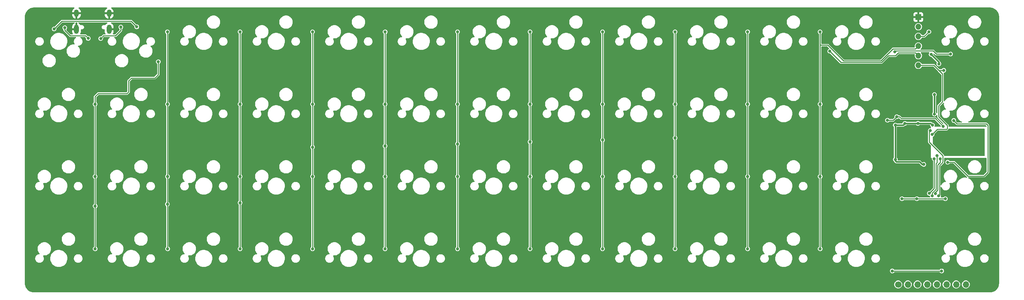
<source format=gbr>
%TF.GenerationSoftware,KiCad,Pcbnew,7.0.1-0*%
%TF.CreationDate,2023-04-12T11:52:18-05:00*%
%TF.ProjectId,pcb,7063622e-6b69-4636-9164-5f7063625858,rev?*%
%TF.SameCoordinates,Original*%
%TF.FileFunction,Copper,L1,Top*%
%TF.FilePolarity,Positive*%
%FSLAX46Y46*%
G04 Gerber Fmt 4.6, Leading zero omitted, Abs format (unit mm)*
G04 Created by KiCad (PCBNEW 7.0.1-0) date 2023-04-12 11:52:18*
%MOMM*%
%LPD*%
G01*
G04 APERTURE LIST*
%TA.AperFunction,ComponentPad*%
%ADD10O,1.300000X1.900000*%
%TD*%
%TA.AperFunction,ComponentPad*%
%ADD11O,1.300000X2.400000*%
%TD*%
%TA.AperFunction,SMDPad,CuDef*%
%ADD12O,1.300000X2.400000*%
%TD*%
%TA.AperFunction,ComponentPad*%
%ADD13C,1.700000*%
%TD*%
%TA.AperFunction,ComponentPad*%
%ADD14O,1.700000X1.700000*%
%TD*%
%TA.AperFunction,ComponentPad*%
%ADD15O,1.524000X1.524000*%
%TD*%
%TA.AperFunction,ComponentPad*%
%ADD16R,1.524000X1.524000*%
%TD*%
%TA.AperFunction,ViaPad*%
%ADD17C,0.812800*%
%TD*%
%TA.AperFunction,Conductor*%
%ADD18C,0.254000*%
%TD*%
%TA.AperFunction,Conductor*%
%ADD19C,0.381000*%
%TD*%
G04 APERTURE END LIST*
D10*
%TO.P,J1,S,SHIELD*%
%TO.N,GND*%
X39157849Y-22364085D03*
D11*
X39157849Y-26564085D03*
D12*
X39157849Y-26564085D03*
D10*
X47757849Y-22364085D03*
D11*
X47757849Y-26564085D03*
%TD*%
D13*
%TO.P,J5,1,Pin_1*%
%TO.N,extra1*%
X255075000Y-93750000D03*
D14*
%TO.P,J5,2,Pin_2*%
%TO.N,extra2*%
X257615000Y-93750000D03*
%TO.P,J5,3,Pin_3*%
%TO.N,extra3*%
X260155000Y-93750000D03*
%TO.P,J5,4,Pin_4*%
%TO.N,extra4*%
X262695000Y-93750000D03*
%TO.P,J5,5,Pin_5*%
%TO.N,extra5*%
X265235000Y-93750000D03*
%TO.P,J5,6,Pin_6*%
%TO.N,extra6*%
X267775000Y-93750000D03*
%TO.P,J5,7,Pin_7*%
%TO.N,extra7*%
X270315000Y-93750000D03*
%TO.P,J5,8,Pin_8*%
%TO.N,extra8*%
X272855000Y-93750000D03*
%TD*%
D15*
%TO.P,J2,1,~{RST}*%
%TO.N,ISP_Reset*%
X260375000Y-36050000D03*
%TO.P,J2,2,VCC*%
%TO.N,VCC*%
X260375000Y-25890000D03*
%TO.P,J2,3,MISO*%
%TO.N,col11{slash}miso*%
X260375000Y-30970000D03*
%TO.P,J2,4,MOSI*%
%TO.N,col10{slash}mosi*%
X260375000Y-33510000D03*
%TO.P,J2,5,SCK*%
%TO.N,col12{slash}sck*%
X260375000Y-28430000D03*
D16*
%TO.P,J2,6,GND*%
%TO.N,GND*%
X260375000Y-23350000D03*
%TD*%
D17*
%TO.N,GND*%
X157225000Y-36075000D03*
X253750000Y-79000000D03*
X252450000Y-38575000D03*
X242950000Y-42500000D03*
X195200000Y-54900000D03*
X221900000Y-40475000D03*
X178400000Y-54875000D03*
X119250000Y-36100000D03*
X114025000Y-89200000D03*
X44975000Y-78950000D03*
X259800000Y-76775000D03*
X145750000Y-40450000D03*
X53800000Y-40425000D03*
X126675000Y-53075000D03*
X64000000Y-62750000D03*
X83100000Y-55625000D03*
X183850000Y-42500000D03*
X176550000Y-78925000D03*
X83100000Y-62750000D03*
X209125000Y-89200000D03*
X27500000Y-93875000D03*
X195575000Y-62725000D03*
X230845518Y-39595518D03*
X214625000Y-62750000D03*
X176550000Y-62725000D03*
X140250000Y-62750000D03*
X75825000Y-72050000D03*
X261025000Y-45050000D03*
X120250000Y-93900000D03*
X140300000Y-36100000D03*
X119375000Y-78950000D03*
X64000000Y-55625000D03*
X178450000Y-36075000D03*
X258950000Y-41250000D03*
X119375000Y-62750000D03*
X178450000Y-39825000D03*
X138400000Y-78950000D03*
X233450000Y-36100000D03*
X214625000Y-54900000D03*
X190225000Y-89200000D03*
X183875000Y-53075000D03*
X170975000Y-89200000D03*
X100175000Y-39850000D03*
X274300000Y-53650000D03*
X46025000Y-44300000D03*
X157350000Y-78925000D03*
X56675000Y-89175000D03*
X121225000Y-78950000D03*
X176425000Y-39825000D03*
X100300000Y-78950000D03*
X107550000Y-40450000D03*
X75825000Y-75575000D03*
X62150000Y-62750000D03*
X152600000Y-75575000D03*
X62025000Y-36100000D03*
X138400000Y-62750000D03*
X133325000Y-38550000D03*
X37825000Y-74950000D03*
X197375000Y-53875000D03*
X63100000Y-22625000D03*
X171150000Y-38550000D03*
X102150000Y-55625000D03*
X95325000Y-38550000D03*
X235425000Y-54850000D03*
X229025000Y-71000000D03*
X64050000Y-39850000D03*
X228250000Y-89200000D03*
X114100000Y-38550000D03*
X229025000Y-75650000D03*
X132250000Y-58875000D03*
X241150000Y-53050000D03*
X176550000Y-54875000D03*
X216525000Y-39850000D03*
X209200000Y-75575000D03*
X157350000Y-54975000D03*
X126675000Y-51050000D03*
X37500000Y-26575000D03*
X56675000Y-70175000D03*
X102175000Y-42550000D03*
X50400000Y-53075000D03*
X244825000Y-36550000D03*
X202775000Y-53075000D03*
X195575000Y-78925000D03*
X233675000Y-78950000D03*
X114300000Y-59175000D03*
X164850000Y-42500000D03*
X252425000Y-44300000D03*
X81100000Y-42675000D03*
X57800000Y-38525000D03*
X32500000Y-40050000D03*
X209125000Y-91225000D03*
X100175000Y-36100000D03*
X190300000Y-38550000D03*
X83150000Y-39850000D03*
X145750000Y-42475000D03*
X69300000Y-51050000D03*
X209550000Y-36525000D03*
X50400000Y-51050000D03*
X140250000Y-78950000D03*
X256925000Y-44300000D03*
X159200000Y-78925000D03*
X254450000Y-44300000D03*
X203050000Y-42500000D03*
X114100000Y-36525000D03*
X247850000Y-75650000D03*
X62150000Y-78950000D03*
X209175000Y-54650000D03*
X126750000Y-42475000D03*
X171550000Y-75575000D03*
X157350000Y-62725000D03*
X43125000Y-62750000D03*
X170975000Y-91225000D03*
X256925000Y-41250000D03*
X262350000Y-23325000D03*
X216525000Y-36100000D03*
X107575000Y-34000000D03*
X203000000Y-31975000D03*
X177400000Y-93900000D03*
X126750000Y-40450000D03*
X138275000Y-39850000D03*
X251900000Y-79000000D03*
X133525000Y-70925000D03*
X88675000Y-34000000D03*
X190300000Y-36525000D03*
X75850000Y-38550000D03*
X62150000Y-55625000D03*
X176425000Y-36075000D03*
X27550000Y-22625000D03*
X145650000Y-31975000D03*
X247850000Y-71000000D03*
X262568598Y-60275000D03*
X64050000Y-36100000D03*
X28450000Y-72400000D03*
X256150000Y-69625000D03*
X56675000Y-91200000D03*
X171150000Y-36525000D03*
X252325000Y-61400000D03*
X159200000Y-54975000D03*
X274300000Y-59000000D03*
X159250000Y-39825000D03*
X46700000Y-29525000D03*
X250675000Y-39425000D03*
X140250000Y-55625000D03*
X83125000Y-42675000D03*
X195450000Y-39825000D03*
X164775000Y-51050000D03*
X247350000Y-33760300D03*
X258975000Y-73875000D03*
X102150000Y-62750000D03*
X133325000Y-36525000D03*
X145625000Y-53075000D03*
X152600000Y-59300000D03*
X171550000Y-70925000D03*
X132250000Y-56850000D03*
X257575000Y-34750000D03*
X190000000Y-75575000D03*
X102200000Y-39850000D03*
X26500000Y-55800000D03*
X100300000Y-62750000D03*
X232050000Y-40800000D03*
X247175000Y-89200000D03*
X254250000Y-30775000D03*
X119250000Y-39850000D03*
X69300000Y-53075000D03*
X126675000Y-34000000D03*
X265325000Y-76775000D03*
X190000000Y-59300000D03*
X221900000Y-42500000D03*
X94850000Y-89175000D03*
X228550000Y-38550000D03*
X164875000Y-34000000D03*
X43000000Y-40425000D03*
X279350000Y-93900000D03*
X265725000Y-38450000D03*
X51625000Y-42450000D03*
X100300000Y-55625000D03*
X276250000Y-72200000D03*
X145625000Y-51050000D03*
X221875000Y-31787500D03*
X62025000Y-39850000D03*
X81250000Y-78950000D03*
X45775000Y-33225000D03*
X52475000Y-23000000D03*
X138275000Y-36100000D03*
X138400000Y-55625000D03*
X202775000Y-51050000D03*
X183850000Y-40475000D03*
X252450000Y-36550000D03*
X247175000Y-91225000D03*
X102150000Y-78950000D03*
X264775000Y-88125000D03*
X88575000Y-51300000D03*
X214625000Y-78950000D03*
X228550000Y-36525000D03*
X41025000Y-35875000D03*
X229100000Y-59300000D03*
X152600000Y-56050000D03*
X216475000Y-78950000D03*
X121225000Y-62750000D03*
X28750000Y-58300000D03*
X203050000Y-40475000D03*
X251900000Y-54550000D03*
X235425000Y-62750000D03*
X121275000Y-39850000D03*
X83100000Y-78950000D03*
X209200000Y-70925000D03*
X133525000Y-75575000D03*
X190225000Y-91225000D03*
X259825000Y-88125000D03*
X119375000Y-55625000D03*
X132900000Y-89200000D03*
X75850000Y-36525000D03*
X88800000Y-40425000D03*
X228250000Y-91225000D03*
X164875000Y-31975000D03*
X94650000Y-75575000D03*
X51625000Y-44300000D03*
X262275000Y-38450000D03*
X280175000Y-58350000D03*
X132900000Y-91225000D03*
X56675000Y-72225000D03*
X81125000Y-39850000D03*
X209550000Y-38550000D03*
X75950000Y-91200000D03*
X43000000Y-42450000D03*
X190000000Y-70925000D03*
X247350000Y-32075000D03*
X241150000Y-51025000D03*
X152025000Y-91225000D03*
X279725000Y-22625000D03*
X83150000Y-36100000D03*
X32500000Y-42075000D03*
X107625000Y-53325000D03*
X266600000Y-56250000D03*
X75825000Y-70175000D03*
X222250000Y-53050000D03*
X46025000Y-42450000D03*
X233575000Y-54850000D03*
X247575000Y-59300000D03*
X256400000Y-89200000D03*
X57800000Y-36500000D03*
X102200000Y-36100000D03*
X100150000Y-42550000D03*
X276250000Y-70175000D03*
X113775000Y-75575000D03*
X216475000Y-54900000D03*
X235475000Y-36100000D03*
X44975000Y-55625000D03*
X140300000Y-39850000D03*
X247350000Y-36300000D03*
X46950000Y-37275000D03*
X197425000Y-78925000D03*
X233575000Y-62750000D03*
X235525000Y-78950000D03*
X256400000Y-91225000D03*
X44975000Y-62750000D03*
X190000000Y-55175000D03*
X216475000Y-62750000D03*
X28525000Y-55800000D03*
X107575000Y-31975000D03*
X209175000Y-59300000D03*
X256150000Y-67275000D03*
X214500000Y-36100000D03*
X183875000Y-31975000D03*
X244825000Y-38575000D03*
X114025000Y-91225000D03*
X88800000Y-42450000D03*
X37825000Y-72925000D03*
X159200000Y-62725000D03*
X43125000Y-78950000D03*
X265750000Y-41300000D03*
X69175000Y-42450000D03*
X64000000Y-78950000D03*
X214500000Y-39850000D03*
X152400000Y-36525000D03*
X197475000Y-36075000D03*
X53800000Y-42450000D03*
X120250000Y-22625000D03*
X253225000Y-64425000D03*
X261250000Y-41300000D03*
X267775000Y-39975000D03*
X157225000Y-39825000D03*
X88575000Y-53325000D03*
X94850000Y-91200000D03*
X88675000Y-31975000D03*
X107550000Y-42475000D03*
X56675000Y-75575000D03*
X276150000Y-91225000D03*
X183875000Y-34000000D03*
X121275000Y-36100000D03*
X265750000Y-39975000D03*
X94650000Y-70925000D03*
X75950000Y-89175000D03*
X152400000Y-38550000D03*
X145650000Y-34000000D03*
X203000000Y-34000000D03*
X69175000Y-40425000D03*
X258950000Y-44300000D03*
X81250000Y-55625000D03*
X164850000Y-40475000D03*
X234550000Y-92550000D03*
X242950000Y-40475000D03*
X152600000Y-70925000D03*
X234525000Y-22625000D03*
X178400000Y-78925000D03*
X126675000Y-31975000D03*
X178400000Y-62725000D03*
X63100000Y-93900000D03*
X229100000Y-54650000D03*
X221875000Y-33812500D03*
X114300000Y-57150000D03*
X69300000Y-34025000D03*
X247575000Y-54650000D03*
X121225000Y-55625000D03*
X276150000Y-89200000D03*
X222250000Y-51275000D03*
X250675000Y-41450000D03*
X261825000Y-67325000D03*
X113775000Y-70925000D03*
X152025000Y-89200000D03*
X164775000Y-53075000D03*
X256250000Y-63950000D03*
X268600000Y-51307798D03*
X177400000Y-22625000D03*
X81250000Y-62750000D03*
X37600000Y-23000000D03*
X197425000Y-62725000D03*
X107625000Y-51300000D03*
X159250000Y-36075000D03*
X195450000Y-36075000D03*
X95325000Y-36525000D03*
X197475000Y-39825000D03*
X26425000Y-72400000D03*
X183875000Y-51050000D03*
X43125000Y-55625000D03*
X69300000Y-32000000D03*
X81125000Y-36100000D03*
%TO.N,VCC*%
X264600000Y-48875000D03*
X254325000Y-51800000D03*
X264075000Y-51800000D03*
X260269333Y-51344333D03*
X254325000Y-60850000D03*
X261800000Y-62150000D03*
X264600000Y-43750000D03*
X256850000Y-51344333D03*
X265750000Y-35675000D03*
X263725000Y-33200000D03*
%TO.N,row2*%
X259982798Y-71175000D03*
X256075000Y-71175000D03*
X267450000Y-71175000D03*
%TO.N,col3*%
X82150000Y-72250000D03*
X82150000Y-84375000D03*
X82150000Y-65325000D03*
X82150000Y-27225000D03*
X82150000Y-46275000D03*
%TO.N,col4*%
X101175000Y-27225000D03*
X101200000Y-65325000D03*
X101175000Y-46275000D03*
X101175000Y-57600000D03*
X101200000Y-84375000D03*
%TO.N,col5*%
X120250000Y-65325000D03*
X120250000Y-84375000D03*
X120250000Y-46275000D03*
X120275000Y-27225000D03*
X120250000Y-57275000D03*
%TO.N,col6*%
X139300000Y-65325000D03*
X139300000Y-46275000D03*
X139300000Y-84375000D03*
X139300000Y-27225000D03*
X139300000Y-56750000D03*
%TO.N,col7*%
X158350000Y-27225000D03*
X158350000Y-46275000D03*
X158325000Y-84375000D03*
X158375000Y-65325000D03*
X158325000Y-56200000D03*
%TO.N,col8*%
X177400000Y-55725000D03*
X177375000Y-84375000D03*
X177400000Y-27225000D03*
X177375000Y-46275000D03*
X177400000Y-65325000D03*
%TO.N,col9*%
X196450000Y-84375000D03*
X196450000Y-27225000D03*
X196450000Y-65325000D03*
X196450000Y-55175000D03*
X196450000Y-46275000D03*
%TO.N,Net-(J1-CC1)*%
X36100000Y-26150000D03*
X42225000Y-28975000D03*
%TO.N,Net-(J1-CC2)*%
X45525000Y-29000000D03*
X50825000Y-25975000D03*
%TO.N,ISP_Reset*%
X264000000Y-54250000D03*
X267050000Y-37375000D03*
%TO.N,row3*%
X253525000Y-90200000D03*
X266500000Y-90200000D03*
%TO.N,row0*%
X33275000Y-26475000D03*
X254175000Y-32475000D03*
X268850000Y-33100000D03*
X55000000Y-25925000D03*
%TO.N,row1*%
X266900000Y-52125000D03*
X252275000Y-50525000D03*
X254700000Y-49575000D03*
%TO.N,col11{slash}miso*%
X234575000Y-84375000D03*
X234575000Y-46275000D03*
X234575000Y-65325000D03*
X234550000Y-27225000D03*
%TO.N,col10{slash}mosi*%
X215525000Y-27225000D03*
X237075000Y-32342202D03*
X215525000Y-84375000D03*
X215525000Y-65325000D03*
X215525000Y-46275000D03*
%TO.N,col12{slash}sck*%
X269675000Y-50575000D03*
X268050000Y-61575000D03*
X263125000Y-27225000D03*
%TO.N,col1*%
X44050000Y-65325000D03*
X60675000Y-35100000D03*
X44050000Y-46275000D03*
X44075000Y-73100000D03*
X44075000Y-84375000D03*
%TO.N,col2*%
X63100000Y-65350000D03*
X63050000Y-27225000D03*
X63050000Y-72600000D03*
X63125000Y-84375000D03*
X63100000Y-46275000D03*
%TO.N,extra5*%
X263275000Y-69775000D03*
X264550000Y-60650000D03*
%TO.N,extra6*%
X264036175Y-70442202D03*
X265282798Y-59825000D03*
%TO.N,extra7*%
X266100000Y-60675000D03*
X264876621Y-69851621D03*
%TO.N,extra8*%
X265698668Y-70442202D03*
X263500000Y-53275000D03*
%TD*%
D18*
%TO.N,GND*%
X114100000Y-36525000D02*
X114100000Y-38550000D01*
X190225000Y-89200000D02*
X190225000Y-91225000D01*
X94650000Y-70925000D02*
X94650000Y-74525000D01*
X190000000Y-70925000D02*
X190000000Y-74525000D01*
X88675000Y-31975000D02*
X88675000Y-34000000D01*
X164875000Y-31975000D02*
X164875000Y-34000000D01*
X113775000Y-70925000D02*
X113775000Y-74525000D01*
X241150000Y-51025000D02*
X241150000Y-53050000D01*
X259800000Y-76775000D02*
X265325000Y-76775000D01*
X253225000Y-65300000D02*
X253225000Y-64425000D01*
X88575000Y-51050000D02*
X88575000Y-53075000D01*
X183850000Y-40475000D02*
X183850000Y-42500000D01*
X203000000Y-31975000D02*
X203000000Y-34000000D01*
X114300000Y-57150000D02*
X114300000Y-59175000D01*
X37825000Y-72925000D02*
X37825000Y-74950000D01*
X126675000Y-51050000D02*
X126675000Y-53075000D01*
X229100000Y-54650000D02*
X229100000Y-58250000D01*
X203050000Y-40475000D02*
X203050000Y-42500000D01*
X152600000Y-56325000D02*
X152600000Y-56050000D01*
X221900000Y-40475000D02*
X221900000Y-42500000D01*
X45775000Y-35250000D02*
X45775000Y-33225000D01*
X69300000Y-32000000D02*
X69300000Y-34025000D01*
X209175000Y-54650000D02*
X209175000Y-58250000D01*
X107575000Y-31975000D02*
X107575000Y-34000000D01*
X50400000Y-51050000D02*
X50400000Y-53075000D01*
X152600000Y-70925000D02*
X152600000Y-74525000D01*
X209200000Y-74525000D02*
X209200000Y-75575000D01*
X45150000Y-35875000D02*
X45775000Y-35250000D01*
X256125000Y-69650000D02*
X256150000Y-69625000D01*
X133525000Y-74525000D02*
X133525000Y-75575000D01*
X260600000Y-66100000D02*
X256250000Y-66100000D01*
X221875000Y-31787500D02*
X221875000Y-33812500D01*
X170975000Y-89200000D02*
X170975000Y-91225000D01*
X94650000Y-74525000D02*
X94650000Y-75575000D01*
X244825000Y-36550000D02*
X244825000Y-38575000D01*
X254600000Y-72575000D02*
X255900000Y-73875000D01*
X114025000Y-89200000D02*
X114025000Y-91225000D01*
X256250000Y-63950000D02*
X256250000Y-66100000D01*
X126750000Y-40450000D02*
X126750000Y-42475000D01*
X247175000Y-89200000D02*
X247175000Y-91225000D01*
X164850000Y-40475000D02*
X164850000Y-42500000D01*
X254600000Y-70000000D02*
X254600000Y-72575000D01*
X171550000Y-74525000D02*
X171550000Y-75575000D01*
X209200000Y-70925000D02*
X209200000Y-74525000D01*
X229025000Y-74600000D02*
X229025000Y-75650000D01*
X183875000Y-31975000D02*
X183875000Y-34000000D01*
X209125000Y-89200000D02*
X209125000Y-91225000D01*
X190300000Y-36525000D02*
X190300000Y-38550000D01*
X259825000Y-88125000D02*
X264775000Y-88125000D01*
X209175000Y-58250000D02*
X209175000Y-59300000D01*
X152400000Y-36525000D02*
X152400000Y-38550000D01*
X133325000Y-36525000D02*
X133325000Y-38550000D01*
X256925000Y-41250000D02*
X258950000Y-41250000D01*
X252450000Y-36550000D02*
X252450000Y-38575000D01*
X133525000Y-70925000D02*
X133525000Y-74525000D01*
X171150000Y-36525000D02*
X171150000Y-38550000D01*
X113775000Y-74525000D02*
X113775000Y-75575000D01*
X75950000Y-89175000D02*
X75950000Y-91200000D01*
X222250000Y-51025000D02*
X222250000Y-53050000D01*
X242950000Y-40475000D02*
X242950000Y-42500000D01*
X250675000Y-39425000D02*
X250675000Y-41450000D01*
X229025000Y-71000000D02*
X229025000Y-74600000D01*
X228550000Y-36525000D02*
X228550000Y-38550000D01*
X107550000Y-40450000D02*
X107550000Y-42475000D01*
X145750000Y-40450000D02*
X145750000Y-42475000D01*
X132250000Y-56850000D02*
X132250000Y-58875000D01*
X126675000Y-31975000D02*
X126675000Y-34000000D01*
X190000000Y-59300000D02*
X190000000Y-55175000D01*
X261250000Y-41300000D02*
X265750000Y-41300000D01*
X254975000Y-69625000D02*
X254600000Y-70000000D01*
X256925000Y-44300000D02*
X258950000Y-44300000D01*
X57800000Y-36500000D02*
X57800000Y-38525000D01*
X254025000Y-66100000D02*
X253225000Y-65300000D01*
X229100000Y-58250000D02*
X229100000Y-59300000D01*
X145625000Y-51300000D02*
X145625000Y-53075000D01*
X255900000Y-73875000D02*
X258975000Y-73875000D01*
X202775000Y-51050000D02*
X202775000Y-53075000D01*
X232050000Y-40800000D02*
X230845518Y-39595518D01*
X69300000Y-51050000D02*
X69300000Y-53075000D01*
X247850000Y-74600000D02*
X247850000Y-75650000D01*
X75825000Y-70175000D02*
X75825000Y-75575000D01*
X190000000Y-74525000D02*
X190000000Y-75575000D01*
X94850000Y-89175000D02*
X94850000Y-91200000D01*
X183875000Y-51050000D02*
X183875000Y-53075000D01*
X88800000Y-40425000D02*
X88800000Y-42450000D01*
X252425000Y-44300000D02*
X254450000Y-44300000D01*
X107625000Y-51300000D02*
X107625000Y-53325000D01*
X152600000Y-74525000D02*
X152600000Y-75575000D01*
X32500000Y-40050000D02*
X32500000Y-42075000D01*
X251900000Y-79000000D02*
X253750000Y-79000000D01*
X132900000Y-89200000D02*
X132900000Y-91225000D01*
X171550000Y-70925000D02*
X171550000Y-74525000D01*
X247850000Y-71000000D02*
X247850000Y-74600000D01*
X145625000Y-51050000D02*
X145625000Y-51300000D01*
X209550000Y-36525000D02*
X209550000Y-38550000D01*
X26500000Y-55800000D02*
X28525000Y-55800000D01*
X56675000Y-70175000D02*
X56675000Y-75575000D01*
X256150000Y-69625000D02*
X254975000Y-69625000D01*
X247575000Y-58250000D02*
X247575000Y-59300000D01*
X75850000Y-36525000D02*
X75850000Y-38550000D01*
X262275000Y-38450000D02*
X265725000Y-38450000D01*
X228250000Y-89200000D02*
X228250000Y-91225000D01*
X256250000Y-66100000D02*
X254025000Y-66100000D01*
X95325000Y-36525000D02*
X95325000Y-38550000D01*
X247575000Y-54650000D02*
X247575000Y-58250000D01*
X247350000Y-32075000D02*
X247350000Y-33760300D01*
X53800000Y-40425000D02*
X53800000Y-42450000D01*
X276250000Y-70175000D02*
X276250000Y-72200000D01*
X164775000Y-51050000D02*
X164775000Y-53075000D01*
X56675000Y-89175000D02*
X56675000Y-91200000D01*
X145650000Y-31975000D02*
X145650000Y-34000000D01*
X152600000Y-59300000D02*
X152600000Y-56325000D01*
X26425000Y-72400000D02*
X28450000Y-72400000D01*
X41025000Y-35875000D02*
X45150000Y-35875000D01*
X276150000Y-89200000D02*
X276150000Y-91225000D01*
X69175000Y-40425000D02*
X69175000Y-42450000D01*
X43000000Y-40425000D02*
X43000000Y-42450000D01*
X261825000Y-67325000D02*
X260600000Y-66100000D01*
X152025000Y-89200000D02*
X152025000Y-91225000D01*
D19*
%TO.N,VCC*%
X265750000Y-35225000D02*
X263725000Y-33200000D01*
X254325000Y-61175000D02*
X254625000Y-61475000D01*
X254325000Y-60850000D02*
X254325000Y-61175000D01*
X254325000Y-51800000D02*
X256394333Y-51800000D01*
X254325000Y-51800000D02*
X254325000Y-58975000D01*
X260269333Y-51344333D02*
X263619333Y-51344333D01*
X265750000Y-35675000D02*
X265750000Y-35225000D01*
X260725000Y-61475000D02*
X261400000Y-62150000D01*
X256394333Y-51800000D02*
X256850000Y-51344333D01*
X264600000Y-43750000D02*
X264600000Y-48875000D01*
X254625000Y-61475000D02*
X260725000Y-61475000D01*
X263619333Y-51344333D02*
X264075000Y-51800000D01*
X261400000Y-62150000D02*
X261800000Y-62150000D01*
X254325000Y-58975000D02*
X254325000Y-60850000D01*
X260269333Y-51344333D02*
X256850000Y-51344333D01*
D18*
%TO.N,row2*%
X267450000Y-71175000D02*
X259982798Y-71175000D01*
X259982798Y-71175000D02*
X256075000Y-71175000D01*
%TO.N,col3*%
X82150000Y-27225000D02*
X82150000Y-72250000D01*
X82150000Y-72250000D02*
X82150000Y-84375000D01*
%TO.N,col4*%
X101175000Y-27225000D02*
X101175000Y-57600000D01*
X101175000Y-84350000D02*
X101200000Y-84375000D01*
X101175000Y-57600000D02*
X101175000Y-84350000D01*
%TO.N,col5*%
X120250000Y-27250000D02*
X120275000Y-27225000D01*
X120250000Y-84375000D02*
X120250000Y-57275000D01*
X120250000Y-57275000D02*
X120250000Y-27250000D01*
%TO.N,col6*%
X139300000Y-56750000D02*
X139300000Y-84375000D01*
X139300000Y-27225000D02*
X139300000Y-56750000D01*
%TO.N,col7*%
X158325000Y-84375000D02*
X158325000Y-56200000D01*
X158325000Y-56200000D02*
X158325000Y-27250000D01*
X158325000Y-27250000D02*
X158350000Y-27225000D01*
%TO.N,col8*%
X177400000Y-55725000D02*
X177400000Y-84350000D01*
X177400000Y-84350000D02*
X177375000Y-84375000D01*
X177400000Y-27225000D02*
X177400000Y-55725000D01*
%TO.N,col9*%
X196450000Y-84375000D02*
X196450000Y-55175000D01*
X196450000Y-55175000D02*
X196450000Y-27225000D01*
%TO.N,Net-(J1-CC1)*%
X42225000Y-28975000D02*
X41500000Y-28250000D01*
X37500000Y-28250000D02*
X41500000Y-28250000D01*
X36100000Y-26850000D02*
X36100000Y-26150000D01*
X36100000Y-26850000D02*
X37500000Y-28250000D01*
%TO.N,Net-(J1-CC2)*%
X46250000Y-28275000D02*
X49350000Y-28275000D01*
X45525000Y-29000000D02*
X46250000Y-28275000D01*
X50825000Y-26800000D02*
X49350000Y-28275000D01*
X50825000Y-25975000D02*
X50825000Y-26800000D01*
%TO.N,ISP_Reset*%
X267787040Y-52900000D02*
X265350000Y-52900000D01*
X264425000Y-36050000D02*
X266750000Y-38375000D01*
X267978898Y-51903898D02*
X267978898Y-52708142D01*
X265700000Y-46675000D02*
X265700000Y-49625000D01*
X265350000Y-52900000D02*
X264000000Y-54250000D01*
X267050000Y-37375000D02*
X265750000Y-37375000D01*
X266750000Y-45625000D02*
X265700000Y-46675000D01*
X267978898Y-52708142D02*
X267787040Y-52900000D01*
X266750000Y-38375000D02*
X266750000Y-45625000D01*
X265700000Y-49625000D02*
X267978898Y-51903898D01*
X260375000Y-36050000D02*
X264425000Y-36050000D01*
%TO.N,row3*%
X266500000Y-90200000D02*
X253525000Y-90200000D01*
%TO.N,row0*%
X254375000Y-32275000D02*
X254175000Y-32475000D01*
X53500000Y-24425000D02*
X55000000Y-25925000D01*
X268850000Y-33100000D02*
X265100000Y-33100000D01*
X35325000Y-24425000D02*
X53500000Y-24425000D01*
X264275000Y-32275000D02*
X254375000Y-32275000D01*
X265100000Y-33100000D02*
X264275000Y-32275000D01*
X33275000Y-26475000D02*
X35325000Y-24425000D01*
%TO.N,row1*%
X255850000Y-50050600D02*
X264825600Y-50050600D01*
X254700000Y-49575000D02*
X255374400Y-49575000D01*
X255374400Y-49575000D02*
X255850000Y-50050600D01*
X253750000Y-50525000D02*
X252275000Y-50525000D01*
X254700000Y-49575000D02*
X253750000Y-50525000D01*
X264825600Y-50050600D02*
X266900000Y-52125000D01*
%TO.N,col11{slash}miso*%
X240743600Y-34893600D02*
X236600000Y-30750000D01*
X234575000Y-27250000D02*
X234550000Y-27225000D01*
X250523102Y-34893600D02*
X240743600Y-34893600D01*
X236600000Y-30750000D02*
X234575000Y-30750000D01*
X234575000Y-84375000D02*
X234575000Y-30750000D01*
X253675000Y-31741702D02*
X250523102Y-34893600D01*
X259603298Y-31741702D02*
X253675000Y-31741702D01*
X260375000Y-30970000D02*
X259603298Y-31741702D01*
X234575000Y-30750000D02*
X234575000Y-27250000D01*
%TO.N,col10{slash}mosi*%
X259593898Y-32728898D02*
X255104400Y-32728898D01*
X252499789Y-33491649D02*
X250691438Y-35300000D01*
X240032798Y-35300000D02*
X237075000Y-32342202D01*
X260375000Y-33510000D02*
X259593898Y-32728898D01*
X254341649Y-33491649D02*
X252499789Y-33491649D01*
X250691438Y-35300000D02*
X240032798Y-35300000D01*
X215525000Y-27225000D02*
X215525000Y-84375000D01*
X255104400Y-32728898D02*
X254341649Y-33491649D01*
%TO.N,col12{slash}sck*%
X261920000Y-28430000D02*
X260375000Y-28430000D01*
X278200000Y-51450000D02*
X278625000Y-51875000D01*
X278625000Y-64275000D02*
X277675000Y-65225000D01*
X263125000Y-27225000D02*
X261920000Y-28430000D01*
X270550000Y-51450000D02*
X278200000Y-51450000D01*
X269750000Y-61575000D02*
X268050000Y-61575000D01*
X273400000Y-65225000D02*
X269750000Y-61575000D01*
X277675000Y-65225000D02*
X273400000Y-65225000D01*
X269675000Y-50575000D02*
X270550000Y-51450000D01*
X278625000Y-51875000D02*
X278625000Y-64275000D01*
%TO.N,col1*%
X44075000Y-84375000D02*
X44075000Y-73100000D01*
X60675000Y-38475000D02*
X60675000Y-35100000D01*
X52875000Y-40100000D02*
X53575000Y-39400000D01*
X52875000Y-43025000D02*
X52875000Y-40100000D01*
X44050000Y-44300000D02*
X44850000Y-43500000D01*
X44075000Y-73100000D02*
X44075000Y-46300000D01*
X52400000Y-43500000D02*
X52875000Y-43025000D01*
X44850000Y-43500000D02*
X52400000Y-43500000D01*
X59750000Y-39400000D02*
X60675000Y-38475000D01*
X44075000Y-46300000D02*
X44050000Y-46275000D01*
X44050000Y-46275000D02*
X44050000Y-44300000D01*
X53575000Y-39400000D02*
X59750000Y-39400000D01*
%TO.N,col2*%
X63050000Y-72600000D02*
X63050000Y-84300000D01*
X63050000Y-27225000D02*
X63050000Y-72600000D01*
X63050000Y-84300000D02*
X63125000Y-84375000D01*
%TO.N,extra5*%
X264550000Y-60650000D02*
X264550000Y-68500000D01*
X264550000Y-68500000D02*
X263275000Y-69775000D01*
%TO.N,extra6*%
X265003898Y-68688010D02*
X265003898Y-61925000D01*
X264036175Y-70442202D02*
X264036175Y-69655733D01*
X265003898Y-61925000D02*
X265282798Y-61646100D01*
X265282798Y-61646100D02*
X265282798Y-59825000D01*
X264036175Y-69655733D02*
X265003898Y-68688010D01*
%TO.N,extra7*%
X265457796Y-68875000D02*
X265457796Y-68876020D01*
X265457796Y-62300000D02*
X265457796Y-68875000D01*
X264876621Y-69457195D02*
X265457796Y-68876020D01*
X264876621Y-69457195D02*
X264876621Y-69851621D01*
X266100000Y-61657796D02*
X265457796Y-62300000D01*
X266100000Y-60675000D02*
X266100000Y-61657796D01*
%TO.N,extra8*%
X263266702Y-56291702D02*
X266775000Y-59800000D01*
X265911694Y-62488010D02*
X266833298Y-61566406D01*
X265911694Y-62488010D02*
X265911694Y-70229176D01*
X263266702Y-53508298D02*
X263266702Y-56291702D01*
X265911694Y-70229176D02*
X265698668Y-70442202D01*
X263500000Y-53275000D02*
X263266702Y-53508298D01*
X266833298Y-59858298D02*
X266833298Y-61566406D01*
X266775000Y-59800000D02*
X266833298Y-59858298D01*
%TD*%
%TA.AperFunction,Conductor*%
%TO.N,GND*%
G36*
X277713000Y-52741613D02*
G01*
X277758387Y-52787000D01*
X277775000Y-52849000D01*
X277775000Y-59826000D01*
X277758387Y-59888000D01*
X277713000Y-59933387D01*
X277651000Y-59950000D01*
X267289246Y-59950000D01*
X267224146Y-59931537D01*
X267178433Y-59881646D01*
X267172351Y-59849853D01*
X267170142Y-59850445D01*
X267164482Y-59829323D01*
X267154635Y-59792575D01*
X267152303Y-59782058D01*
X267145698Y-59744594D01*
X267145696Y-59744592D01*
X267145519Y-59743583D01*
X267135187Y-59718638D01*
X267112797Y-59686662D01*
X267106984Y-59677538D01*
X267087969Y-59644604D01*
X267058841Y-59620163D01*
X267050864Y-59612853D01*
X266980022Y-59542011D01*
X266980015Y-59542005D01*
X264186319Y-56748308D01*
X264159439Y-56708080D01*
X264150000Y-56660627D01*
X264150000Y-54927515D01*
X264159439Y-54880062D01*
X264186319Y-54839833D01*
X264226548Y-54812954D01*
X264252820Y-54802071D01*
X264306017Y-54780037D01*
X264432773Y-54682773D01*
X264530037Y-54556017D01*
X264591179Y-54408406D01*
X264612034Y-54250000D01*
X264602678Y-54178939D01*
X264608197Y-54122896D01*
X264637934Y-54075075D01*
X265449293Y-53263717D01*
X265489522Y-53236837D01*
X265536975Y-53227398D01*
X267767329Y-53227398D01*
X267778134Y-53227869D01*
X267816015Y-53231184D01*
X267852767Y-53221335D01*
X267863272Y-53219006D01*
X267900744Y-53212400D01*
X267900747Y-53212397D01*
X267901757Y-53212220D01*
X267926695Y-53201890D01*
X267927534Y-53201302D01*
X267927539Y-53201301D01*
X267958700Y-53179480D01*
X267967780Y-53173695D01*
X268000734Y-53154671D01*
X268025188Y-53125526D01*
X268032476Y-53117573D01*
X268196473Y-52953576D01*
X268204427Y-52946287D01*
X268233569Y-52921836D01*
X268252582Y-52888903D01*
X268258381Y-52879798D01*
X268280199Y-52848641D01*
X268280200Y-52848636D01*
X268280788Y-52847797D01*
X268292150Y-52820369D01*
X268296968Y-52812024D01*
X268312960Y-52774952D01*
X268356772Y-52738189D01*
X268412423Y-52725000D01*
X277651000Y-52725000D01*
X277713000Y-52741613D01*
G37*
%TD.AperFunction*%
%TD*%
%TA.AperFunction,Conductor*%
%TO.N,GND*%
G36*
X38581544Y-20852687D02*
G01*
X38626822Y-20897136D01*
X38644186Y-20958162D01*
X38629089Y-21019789D01*
X38585485Y-21065881D01*
X38461850Y-21142432D01*
X38304346Y-21286017D01*
X38175907Y-21456096D01*
X38080911Y-21646876D01*
X38022586Y-21851865D01*
X38007849Y-22010914D01*
X38007849Y-22114085D01*
X40307849Y-22114085D01*
X40307849Y-22010914D01*
X40293111Y-21851865D01*
X40234786Y-21646876D01*
X40139790Y-21456096D01*
X40011351Y-21286017D01*
X39853847Y-21142432D01*
X39730212Y-21065881D01*
X39686608Y-21019789D01*
X39671511Y-20958163D01*
X39688875Y-20897136D01*
X39734153Y-20852687D01*
X39795486Y-20836454D01*
X47120210Y-20836454D01*
X47181544Y-20852687D01*
X47226822Y-20897136D01*
X47244186Y-20958162D01*
X47229089Y-21019789D01*
X47185485Y-21065881D01*
X47061850Y-21142432D01*
X46904346Y-21286017D01*
X46775907Y-21456096D01*
X46680911Y-21646876D01*
X46622586Y-21851865D01*
X46607849Y-22010914D01*
X46607849Y-22114085D01*
X48907849Y-22114085D01*
X48907849Y-22010914D01*
X48893111Y-21851865D01*
X48834786Y-21646876D01*
X48739790Y-21456096D01*
X48611351Y-21286017D01*
X48453847Y-21142432D01*
X48330212Y-21065881D01*
X48286608Y-21019789D01*
X48271511Y-20958163D01*
X48288875Y-20897136D01*
X48334153Y-20852687D01*
X48395486Y-20836454D01*
X279198047Y-20836454D01*
X279205533Y-20836680D01*
X279216639Y-20837351D01*
X279301061Y-20842458D01*
X279489648Y-20854817D01*
X279503880Y-20856581D01*
X279630621Y-20879808D01*
X279632333Y-20880135D01*
X279784585Y-20910420D01*
X279797243Y-20913640D01*
X279926510Y-20953921D01*
X279929184Y-20954792D01*
X280070167Y-21002650D01*
X280081166Y-21006980D01*
X280206848Y-21063544D01*
X280210749Y-21065384D01*
X280293819Y-21106350D01*
X280341864Y-21130043D01*
X280351169Y-21135138D01*
X280470147Y-21207062D01*
X280474878Y-21210070D01*
X280595441Y-21290628D01*
X280602994Y-21296098D01*
X280712934Y-21382230D01*
X280718179Y-21386579D01*
X280826818Y-21481853D01*
X280832741Y-21487400D01*
X280931603Y-21586263D01*
X280937149Y-21592185D01*
X281032399Y-21700797D01*
X281036782Y-21706083D01*
X281122895Y-21815998D01*
X281128386Y-21823580D01*
X281147285Y-21851865D01*
X281208924Y-21944113D01*
X281211933Y-21948844D01*
X281259376Y-22027326D01*
X281283863Y-22067831D01*
X281288952Y-22077125D01*
X281322250Y-22144647D01*
X281353602Y-22208224D01*
X281355464Y-22212176D01*
X281412013Y-22337822D01*
X281416357Y-22348855D01*
X281464168Y-22489703D01*
X281465134Y-22492671D01*
X281505350Y-22621730D01*
X281508582Y-22634429D01*
X281538845Y-22786572D01*
X281539197Y-22788412D01*
X281562418Y-22915128D01*
X281564184Y-22929369D01*
X281576494Y-23117185D01*
X281576533Y-23117808D01*
X281582323Y-23213533D01*
X281582549Y-23221020D01*
X281582549Y-93460385D01*
X281582323Y-93467876D01*
X281576407Y-93565627D01*
X281576369Y-93566230D01*
X281564240Y-93751648D01*
X281562472Y-93765908D01*
X281538726Y-93895471D01*
X281538375Y-93897310D01*
X281508688Y-94046547D01*
X281505456Y-94059246D01*
X281464658Y-94190166D01*
X281463692Y-94193135D01*
X281416513Y-94332111D01*
X281412169Y-94343142D01*
X281354994Y-94470176D01*
X281353130Y-94474129D01*
X281289185Y-94603792D01*
X281284090Y-94613098D01*
X281211473Y-94733219D01*
X281208458Y-94737960D01*
X281128694Y-94857332D01*
X281123203Y-94864914D01*
X281036331Y-94975796D01*
X281031948Y-94981082D01*
X280937557Y-95088711D01*
X280932011Y-95094633D01*
X280832303Y-95194340D01*
X280826380Y-95199887D01*
X280718741Y-95294282D01*
X280713456Y-95298664D01*
X280602590Y-95385521D01*
X280595006Y-95391013D01*
X280475626Y-95470778D01*
X280470886Y-95473792D01*
X280350748Y-95546417D01*
X280341442Y-95551513D01*
X280211821Y-95615434D01*
X280207869Y-95617297D01*
X280080789Y-95674491D01*
X280069755Y-95678835D01*
X279930798Y-95726003D01*
X279927831Y-95726968D01*
X279796902Y-95767767D01*
X279784203Y-95770999D01*
X279635050Y-95800667D01*
X279633210Y-95801019D01*
X279503526Y-95824784D01*
X279489285Y-95826550D01*
X279309755Y-95838317D01*
X279309133Y-95838356D01*
X279248213Y-95842041D01*
X279204800Y-95844667D01*
X279197323Y-95844893D01*
X27983462Y-95844893D01*
X27975974Y-95844667D01*
X27884197Y-95839115D01*
X27883555Y-95839074D01*
X27691408Y-95826449D01*
X27677187Y-95824685D01*
X27554568Y-95802215D01*
X27552728Y-95801863D01*
X27396427Y-95770773D01*
X27383729Y-95767542D01*
X27257289Y-95728143D01*
X27254320Y-95727177D01*
X27110807Y-95678462D01*
X27099775Y-95674118D01*
X26976144Y-95618478D01*
X26972191Y-95616615D01*
X26839057Y-95550962D01*
X26829762Y-95545873D01*
X26712378Y-95474913D01*
X26707676Y-95471923D01*
X26705962Y-95470778D01*
X26666570Y-95444457D01*
X26585483Y-95390277D01*
X26577902Y-95384786D01*
X26469368Y-95299758D01*
X26464094Y-95295386D01*
X26354053Y-95198884D01*
X26348131Y-95193337D01*
X26250494Y-95095702D01*
X26244947Y-95089780D01*
X26148443Y-94979740D01*
X26144084Y-94974484D01*
X26059041Y-94865936D01*
X26053551Y-94858356D01*
X25971912Y-94736178D01*
X25968897Y-94731437D01*
X25897954Y-94614086D01*
X25892859Y-94604781D01*
X25879945Y-94578597D01*
X25827179Y-94471601D01*
X25825367Y-94467758D01*
X25769698Y-94344069D01*
X25765361Y-94333056D01*
X25716600Y-94189419D01*
X25715699Y-94186649D01*
X25676264Y-94060103D01*
X25673041Y-94047441D01*
X25641922Y-93891007D01*
X25641592Y-93889278D01*
X25619123Y-93766680D01*
X25617362Y-93752481D01*
X25617199Y-93750000D01*
X254019520Y-93750000D01*
X254039800Y-93955910D01*
X254039800Y-93955912D01*
X254039801Y-93955914D01*
X254099864Y-94153915D01*
X254197400Y-94336393D01*
X254328663Y-94496337D01*
X254488607Y-94627600D01*
X254671085Y-94725136D01*
X254869086Y-94785199D01*
X255075000Y-94805480D01*
X255280914Y-94785199D01*
X255478915Y-94725136D01*
X255661393Y-94627600D01*
X255821337Y-94496337D01*
X255952600Y-94336393D01*
X256050136Y-94153915D01*
X256110199Y-93955914D01*
X256130480Y-93750000D01*
X256559520Y-93750000D01*
X256579800Y-93955910D01*
X256579800Y-93955912D01*
X256579801Y-93955914D01*
X256639864Y-94153915D01*
X256737400Y-94336393D01*
X256868663Y-94496337D01*
X257028607Y-94627600D01*
X257211085Y-94725136D01*
X257409086Y-94785199D01*
X257615000Y-94805480D01*
X257820914Y-94785199D01*
X258018915Y-94725136D01*
X258201393Y-94627600D01*
X258361337Y-94496337D01*
X258492600Y-94336393D01*
X258590136Y-94153915D01*
X258650199Y-93955914D01*
X258670480Y-93750000D01*
X259099520Y-93750000D01*
X259119800Y-93955910D01*
X259119800Y-93955912D01*
X259119801Y-93955914D01*
X259179864Y-94153915D01*
X259277400Y-94336393D01*
X259408663Y-94496337D01*
X259568607Y-94627600D01*
X259751085Y-94725136D01*
X259949086Y-94785199D01*
X260155000Y-94805480D01*
X260360914Y-94785199D01*
X260558915Y-94725136D01*
X260741393Y-94627600D01*
X260901337Y-94496337D01*
X261032600Y-94336393D01*
X261130136Y-94153915D01*
X261190199Y-93955914D01*
X261210480Y-93750000D01*
X261639520Y-93750000D01*
X261659800Y-93955910D01*
X261659800Y-93955912D01*
X261659801Y-93955914D01*
X261719864Y-94153915D01*
X261817400Y-94336393D01*
X261948663Y-94496337D01*
X262108607Y-94627600D01*
X262291085Y-94725136D01*
X262489086Y-94785199D01*
X262695000Y-94805480D01*
X262900914Y-94785199D01*
X263098915Y-94725136D01*
X263281393Y-94627600D01*
X263441337Y-94496337D01*
X263572600Y-94336393D01*
X263670136Y-94153915D01*
X263730199Y-93955914D01*
X263750480Y-93750000D01*
X264179520Y-93750000D01*
X264199800Y-93955910D01*
X264199800Y-93955912D01*
X264199801Y-93955914D01*
X264259864Y-94153915D01*
X264357400Y-94336393D01*
X264488663Y-94496337D01*
X264648607Y-94627600D01*
X264831085Y-94725136D01*
X265029086Y-94785199D01*
X265235000Y-94805480D01*
X265440914Y-94785199D01*
X265638915Y-94725136D01*
X265821393Y-94627600D01*
X265981337Y-94496337D01*
X266112600Y-94336393D01*
X266210136Y-94153915D01*
X266270199Y-93955914D01*
X266290480Y-93750000D01*
X266719520Y-93750000D01*
X266739800Y-93955910D01*
X266739800Y-93955912D01*
X266739801Y-93955914D01*
X266799864Y-94153915D01*
X266897400Y-94336393D01*
X267028663Y-94496337D01*
X267188607Y-94627600D01*
X267371085Y-94725136D01*
X267569086Y-94785199D01*
X267775000Y-94805480D01*
X267980914Y-94785199D01*
X268178915Y-94725136D01*
X268361393Y-94627600D01*
X268521337Y-94496337D01*
X268652600Y-94336393D01*
X268750136Y-94153915D01*
X268810199Y-93955914D01*
X268830480Y-93750000D01*
X269259520Y-93750000D01*
X269279800Y-93955910D01*
X269279800Y-93955912D01*
X269279801Y-93955914D01*
X269339864Y-94153915D01*
X269437400Y-94336393D01*
X269568663Y-94496337D01*
X269728607Y-94627600D01*
X269911085Y-94725136D01*
X270109086Y-94785199D01*
X270315000Y-94805480D01*
X270520914Y-94785199D01*
X270718915Y-94725136D01*
X270901393Y-94627600D01*
X271061337Y-94496337D01*
X271192600Y-94336393D01*
X271290136Y-94153915D01*
X271350199Y-93955914D01*
X271370480Y-93750000D01*
X271799520Y-93750000D01*
X271819800Y-93955910D01*
X271819800Y-93955912D01*
X271819801Y-93955914D01*
X271879864Y-94153915D01*
X271977400Y-94336393D01*
X272108663Y-94496337D01*
X272268607Y-94627600D01*
X272451085Y-94725136D01*
X272649086Y-94785199D01*
X272855000Y-94805480D01*
X273060914Y-94785199D01*
X273258915Y-94725136D01*
X273441393Y-94627600D01*
X273601337Y-94496337D01*
X273732600Y-94336393D01*
X273830136Y-94153915D01*
X273890199Y-93955914D01*
X273910480Y-93750000D01*
X273890199Y-93544086D01*
X273830136Y-93346085D01*
X273732600Y-93163607D01*
X273601337Y-93003663D01*
X273441393Y-92872400D01*
X273441392Y-92872399D01*
X273342849Y-92819727D01*
X273258915Y-92774864D01*
X273060914Y-92714801D01*
X273060912Y-92714800D01*
X273060910Y-92714800D01*
X272855000Y-92694520D01*
X272649089Y-92714800D01*
X272649085Y-92714801D01*
X272649086Y-92714801D01*
X272451085Y-92774864D01*
X272451081Y-92774865D01*
X272451081Y-92774866D01*
X272268607Y-92872399D01*
X272108663Y-93003663D01*
X271977399Y-93163607D01*
X271879866Y-93346081D01*
X271879864Y-93346085D01*
X271844926Y-93461261D01*
X271819800Y-93544089D01*
X271799520Y-93750000D01*
X271370480Y-93750000D01*
X271350199Y-93544086D01*
X271290136Y-93346085D01*
X271192600Y-93163607D01*
X271061337Y-93003663D01*
X270901393Y-92872400D01*
X270901392Y-92872399D01*
X270802849Y-92819727D01*
X270718915Y-92774864D01*
X270520914Y-92714801D01*
X270520912Y-92714800D01*
X270520910Y-92714800D01*
X270315000Y-92694520D01*
X270109089Y-92714800D01*
X270109085Y-92714801D01*
X270109086Y-92714801D01*
X269911085Y-92774864D01*
X269911081Y-92774865D01*
X269911081Y-92774866D01*
X269728607Y-92872399D01*
X269568663Y-93003663D01*
X269437399Y-93163607D01*
X269339866Y-93346081D01*
X269339864Y-93346085D01*
X269304926Y-93461261D01*
X269279800Y-93544089D01*
X269259520Y-93750000D01*
X268830480Y-93750000D01*
X268810199Y-93544086D01*
X268750136Y-93346085D01*
X268652600Y-93163607D01*
X268521337Y-93003663D01*
X268361393Y-92872400D01*
X268361392Y-92872399D01*
X268262849Y-92819727D01*
X268178915Y-92774864D01*
X267980914Y-92714801D01*
X267980912Y-92714800D01*
X267980910Y-92714800D01*
X267775000Y-92694520D01*
X267569089Y-92714800D01*
X267569085Y-92714801D01*
X267569086Y-92714801D01*
X267371085Y-92774864D01*
X267371081Y-92774865D01*
X267371081Y-92774866D01*
X267188607Y-92872399D01*
X267028663Y-93003663D01*
X266897399Y-93163607D01*
X266799866Y-93346081D01*
X266799864Y-93346085D01*
X266764926Y-93461261D01*
X266739800Y-93544089D01*
X266719520Y-93750000D01*
X266290480Y-93750000D01*
X266270199Y-93544086D01*
X266210136Y-93346085D01*
X266112600Y-93163607D01*
X265981337Y-93003663D01*
X265821393Y-92872400D01*
X265821392Y-92872399D01*
X265722849Y-92819727D01*
X265638915Y-92774864D01*
X265440914Y-92714801D01*
X265440912Y-92714800D01*
X265440910Y-92714800D01*
X265235000Y-92694520D01*
X265029089Y-92714800D01*
X265029085Y-92714801D01*
X265029086Y-92714801D01*
X264831085Y-92774864D01*
X264831081Y-92774865D01*
X264831081Y-92774866D01*
X264648607Y-92872399D01*
X264488663Y-93003663D01*
X264357399Y-93163607D01*
X264259866Y-93346081D01*
X264259864Y-93346085D01*
X264224926Y-93461261D01*
X264199800Y-93544089D01*
X264179520Y-93750000D01*
X263750480Y-93750000D01*
X263730199Y-93544086D01*
X263670136Y-93346085D01*
X263572600Y-93163607D01*
X263441337Y-93003663D01*
X263281393Y-92872400D01*
X263281392Y-92872399D01*
X263182849Y-92819727D01*
X263098915Y-92774864D01*
X262900914Y-92714801D01*
X262900912Y-92714800D01*
X262900910Y-92714800D01*
X262695000Y-92694520D01*
X262489089Y-92714800D01*
X262489085Y-92714801D01*
X262489086Y-92714801D01*
X262291085Y-92774864D01*
X262291081Y-92774865D01*
X262291081Y-92774866D01*
X262108607Y-92872399D01*
X261948663Y-93003663D01*
X261817399Y-93163607D01*
X261719866Y-93346081D01*
X261719864Y-93346085D01*
X261684926Y-93461261D01*
X261659800Y-93544089D01*
X261639520Y-93750000D01*
X261210480Y-93750000D01*
X261190199Y-93544086D01*
X261130136Y-93346085D01*
X261032600Y-93163607D01*
X260901337Y-93003663D01*
X260741393Y-92872400D01*
X260741392Y-92872399D01*
X260642849Y-92819727D01*
X260558915Y-92774864D01*
X260360914Y-92714801D01*
X260360912Y-92714800D01*
X260360910Y-92714800D01*
X260155000Y-92694520D01*
X259949089Y-92714800D01*
X259949085Y-92714801D01*
X259949086Y-92714801D01*
X259751085Y-92774864D01*
X259751081Y-92774865D01*
X259751081Y-92774866D01*
X259568607Y-92872399D01*
X259408663Y-93003663D01*
X259277399Y-93163607D01*
X259179866Y-93346081D01*
X259179864Y-93346085D01*
X259144926Y-93461261D01*
X259119800Y-93544089D01*
X259099520Y-93750000D01*
X258670480Y-93750000D01*
X258650199Y-93544086D01*
X258590136Y-93346085D01*
X258492600Y-93163607D01*
X258361337Y-93003663D01*
X258201393Y-92872400D01*
X258201392Y-92872399D01*
X258102849Y-92819727D01*
X258018915Y-92774864D01*
X257820914Y-92714801D01*
X257820912Y-92714800D01*
X257820910Y-92714800D01*
X257615000Y-92694520D01*
X257409089Y-92714800D01*
X257409085Y-92714801D01*
X257409086Y-92714801D01*
X257211085Y-92774864D01*
X257211081Y-92774865D01*
X257211081Y-92774866D01*
X257028607Y-92872399D01*
X256868663Y-93003663D01*
X256737399Y-93163607D01*
X256639866Y-93346081D01*
X256639864Y-93346085D01*
X256604926Y-93461261D01*
X256579800Y-93544089D01*
X256559520Y-93750000D01*
X256130480Y-93750000D01*
X256110199Y-93544086D01*
X256050136Y-93346085D01*
X255952600Y-93163607D01*
X255821337Y-93003663D01*
X255661393Y-92872400D01*
X255661392Y-92872399D01*
X255562849Y-92819727D01*
X255478915Y-92774864D01*
X255280914Y-92714801D01*
X255280912Y-92714800D01*
X255280910Y-92714800D01*
X255075000Y-92694520D01*
X254869089Y-92714800D01*
X254869085Y-92714801D01*
X254869086Y-92714801D01*
X254671085Y-92774864D01*
X254671081Y-92774865D01*
X254671081Y-92774866D01*
X254488607Y-92872399D01*
X254328663Y-93003663D01*
X254197399Y-93163607D01*
X254099866Y-93346081D01*
X254099864Y-93346085D01*
X254064926Y-93461261D01*
X254039800Y-93544089D01*
X254019520Y-93750000D01*
X25617199Y-93750000D01*
X25604270Y-93552796D01*
X25599185Y-93468749D01*
X25598959Y-93461261D01*
X25598959Y-90199999D01*
X252912966Y-90199999D01*
X252933821Y-90358406D01*
X252994961Y-90506014D01*
X252994962Y-90506016D01*
X252994963Y-90506017D01*
X253092227Y-90632773D01*
X253218983Y-90730037D01*
X253366594Y-90791179D01*
X253525000Y-90812034D01*
X253683406Y-90791179D01*
X253831017Y-90730037D01*
X253957773Y-90632773D01*
X253970216Y-90616556D01*
X254001406Y-90575911D01*
X254044938Y-90540186D01*
X254099781Y-90527398D01*
X265925219Y-90527398D01*
X265980062Y-90540186D01*
X266023594Y-90575911D01*
X266067224Y-90632770D01*
X266067225Y-90632771D01*
X266067227Y-90632773D01*
X266193983Y-90730037D01*
X266341594Y-90791179D01*
X266500000Y-90812034D01*
X266658406Y-90791179D01*
X266806017Y-90730037D01*
X266932773Y-90632773D01*
X267030037Y-90506017D01*
X267091179Y-90358406D01*
X267112034Y-90200000D01*
X267091179Y-90041594D01*
X267030037Y-89893983D01*
X266932773Y-89767227D01*
X266806017Y-89669963D01*
X266806016Y-89669962D01*
X266806014Y-89669961D01*
X266658406Y-89608821D01*
X266500000Y-89587966D01*
X266341593Y-89608821D01*
X266193985Y-89669961D01*
X266067224Y-89767229D01*
X266023594Y-89824089D01*
X265980062Y-89859814D01*
X265925219Y-89872602D01*
X254099781Y-89872602D01*
X254044938Y-89859814D01*
X254001406Y-89824089D01*
X253957775Y-89767229D01*
X253957773Y-89767228D01*
X253957773Y-89767227D01*
X253831017Y-89669963D01*
X253831016Y-89669962D01*
X253831014Y-89669961D01*
X253683406Y-89608821D01*
X253525000Y-89587966D01*
X253366593Y-89608821D01*
X253218985Y-89669961D01*
X253092227Y-89767227D01*
X252994961Y-89893985D01*
X252933821Y-90041593D01*
X252912966Y-90199999D01*
X25598959Y-90199999D01*
X25598959Y-86861899D01*
X28318815Y-86861899D01*
X28329042Y-87076602D01*
X28379718Y-87285492D01*
X28469006Y-87481007D01*
X28581755Y-87639339D01*
X28593688Y-87656097D01*
X28749251Y-87804425D01*
X28823237Y-87851973D01*
X28930071Y-87920632D01*
X28970116Y-87936663D01*
X29129622Y-88000520D01*
X29340682Y-88041198D01*
X29501767Y-88041198D01*
X29501772Y-88041198D01*
X29662125Y-88025886D01*
X29868363Y-87965329D01*
X30059413Y-87866836D01*
X30228371Y-87733966D01*
X30369130Y-87571522D01*
X30476602Y-87385375D01*
X30546904Y-87182252D01*
X30574421Y-86990865D01*
X32279987Y-86990865D01*
X32310065Y-87289843D01*
X32379723Y-87582146D01*
X32487721Y-87862555D01*
X32577228Y-88025885D01*
X32632133Y-88126073D01*
X32810377Y-88367988D01*
X33019275Y-88583987D01*
X33255100Y-88770216D01*
X33513641Y-88923350D01*
X33790287Y-89040658D01*
X33790288Y-89040658D01*
X33790290Y-89040659D01*
X33854164Y-89058155D01*
X34080100Y-89120046D01*
X34377909Y-89160098D01*
X34603187Y-89160098D01*
X34603189Y-89160098D01*
X34827974Y-89145050D01*
X34901590Y-89130086D01*
X35122441Y-89085197D01*
X35406305Y-88986629D01*
X35540401Y-88918866D01*
X35674494Y-88851107D01*
X35792332Y-88770216D01*
X35922234Y-88681044D01*
X36145093Y-88479480D01*
X36339097Y-88250010D01*
X36500785Y-87996730D01*
X36627272Y-87724158D01*
X36716300Y-87437160D01*
X36766280Y-87140856D01*
X36775607Y-86861899D01*
X38478815Y-86861899D01*
X38489042Y-87076602D01*
X38539718Y-87285492D01*
X38629006Y-87481007D01*
X38741755Y-87639339D01*
X38753688Y-87656097D01*
X38909251Y-87804425D01*
X38983237Y-87851973D01*
X39090071Y-87920632D01*
X39130116Y-87936663D01*
X39289622Y-88000520D01*
X39500682Y-88041198D01*
X39661767Y-88041198D01*
X39661772Y-88041198D01*
X39822125Y-88025886D01*
X40028363Y-87965329D01*
X40219413Y-87866836D01*
X40388371Y-87733966D01*
X40529130Y-87571522D01*
X40636602Y-87385375D01*
X40706904Y-87182252D01*
X40737493Y-86969495D01*
X40732368Y-86861899D01*
X47368831Y-86861899D01*
X47379058Y-87076602D01*
X47429734Y-87285492D01*
X47519022Y-87481007D01*
X47631771Y-87639339D01*
X47643704Y-87656097D01*
X47799267Y-87804425D01*
X47873253Y-87851973D01*
X47980087Y-87920632D01*
X48020132Y-87936663D01*
X48179638Y-88000520D01*
X48390698Y-88041198D01*
X48551783Y-88041198D01*
X48551788Y-88041198D01*
X48712141Y-88025886D01*
X48918379Y-87965329D01*
X49109429Y-87866836D01*
X49278387Y-87733966D01*
X49419146Y-87571522D01*
X49526618Y-87385375D01*
X49596920Y-87182252D01*
X49624437Y-86990865D01*
X51330003Y-86990865D01*
X51360081Y-87289843D01*
X51429739Y-87582146D01*
X51537737Y-87862555D01*
X51627244Y-88025885D01*
X51682149Y-88126073D01*
X51860393Y-88367988D01*
X52069291Y-88583987D01*
X52305116Y-88770216D01*
X52563657Y-88923350D01*
X52840303Y-89040658D01*
X52840304Y-89040658D01*
X52840306Y-89040659D01*
X52904180Y-89058155D01*
X53130116Y-89120046D01*
X53427925Y-89160098D01*
X53653203Y-89160098D01*
X53653205Y-89160098D01*
X53877990Y-89145050D01*
X53951606Y-89130086D01*
X54172457Y-89085197D01*
X54456321Y-88986629D01*
X54590417Y-88918866D01*
X54724510Y-88851107D01*
X54842348Y-88770216D01*
X54972250Y-88681044D01*
X55195109Y-88479480D01*
X55389113Y-88250010D01*
X55550801Y-87996730D01*
X55677288Y-87724158D01*
X55766316Y-87437160D01*
X55816296Y-87140856D01*
X55825623Y-86861899D01*
X57528831Y-86861899D01*
X57539058Y-87076602D01*
X57589734Y-87285492D01*
X57679022Y-87481007D01*
X57791771Y-87639339D01*
X57803704Y-87656097D01*
X57959267Y-87804425D01*
X58033253Y-87851973D01*
X58140087Y-87920632D01*
X58180132Y-87936663D01*
X58339638Y-88000520D01*
X58550698Y-88041198D01*
X58711783Y-88041198D01*
X58711788Y-88041198D01*
X58872141Y-88025886D01*
X59078379Y-87965329D01*
X59269429Y-87866836D01*
X59438387Y-87733966D01*
X59579146Y-87571522D01*
X59686618Y-87385375D01*
X59756920Y-87182252D01*
X59787509Y-86969495D01*
X59782384Y-86861899D01*
X66418847Y-86861899D01*
X66429074Y-87076602D01*
X66479750Y-87285492D01*
X66569038Y-87481007D01*
X66681787Y-87639339D01*
X66693720Y-87656097D01*
X66849283Y-87804425D01*
X66923269Y-87851973D01*
X67030103Y-87920632D01*
X67070148Y-87936663D01*
X67229654Y-88000520D01*
X67440714Y-88041198D01*
X67601799Y-88041198D01*
X67601804Y-88041198D01*
X67762157Y-88025886D01*
X67968395Y-87965329D01*
X68159445Y-87866836D01*
X68328403Y-87733966D01*
X68469162Y-87571522D01*
X68576634Y-87385375D01*
X68646936Y-87182252D01*
X68674453Y-86990865D01*
X70380019Y-86990865D01*
X70410097Y-87289843D01*
X70479755Y-87582146D01*
X70587753Y-87862555D01*
X70677260Y-88025885D01*
X70732165Y-88126073D01*
X70910409Y-88367988D01*
X71119307Y-88583987D01*
X71355132Y-88770216D01*
X71613673Y-88923350D01*
X71890319Y-89040658D01*
X71890320Y-89040658D01*
X71890322Y-89040659D01*
X71954196Y-89058155D01*
X72180132Y-89120046D01*
X72477941Y-89160098D01*
X72703219Y-89160098D01*
X72703221Y-89160098D01*
X72928006Y-89145050D01*
X73001622Y-89130086D01*
X73222473Y-89085197D01*
X73506337Y-88986629D01*
X73640433Y-88918866D01*
X73774526Y-88851107D01*
X73892364Y-88770216D01*
X74022266Y-88681044D01*
X74245125Y-88479480D01*
X74439129Y-88250010D01*
X74600817Y-87996730D01*
X74727304Y-87724158D01*
X74816332Y-87437160D01*
X74866312Y-87140856D01*
X74875639Y-86861899D01*
X76578847Y-86861899D01*
X76589074Y-87076602D01*
X76639750Y-87285492D01*
X76729038Y-87481007D01*
X76841787Y-87639339D01*
X76853720Y-87656097D01*
X77009283Y-87804425D01*
X77083269Y-87851973D01*
X77190103Y-87920632D01*
X77230148Y-87936663D01*
X77389654Y-88000520D01*
X77600714Y-88041198D01*
X77761799Y-88041198D01*
X77761804Y-88041198D01*
X77922157Y-88025886D01*
X78128395Y-87965329D01*
X78319445Y-87866836D01*
X78488403Y-87733966D01*
X78629162Y-87571522D01*
X78736634Y-87385375D01*
X78806936Y-87182252D01*
X78837525Y-86969495D01*
X78832400Y-86861899D01*
X85468863Y-86861899D01*
X85479090Y-87076602D01*
X85529766Y-87285492D01*
X85619054Y-87481007D01*
X85731803Y-87639339D01*
X85743736Y-87656097D01*
X85899299Y-87804425D01*
X85973285Y-87851973D01*
X86080119Y-87920632D01*
X86120164Y-87936663D01*
X86279670Y-88000520D01*
X86490730Y-88041198D01*
X86651815Y-88041198D01*
X86651820Y-88041198D01*
X86812173Y-88025886D01*
X87018411Y-87965329D01*
X87209461Y-87866836D01*
X87378419Y-87733966D01*
X87519178Y-87571522D01*
X87626650Y-87385375D01*
X87696952Y-87182252D01*
X87724469Y-86990865D01*
X89430035Y-86990865D01*
X89460113Y-87289843D01*
X89529771Y-87582146D01*
X89637769Y-87862555D01*
X89727276Y-88025885D01*
X89782181Y-88126073D01*
X89960425Y-88367988D01*
X90169323Y-88583987D01*
X90405148Y-88770216D01*
X90663689Y-88923350D01*
X90940335Y-89040658D01*
X90940336Y-89040658D01*
X90940338Y-89040659D01*
X91004212Y-89058155D01*
X91230148Y-89120046D01*
X91527957Y-89160098D01*
X91753235Y-89160098D01*
X91753237Y-89160098D01*
X91978022Y-89145050D01*
X92051638Y-89130086D01*
X92272489Y-89085197D01*
X92556353Y-88986629D01*
X92690449Y-88918866D01*
X92824542Y-88851107D01*
X92942380Y-88770216D01*
X93072282Y-88681044D01*
X93295141Y-88479480D01*
X93489145Y-88250010D01*
X93650833Y-87996730D01*
X93777320Y-87724158D01*
X93866348Y-87437160D01*
X93916328Y-87140856D01*
X93925655Y-86861899D01*
X95628863Y-86861899D01*
X95639090Y-87076602D01*
X95689766Y-87285492D01*
X95779054Y-87481007D01*
X95891803Y-87639339D01*
X95903736Y-87656097D01*
X96059299Y-87804425D01*
X96133285Y-87851973D01*
X96240119Y-87920632D01*
X96280164Y-87936663D01*
X96439670Y-88000520D01*
X96650730Y-88041198D01*
X96811815Y-88041198D01*
X96811820Y-88041198D01*
X96972173Y-88025886D01*
X97178411Y-87965329D01*
X97369461Y-87866836D01*
X97538419Y-87733966D01*
X97679178Y-87571522D01*
X97786650Y-87385375D01*
X97856952Y-87182252D01*
X97887541Y-86969495D01*
X97882416Y-86861899D01*
X104518879Y-86861899D01*
X104529106Y-87076602D01*
X104579782Y-87285492D01*
X104669070Y-87481007D01*
X104781819Y-87639339D01*
X104793752Y-87656097D01*
X104949315Y-87804425D01*
X105023301Y-87851973D01*
X105130135Y-87920632D01*
X105170180Y-87936663D01*
X105329686Y-88000520D01*
X105540746Y-88041198D01*
X105701831Y-88041198D01*
X105701836Y-88041198D01*
X105862189Y-88025886D01*
X106068427Y-87965329D01*
X106259477Y-87866836D01*
X106428435Y-87733966D01*
X106569194Y-87571522D01*
X106676666Y-87385375D01*
X106746968Y-87182252D01*
X106774485Y-86990865D01*
X108480051Y-86990865D01*
X108510129Y-87289843D01*
X108579787Y-87582146D01*
X108687785Y-87862555D01*
X108777292Y-88025885D01*
X108832197Y-88126073D01*
X109010441Y-88367988D01*
X109219339Y-88583987D01*
X109455164Y-88770216D01*
X109713705Y-88923350D01*
X109990351Y-89040658D01*
X109990352Y-89040658D01*
X109990354Y-89040659D01*
X110054228Y-89058155D01*
X110280164Y-89120046D01*
X110577973Y-89160098D01*
X110803251Y-89160098D01*
X110803253Y-89160098D01*
X111028038Y-89145050D01*
X111101654Y-89130086D01*
X111322505Y-89085197D01*
X111606369Y-88986629D01*
X111740465Y-88918866D01*
X111874558Y-88851107D01*
X111992396Y-88770216D01*
X112122298Y-88681044D01*
X112345157Y-88479480D01*
X112539161Y-88250010D01*
X112700849Y-87996730D01*
X112827336Y-87724158D01*
X112916364Y-87437160D01*
X112966344Y-87140856D01*
X112975671Y-86861899D01*
X114678879Y-86861899D01*
X114689106Y-87076602D01*
X114739782Y-87285492D01*
X114829070Y-87481007D01*
X114941819Y-87639339D01*
X114953752Y-87656097D01*
X115109315Y-87804425D01*
X115183301Y-87851973D01*
X115290135Y-87920632D01*
X115330180Y-87936663D01*
X115489686Y-88000520D01*
X115700746Y-88041198D01*
X115861831Y-88041198D01*
X115861836Y-88041198D01*
X116022189Y-88025886D01*
X116228427Y-87965329D01*
X116419477Y-87866836D01*
X116588435Y-87733966D01*
X116729194Y-87571522D01*
X116836666Y-87385375D01*
X116906968Y-87182252D01*
X116937557Y-86969495D01*
X116932432Y-86861899D01*
X123568895Y-86861899D01*
X123579122Y-87076602D01*
X123629798Y-87285492D01*
X123719086Y-87481007D01*
X123831835Y-87639339D01*
X123843768Y-87656097D01*
X123999331Y-87804425D01*
X124073317Y-87851973D01*
X124180151Y-87920632D01*
X124220196Y-87936663D01*
X124379702Y-88000520D01*
X124590762Y-88041198D01*
X124751847Y-88041198D01*
X124751852Y-88041198D01*
X124912205Y-88025886D01*
X125118443Y-87965329D01*
X125309493Y-87866836D01*
X125478451Y-87733966D01*
X125619210Y-87571522D01*
X125726682Y-87385375D01*
X125796984Y-87182252D01*
X125824501Y-86990865D01*
X127530067Y-86990865D01*
X127560145Y-87289843D01*
X127629803Y-87582146D01*
X127737801Y-87862555D01*
X127827308Y-88025885D01*
X127882213Y-88126073D01*
X128060457Y-88367988D01*
X128269355Y-88583987D01*
X128505180Y-88770216D01*
X128763721Y-88923350D01*
X129040367Y-89040658D01*
X129040368Y-89040658D01*
X129040370Y-89040659D01*
X129104244Y-89058155D01*
X129330180Y-89120046D01*
X129627989Y-89160098D01*
X129853267Y-89160098D01*
X129853269Y-89160098D01*
X130078054Y-89145050D01*
X130151670Y-89130086D01*
X130372521Y-89085197D01*
X130656385Y-88986629D01*
X130790481Y-88918866D01*
X130924574Y-88851107D01*
X131042412Y-88770216D01*
X131172314Y-88681044D01*
X131395173Y-88479480D01*
X131589177Y-88250010D01*
X131750865Y-87996730D01*
X131877352Y-87724158D01*
X131966380Y-87437160D01*
X132016360Y-87140856D01*
X132025687Y-86861899D01*
X133728895Y-86861899D01*
X133739122Y-87076602D01*
X133789798Y-87285492D01*
X133879086Y-87481007D01*
X133991835Y-87639339D01*
X134003768Y-87656097D01*
X134159331Y-87804425D01*
X134233317Y-87851973D01*
X134340151Y-87920632D01*
X134380196Y-87936663D01*
X134539702Y-88000520D01*
X134750762Y-88041198D01*
X134911847Y-88041198D01*
X134911852Y-88041198D01*
X135072205Y-88025886D01*
X135278443Y-87965329D01*
X135469493Y-87866836D01*
X135638451Y-87733966D01*
X135779210Y-87571522D01*
X135886682Y-87385375D01*
X135956984Y-87182252D01*
X135987573Y-86969495D01*
X135982448Y-86861899D01*
X142618911Y-86861899D01*
X142629138Y-87076602D01*
X142679814Y-87285492D01*
X142769102Y-87481007D01*
X142881851Y-87639339D01*
X142893784Y-87656097D01*
X143049347Y-87804425D01*
X143123333Y-87851973D01*
X143230167Y-87920632D01*
X143270212Y-87936663D01*
X143429718Y-88000520D01*
X143640778Y-88041198D01*
X143801863Y-88041198D01*
X143801868Y-88041198D01*
X143962221Y-88025886D01*
X144168459Y-87965329D01*
X144359509Y-87866836D01*
X144528467Y-87733966D01*
X144669226Y-87571522D01*
X144776698Y-87385375D01*
X144847000Y-87182252D01*
X144874517Y-86990865D01*
X146580083Y-86990865D01*
X146610161Y-87289843D01*
X146679819Y-87582146D01*
X146787817Y-87862555D01*
X146877324Y-88025885D01*
X146932229Y-88126073D01*
X147110473Y-88367988D01*
X147319371Y-88583987D01*
X147555196Y-88770216D01*
X147813737Y-88923350D01*
X148090383Y-89040658D01*
X148090384Y-89040658D01*
X148090386Y-89040659D01*
X148154260Y-89058155D01*
X148380196Y-89120046D01*
X148678005Y-89160098D01*
X148903283Y-89160098D01*
X148903285Y-89160098D01*
X149128070Y-89145050D01*
X149201686Y-89130086D01*
X149422537Y-89085197D01*
X149706401Y-88986629D01*
X149840497Y-88918866D01*
X149974590Y-88851107D01*
X150092428Y-88770216D01*
X150222330Y-88681044D01*
X150445189Y-88479480D01*
X150639193Y-88250010D01*
X150800881Y-87996730D01*
X150927368Y-87724158D01*
X151016396Y-87437160D01*
X151066376Y-87140856D01*
X151075703Y-86861899D01*
X152778911Y-86861899D01*
X152789138Y-87076602D01*
X152839814Y-87285492D01*
X152929102Y-87481007D01*
X153041851Y-87639339D01*
X153053784Y-87656097D01*
X153209347Y-87804425D01*
X153283333Y-87851973D01*
X153390167Y-87920632D01*
X153430212Y-87936663D01*
X153589718Y-88000520D01*
X153800778Y-88041198D01*
X153961863Y-88041198D01*
X153961868Y-88041198D01*
X154122221Y-88025886D01*
X154328459Y-87965329D01*
X154519509Y-87866836D01*
X154688467Y-87733966D01*
X154829226Y-87571522D01*
X154936698Y-87385375D01*
X155007000Y-87182252D01*
X155037589Y-86969495D01*
X155032464Y-86861899D01*
X161668927Y-86861899D01*
X161679154Y-87076602D01*
X161729830Y-87285492D01*
X161819118Y-87481007D01*
X161931867Y-87639339D01*
X161943800Y-87656097D01*
X162099363Y-87804425D01*
X162173349Y-87851973D01*
X162280183Y-87920632D01*
X162320228Y-87936663D01*
X162479734Y-88000520D01*
X162690794Y-88041198D01*
X162851879Y-88041198D01*
X162851884Y-88041198D01*
X163012237Y-88025886D01*
X163218475Y-87965329D01*
X163409525Y-87866836D01*
X163578483Y-87733966D01*
X163719242Y-87571522D01*
X163826714Y-87385375D01*
X163897016Y-87182252D01*
X163924533Y-86990865D01*
X165630099Y-86990865D01*
X165660177Y-87289843D01*
X165729835Y-87582146D01*
X165837833Y-87862555D01*
X165927340Y-88025885D01*
X165982245Y-88126073D01*
X166160489Y-88367988D01*
X166369387Y-88583987D01*
X166605212Y-88770216D01*
X166863753Y-88923350D01*
X167140399Y-89040658D01*
X167140400Y-89040658D01*
X167140402Y-89040659D01*
X167204276Y-89058155D01*
X167430212Y-89120046D01*
X167728021Y-89160098D01*
X167953299Y-89160098D01*
X167953301Y-89160098D01*
X168178086Y-89145050D01*
X168251702Y-89130086D01*
X168472553Y-89085197D01*
X168756417Y-88986629D01*
X168890513Y-88918866D01*
X169024606Y-88851107D01*
X169142444Y-88770216D01*
X169272346Y-88681044D01*
X169495205Y-88479480D01*
X169689209Y-88250010D01*
X169850897Y-87996730D01*
X169977384Y-87724158D01*
X170066412Y-87437160D01*
X170116392Y-87140856D01*
X170125719Y-86861899D01*
X171828927Y-86861899D01*
X171839154Y-87076602D01*
X171889830Y-87285492D01*
X171979118Y-87481007D01*
X172091867Y-87639339D01*
X172103800Y-87656097D01*
X172259363Y-87804425D01*
X172333349Y-87851973D01*
X172440183Y-87920632D01*
X172480228Y-87936663D01*
X172639734Y-88000520D01*
X172850794Y-88041198D01*
X173011879Y-88041198D01*
X173011884Y-88041198D01*
X173172237Y-88025886D01*
X173378475Y-87965329D01*
X173569525Y-87866836D01*
X173738483Y-87733966D01*
X173879242Y-87571522D01*
X173986714Y-87385375D01*
X174057016Y-87182252D01*
X174087605Y-86969495D01*
X174082480Y-86861899D01*
X180718943Y-86861899D01*
X180729170Y-87076602D01*
X180779846Y-87285492D01*
X180869134Y-87481007D01*
X180981883Y-87639339D01*
X180993816Y-87656097D01*
X181149379Y-87804425D01*
X181223365Y-87851973D01*
X181330199Y-87920632D01*
X181370244Y-87936663D01*
X181529750Y-88000520D01*
X181740810Y-88041198D01*
X181901895Y-88041198D01*
X181901900Y-88041198D01*
X182062253Y-88025886D01*
X182268491Y-87965329D01*
X182459541Y-87866836D01*
X182628499Y-87733966D01*
X182769258Y-87571522D01*
X182876730Y-87385375D01*
X182947032Y-87182252D01*
X182974549Y-86990865D01*
X184680115Y-86990865D01*
X184710193Y-87289843D01*
X184779851Y-87582146D01*
X184887849Y-87862555D01*
X184977356Y-88025885D01*
X185032261Y-88126073D01*
X185210505Y-88367988D01*
X185419403Y-88583987D01*
X185655228Y-88770216D01*
X185913769Y-88923350D01*
X186190415Y-89040658D01*
X186190416Y-89040658D01*
X186190418Y-89040659D01*
X186254292Y-89058155D01*
X186480228Y-89120046D01*
X186778037Y-89160098D01*
X187003315Y-89160098D01*
X187003317Y-89160098D01*
X187228102Y-89145050D01*
X187301718Y-89130086D01*
X187522569Y-89085197D01*
X187806433Y-88986629D01*
X187940529Y-88918866D01*
X188074622Y-88851107D01*
X188192460Y-88770216D01*
X188322362Y-88681044D01*
X188545221Y-88479480D01*
X188739225Y-88250010D01*
X188900913Y-87996730D01*
X189027400Y-87724158D01*
X189116428Y-87437160D01*
X189166408Y-87140856D01*
X189175735Y-86861899D01*
X190878943Y-86861899D01*
X190889170Y-87076602D01*
X190939846Y-87285492D01*
X191029134Y-87481007D01*
X191141883Y-87639339D01*
X191153816Y-87656097D01*
X191309379Y-87804425D01*
X191383365Y-87851973D01*
X191490199Y-87920632D01*
X191530244Y-87936663D01*
X191689750Y-88000520D01*
X191900810Y-88041198D01*
X192061895Y-88041198D01*
X192061900Y-88041198D01*
X192222253Y-88025886D01*
X192428491Y-87965329D01*
X192619541Y-87866836D01*
X192788499Y-87733966D01*
X192929258Y-87571522D01*
X193036730Y-87385375D01*
X193107032Y-87182252D01*
X193137621Y-86969495D01*
X193132496Y-86861899D01*
X199768959Y-86861899D01*
X199779186Y-87076602D01*
X199829862Y-87285492D01*
X199919150Y-87481007D01*
X200031899Y-87639339D01*
X200043832Y-87656097D01*
X200199395Y-87804425D01*
X200273381Y-87851973D01*
X200380215Y-87920632D01*
X200420260Y-87936663D01*
X200579766Y-88000520D01*
X200790826Y-88041198D01*
X200951911Y-88041198D01*
X200951916Y-88041198D01*
X201112269Y-88025886D01*
X201318507Y-87965329D01*
X201509557Y-87866836D01*
X201678515Y-87733966D01*
X201819274Y-87571522D01*
X201926746Y-87385375D01*
X201997048Y-87182252D01*
X202024565Y-86990865D01*
X203730131Y-86990865D01*
X203760209Y-87289843D01*
X203829867Y-87582146D01*
X203937865Y-87862555D01*
X204027372Y-88025885D01*
X204082277Y-88126073D01*
X204260521Y-88367988D01*
X204469419Y-88583987D01*
X204705244Y-88770216D01*
X204963785Y-88923350D01*
X205240431Y-89040658D01*
X205240432Y-89040658D01*
X205240434Y-89040659D01*
X205304308Y-89058155D01*
X205530244Y-89120046D01*
X205828053Y-89160098D01*
X206053331Y-89160098D01*
X206053333Y-89160098D01*
X206278118Y-89145050D01*
X206351734Y-89130086D01*
X206572585Y-89085197D01*
X206856449Y-88986629D01*
X206990545Y-88918866D01*
X207124638Y-88851107D01*
X207242476Y-88770216D01*
X207372378Y-88681044D01*
X207595237Y-88479480D01*
X207789241Y-88250010D01*
X207950929Y-87996730D01*
X208077416Y-87724158D01*
X208166444Y-87437160D01*
X208216424Y-87140856D01*
X208225751Y-86861899D01*
X209928959Y-86861899D01*
X209939186Y-87076602D01*
X209989862Y-87285492D01*
X210079150Y-87481007D01*
X210191899Y-87639339D01*
X210203832Y-87656097D01*
X210359395Y-87804425D01*
X210433381Y-87851973D01*
X210540215Y-87920632D01*
X210580260Y-87936663D01*
X210739766Y-88000520D01*
X210950826Y-88041198D01*
X211111911Y-88041198D01*
X211111916Y-88041198D01*
X211272269Y-88025886D01*
X211478507Y-87965329D01*
X211669557Y-87866836D01*
X211838515Y-87733966D01*
X211979274Y-87571522D01*
X212086746Y-87385375D01*
X212157048Y-87182252D01*
X212187637Y-86969495D01*
X212182512Y-86861899D01*
X218818975Y-86861899D01*
X218829202Y-87076602D01*
X218879878Y-87285492D01*
X218969166Y-87481007D01*
X219081915Y-87639339D01*
X219093848Y-87656097D01*
X219249411Y-87804425D01*
X219323397Y-87851973D01*
X219430231Y-87920632D01*
X219470276Y-87936663D01*
X219629782Y-88000520D01*
X219840842Y-88041198D01*
X220001927Y-88041198D01*
X220001932Y-88041198D01*
X220162285Y-88025886D01*
X220368523Y-87965329D01*
X220559573Y-87866836D01*
X220728531Y-87733966D01*
X220869290Y-87571522D01*
X220976762Y-87385375D01*
X221047064Y-87182252D01*
X221074581Y-86990865D01*
X222780147Y-86990865D01*
X222810225Y-87289843D01*
X222879883Y-87582146D01*
X222987881Y-87862555D01*
X223077388Y-88025885D01*
X223132293Y-88126073D01*
X223310537Y-88367988D01*
X223519435Y-88583987D01*
X223755260Y-88770216D01*
X224013801Y-88923350D01*
X224290447Y-89040658D01*
X224290448Y-89040658D01*
X224290450Y-89040659D01*
X224354324Y-89058155D01*
X224580260Y-89120046D01*
X224878069Y-89160098D01*
X225103347Y-89160098D01*
X225103349Y-89160098D01*
X225328134Y-89145050D01*
X225401750Y-89130086D01*
X225622601Y-89085197D01*
X225906465Y-88986629D01*
X226040561Y-88918866D01*
X226174654Y-88851107D01*
X226292492Y-88770216D01*
X226422394Y-88681044D01*
X226645253Y-88479480D01*
X226839257Y-88250010D01*
X227000945Y-87996730D01*
X227127432Y-87724158D01*
X227216460Y-87437160D01*
X227266440Y-87140856D01*
X227275767Y-86861899D01*
X228978975Y-86861899D01*
X228989202Y-87076602D01*
X229039878Y-87285492D01*
X229129166Y-87481007D01*
X229241915Y-87639339D01*
X229253848Y-87656097D01*
X229409411Y-87804425D01*
X229483397Y-87851973D01*
X229590231Y-87920632D01*
X229630276Y-87936663D01*
X229789782Y-88000520D01*
X230000842Y-88041198D01*
X230161927Y-88041198D01*
X230161932Y-88041198D01*
X230322285Y-88025886D01*
X230528523Y-87965329D01*
X230719573Y-87866836D01*
X230888531Y-87733966D01*
X231029290Y-87571522D01*
X231136762Y-87385375D01*
X231207064Y-87182252D01*
X231237653Y-86969495D01*
X231232528Y-86861899D01*
X237868991Y-86861899D01*
X237879218Y-87076602D01*
X237929894Y-87285492D01*
X238019182Y-87481007D01*
X238131931Y-87639339D01*
X238143864Y-87656097D01*
X238299427Y-87804425D01*
X238373413Y-87851973D01*
X238480247Y-87920632D01*
X238520292Y-87936663D01*
X238679798Y-88000520D01*
X238890858Y-88041198D01*
X239051943Y-88041198D01*
X239051948Y-88041198D01*
X239212301Y-88025886D01*
X239418539Y-87965329D01*
X239609589Y-87866836D01*
X239778547Y-87733966D01*
X239919306Y-87571522D01*
X240026778Y-87385375D01*
X240097080Y-87182252D01*
X240124597Y-86990865D01*
X241830163Y-86990865D01*
X241860241Y-87289843D01*
X241929899Y-87582146D01*
X242037897Y-87862555D01*
X242127404Y-88025885D01*
X242182309Y-88126073D01*
X242360553Y-88367988D01*
X242569451Y-88583987D01*
X242805276Y-88770216D01*
X243063817Y-88923350D01*
X243340463Y-89040658D01*
X243340464Y-89040658D01*
X243340466Y-89040659D01*
X243404340Y-89058155D01*
X243630276Y-89120046D01*
X243928085Y-89160098D01*
X244153363Y-89160098D01*
X244153365Y-89160098D01*
X244378150Y-89145050D01*
X244451766Y-89130086D01*
X244672617Y-89085197D01*
X244956481Y-88986629D01*
X245090577Y-88918866D01*
X245224670Y-88851107D01*
X245342508Y-88770216D01*
X245472410Y-88681044D01*
X245695269Y-88479480D01*
X245889273Y-88250010D01*
X246050961Y-87996730D01*
X246177448Y-87724158D01*
X246266476Y-87437160D01*
X246316456Y-87140856D01*
X246325783Y-86861899D01*
X248028991Y-86861899D01*
X248039218Y-87076602D01*
X248089894Y-87285492D01*
X248179182Y-87481007D01*
X248291931Y-87639339D01*
X248303864Y-87656097D01*
X248459427Y-87804425D01*
X248533413Y-87851973D01*
X248640247Y-87920632D01*
X248680292Y-87936663D01*
X248839798Y-88000520D01*
X249050858Y-88041198D01*
X249211943Y-88041198D01*
X249211948Y-88041198D01*
X249372301Y-88025886D01*
X249578539Y-87965329D01*
X249769589Y-87866836D01*
X249938547Y-87733966D01*
X250079306Y-87571522D01*
X250186778Y-87385375D01*
X250257080Y-87182252D01*
X250287669Y-86969495D01*
X250282544Y-86861899D01*
X266444015Y-86861899D01*
X266454242Y-87076602D01*
X266504918Y-87285492D01*
X266594206Y-87481007D01*
X266706955Y-87639339D01*
X266718888Y-87656097D01*
X266874451Y-87804425D01*
X266948437Y-87851973D01*
X267055271Y-87920632D01*
X267095316Y-87936663D01*
X267254822Y-88000520D01*
X267465882Y-88041198D01*
X267626967Y-88041198D01*
X267626972Y-88041198D01*
X267787325Y-88025886D01*
X267993563Y-87965329D01*
X268184613Y-87866836D01*
X268353571Y-87733966D01*
X268494330Y-87571522D01*
X268601802Y-87385375D01*
X268672104Y-87182252D01*
X268699621Y-86990865D01*
X270405187Y-86990865D01*
X270435265Y-87289843D01*
X270504923Y-87582146D01*
X270612921Y-87862555D01*
X270702428Y-88025885D01*
X270757333Y-88126073D01*
X270935577Y-88367988D01*
X271144475Y-88583987D01*
X271380300Y-88770216D01*
X271638841Y-88923350D01*
X271915487Y-89040658D01*
X271915488Y-89040658D01*
X271915490Y-89040659D01*
X271979364Y-89058155D01*
X272205300Y-89120046D01*
X272503109Y-89160098D01*
X272728387Y-89160098D01*
X272728389Y-89160098D01*
X272953174Y-89145050D01*
X273026790Y-89130086D01*
X273247641Y-89085197D01*
X273531505Y-88986629D01*
X273665601Y-88918866D01*
X273799694Y-88851107D01*
X273917532Y-88770216D01*
X274047434Y-88681044D01*
X274270293Y-88479480D01*
X274464297Y-88250010D01*
X274625985Y-87996730D01*
X274752472Y-87724158D01*
X274841500Y-87437160D01*
X274891480Y-87140856D01*
X274900807Y-86861899D01*
X276604015Y-86861899D01*
X276614242Y-87076602D01*
X276664918Y-87285492D01*
X276754206Y-87481007D01*
X276866955Y-87639339D01*
X276878888Y-87656097D01*
X277034451Y-87804425D01*
X277108437Y-87851973D01*
X277215271Y-87920632D01*
X277255316Y-87936663D01*
X277414822Y-88000520D01*
X277625882Y-88041198D01*
X277786967Y-88041198D01*
X277786972Y-88041198D01*
X277947325Y-88025886D01*
X278153563Y-87965329D01*
X278344613Y-87866836D01*
X278513571Y-87733966D01*
X278654330Y-87571522D01*
X278761802Y-87385375D01*
X278832104Y-87182252D01*
X278862693Y-86969495D01*
X278852466Y-86754794D01*
X278801791Y-86545908D01*
X278799802Y-86541552D01*
X278712501Y-86350388D01*
X278587821Y-86175301D01*
X278587820Y-86175299D01*
X278432257Y-86026971D01*
X278399407Y-86005859D01*
X278251436Y-85910763D01*
X278061353Y-85834666D01*
X278051886Y-85830876D01*
X278051885Y-85830875D01*
X278051883Y-85830875D01*
X277840826Y-85790198D01*
X277679736Y-85790198D01*
X277579515Y-85799768D01*
X277519380Y-85805510D01*
X277313146Y-85866066D01*
X277122096Y-85964559D01*
X276953136Y-86097431D01*
X276812376Y-86259875D01*
X276704906Y-86446019D01*
X276634603Y-86649143D01*
X276604015Y-86861899D01*
X274900807Y-86861899D01*
X274901521Y-86840534D01*
X274871443Y-86541553D01*
X274801784Y-86249249D01*
X274773303Y-86175301D01*
X274693786Y-85968840D01*
X274549375Y-85705323D01*
X274371130Y-85463407D01*
X274162232Y-85247408D01*
X273926407Y-85061179D01*
X273797137Y-84984613D01*
X273667867Y-84908046D01*
X273486761Y-84831250D01*
X273391217Y-84790736D01*
X273101412Y-84711351D01*
X273101411Y-84711350D01*
X273101408Y-84711350D01*
X272803599Y-84671298D01*
X272578321Y-84671298D01*
X272578319Y-84671298D01*
X272353533Y-84686345D01*
X272059069Y-84746198D01*
X271775199Y-84844768D01*
X271507013Y-84980288D01*
X271259273Y-85150352D01*
X271036416Y-85351914D01*
X270842411Y-85581385D01*
X270680721Y-85834668D01*
X270554237Y-86107235D01*
X270465208Y-86394235D01*
X270415228Y-86690539D01*
X270405187Y-86990865D01*
X268699621Y-86990865D01*
X268702693Y-86969495D01*
X268692466Y-86754794D01*
X268641791Y-86545908D01*
X268639802Y-86541552D01*
X268552502Y-86350391D01*
X268552500Y-86350388D01*
X268524490Y-86311053D01*
X268501670Y-86245661D01*
X268517484Y-86178227D01*
X268566998Y-86129795D01*
X268634764Y-86115475D01*
X268777856Y-86126198D01*
X268777860Y-86126198D01*
X268908848Y-86126198D01*
X268908853Y-86126198D01*
X269031432Y-86117011D01*
X269104984Y-86111500D01*
X269360770Y-86053118D01*
X269604997Y-85957266D01*
X269832211Y-85826084D01*
X270037335Y-85662503D01*
X270136627Y-85555490D01*
X270215782Y-85470183D01*
X270215785Y-85470179D01*
X270215787Y-85470177D01*
X270363582Y-85253402D01*
X270477417Y-85017021D01*
X270554750Y-84766313D01*
X270593854Y-84506880D01*
X270593854Y-84244516D01*
X270554750Y-83985083D01*
X270477417Y-83734375D01*
X270363582Y-83497994D01*
X270215787Y-83281219D01*
X270215786Y-83281218D01*
X270215782Y-83281212D01*
X270037338Y-83088896D01*
X270037337Y-83088895D01*
X270037335Y-83088893D01*
X269832211Y-82925312D01*
X269832210Y-82925311D01*
X269604995Y-82794129D01*
X269360772Y-82698278D01*
X269104981Y-82639895D01*
X268908853Y-82625198D01*
X268908848Y-82625198D01*
X268777860Y-82625198D01*
X268777855Y-82625198D01*
X268581726Y-82639895D01*
X268325935Y-82698278D01*
X268081712Y-82794129D01*
X267854497Y-82925311D01*
X267649369Y-83088896D01*
X267470925Y-83281212D01*
X267370424Y-83428620D01*
X267323126Y-83497994D01*
X267209291Y-83734375D01*
X267131958Y-83985083D01*
X267092854Y-84244516D01*
X267092854Y-84506880D01*
X267131958Y-84766313D01*
X267209291Y-85017021D01*
X267323126Y-85253402D01*
X267390292Y-85351916D01*
X267470922Y-85470179D01*
X267577000Y-85584503D01*
X267607821Y-85645171D01*
X267601987Y-85712967D01*
X267561254Y-85767477D01*
X267497890Y-85792283D01*
X267359384Y-85805509D01*
X267153146Y-85866066D01*
X266962096Y-85964559D01*
X266793136Y-86097431D01*
X266652376Y-86259875D01*
X266544906Y-86446019D01*
X266474603Y-86649143D01*
X266444015Y-86861899D01*
X250282544Y-86861899D01*
X250277442Y-86754794D01*
X250226767Y-86545908D01*
X250224778Y-86541552D01*
X250137477Y-86350388D01*
X250012797Y-86175301D01*
X250012796Y-86175299D01*
X249857233Y-86026971D01*
X249824383Y-86005859D01*
X249676412Y-85910763D01*
X249486329Y-85834666D01*
X249476862Y-85830876D01*
X249476861Y-85830875D01*
X249476859Y-85830875D01*
X249265802Y-85790198D01*
X249104712Y-85790198D01*
X249004491Y-85799768D01*
X248944356Y-85805510D01*
X248738122Y-85866066D01*
X248547072Y-85964559D01*
X248378112Y-86097431D01*
X248237352Y-86259875D01*
X248129882Y-86446019D01*
X248059579Y-86649143D01*
X248028991Y-86861899D01*
X246325783Y-86861899D01*
X246326497Y-86840534D01*
X246296419Y-86541553D01*
X246226760Y-86249249D01*
X246198279Y-86175301D01*
X246118762Y-85968840D01*
X245974351Y-85705323D01*
X245796106Y-85463407D01*
X245587208Y-85247408D01*
X245351383Y-85061179D01*
X245222113Y-84984613D01*
X245092843Y-84908046D01*
X244911737Y-84831250D01*
X244816193Y-84790736D01*
X244526388Y-84711351D01*
X244526387Y-84711350D01*
X244526384Y-84711350D01*
X244228575Y-84671298D01*
X244003297Y-84671298D01*
X244003295Y-84671298D01*
X243778509Y-84686345D01*
X243484045Y-84746198D01*
X243200175Y-84844768D01*
X242931989Y-84980288D01*
X242684249Y-85150352D01*
X242461392Y-85351914D01*
X242267387Y-85581385D01*
X242105697Y-85834668D01*
X241979213Y-86107235D01*
X241890184Y-86394235D01*
X241840204Y-86690539D01*
X241830163Y-86990865D01*
X240124597Y-86990865D01*
X240127669Y-86969495D01*
X240117442Y-86754794D01*
X240066767Y-86545908D01*
X240064778Y-86541552D01*
X239977478Y-86350391D01*
X239977476Y-86350388D01*
X239949466Y-86311053D01*
X239926646Y-86245661D01*
X239942460Y-86178227D01*
X239991974Y-86129795D01*
X240059740Y-86115475D01*
X240202832Y-86126198D01*
X240202836Y-86126198D01*
X240333824Y-86126198D01*
X240333829Y-86126198D01*
X240456408Y-86117011D01*
X240529960Y-86111500D01*
X240785746Y-86053118D01*
X241029973Y-85957266D01*
X241257187Y-85826084D01*
X241462311Y-85662503D01*
X241561603Y-85555490D01*
X241640758Y-85470183D01*
X241640761Y-85470179D01*
X241640763Y-85470177D01*
X241788558Y-85253402D01*
X241902393Y-85017021D01*
X241979726Y-84766313D01*
X242018830Y-84506880D01*
X242018830Y-84244516D01*
X241979726Y-83985083D01*
X241902393Y-83734375D01*
X241788558Y-83497994D01*
X241640763Y-83281219D01*
X241640762Y-83281218D01*
X241640758Y-83281212D01*
X241462314Y-83088896D01*
X241462313Y-83088895D01*
X241462311Y-83088893D01*
X241257187Y-82925312D01*
X241257186Y-82925311D01*
X241029971Y-82794129D01*
X240785748Y-82698278D01*
X240529957Y-82639895D01*
X240333829Y-82625198D01*
X240333824Y-82625198D01*
X240202836Y-82625198D01*
X240202831Y-82625198D01*
X240006702Y-82639895D01*
X239750911Y-82698278D01*
X239506688Y-82794129D01*
X239279473Y-82925311D01*
X239074345Y-83088896D01*
X238895901Y-83281212D01*
X238795400Y-83428620D01*
X238748102Y-83497994D01*
X238634267Y-83734375D01*
X238556934Y-83985083D01*
X238517830Y-84244516D01*
X238517830Y-84506880D01*
X238556934Y-84766313D01*
X238634267Y-85017021D01*
X238748102Y-85253402D01*
X238815268Y-85351916D01*
X238895898Y-85470179D01*
X239001976Y-85584503D01*
X239032797Y-85645171D01*
X239026963Y-85712967D01*
X238986230Y-85767477D01*
X238922866Y-85792283D01*
X238784360Y-85805509D01*
X238578122Y-85866066D01*
X238387072Y-85964559D01*
X238218112Y-86097431D01*
X238077352Y-86259875D01*
X237969882Y-86446019D01*
X237899579Y-86649143D01*
X237868991Y-86861899D01*
X231232528Y-86861899D01*
X231227426Y-86754794D01*
X231176751Y-86545908D01*
X231174762Y-86541552D01*
X231087461Y-86350388D01*
X230962781Y-86175301D01*
X230962780Y-86175299D01*
X230807217Y-86026971D01*
X230774367Y-86005859D01*
X230626396Y-85910763D01*
X230436313Y-85834666D01*
X230426846Y-85830876D01*
X230426845Y-85830875D01*
X230426843Y-85830875D01*
X230215786Y-85790198D01*
X230054696Y-85790198D01*
X229954475Y-85799768D01*
X229894340Y-85805510D01*
X229688106Y-85866066D01*
X229497056Y-85964559D01*
X229328096Y-86097431D01*
X229187336Y-86259875D01*
X229079866Y-86446019D01*
X229009563Y-86649143D01*
X228978975Y-86861899D01*
X227275767Y-86861899D01*
X227276481Y-86840534D01*
X227246403Y-86541553D01*
X227176744Y-86249249D01*
X227148263Y-86175301D01*
X227068746Y-85968840D01*
X226924335Y-85705323D01*
X226746090Y-85463407D01*
X226537192Y-85247408D01*
X226301367Y-85061179D01*
X226172097Y-84984613D01*
X226042827Y-84908046D01*
X225861721Y-84831250D01*
X225766177Y-84790736D01*
X225476372Y-84711351D01*
X225476371Y-84711350D01*
X225476368Y-84711350D01*
X225178559Y-84671298D01*
X224953281Y-84671298D01*
X224953279Y-84671298D01*
X224728493Y-84686345D01*
X224434029Y-84746198D01*
X224150159Y-84844768D01*
X223881973Y-84980288D01*
X223634233Y-85150352D01*
X223411376Y-85351914D01*
X223217371Y-85581385D01*
X223055681Y-85834668D01*
X222929197Y-86107235D01*
X222840168Y-86394235D01*
X222790188Y-86690539D01*
X222780147Y-86990865D01*
X221074581Y-86990865D01*
X221077653Y-86969495D01*
X221067426Y-86754794D01*
X221016751Y-86545908D01*
X221014762Y-86541552D01*
X220927462Y-86350391D01*
X220927460Y-86350388D01*
X220899450Y-86311053D01*
X220876630Y-86245661D01*
X220892444Y-86178227D01*
X220941958Y-86129795D01*
X221009724Y-86115475D01*
X221152816Y-86126198D01*
X221152820Y-86126198D01*
X221283808Y-86126198D01*
X221283813Y-86126198D01*
X221406392Y-86117011D01*
X221479944Y-86111500D01*
X221735730Y-86053118D01*
X221979957Y-85957266D01*
X222207171Y-85826084D01*
X222412295Y-85662503D01*
X222511587Y-85555490D01*
X222590742Y-85470183D01*
X222590745Y-85470179D01*
X222590747Y-85470177D01*
X222738542Y-85253402D01*
X222852377Y-85017021D01*
X222929710Y-84766313D01*
X222968814Y-84506880D01*
X222968814Y-84244516D01*
X222929710Y-83985083D01*
X222852377Y-83734375D01*
X222738542Y-83497994D01*
X222590747Y-83281219D01*
X222590746Y-83281218D01*
X222590742Y-83281212D01*
X222412298Y-83088896D01*
X222412297Y-83088895D01*
X222412295Y-83088893D01*
X222207171Y-82925312D01*
X222207170Y-82925311D01*
X221979955Y-82794129D01*
X221735732Y-82698278D01*
X221479941Y-82639895D01*
X221283813Y-82625198D01*
X221283808Y-82625198D01*
X221152820Y-82625198D01*
X221152815Y-82625198D01*
X220956686Y-82639895D01*
X220700895Y-82698278D01*
X220456672Y-82794129D01*
X220229457Y-82925311D01*
X220024329Y-83088896D01*
X219845885Y-83281212D01*
X219745384Y-83428620D01*
X219698086Y-83497994D01*
X219584251Y-83734375D01*
X219506918Y-83985083D01*
X219467814Y-84244516D01*
X219467814Y-84506880D01*
X219506918Y-84766313D01*
X219584251Y-85017021D01*
X219698086Y-85253402D01*
X219765252Y-85351916D01*
X219845882Y-85470179D01*
X219951960Y-85584503D01*
X219982781Y-85645171D01*
X219976947Y-85712967D01*
X219936214Y-85767477D01*
X219872850Y-85792283D01*
X219734344Y-85805509D01*
X219528106Y-85866066D01*
X219337056Y-85964559D01*
X219168096Y-86097431D01*
X219027336Y-86259875D01*
X218919866Y-86446019D01*
X218849563Y-86649143D01*
X218818975Y-86861899D01*
X212182512Y-86861899D01*
X212177410Y-86754794D01*
X212126735Y-86545908D01*
X212124746Y-86541552D01*
X212037445Y-86350388D01*
X211912765Y-86175301D01*
X211912764Y-86175299D01*
X211757201Y-86026971D01*
X211724351Y-86005859D01*
X211576380Y-85910763D01*
X211386297Y-85834666D01*
X211376830Y-85830876D01*
X211376829Y-85830875D01*
X211376827Y-85830875D01*
X211165770Y-85790198D01*
X211004680Y-85790198D01*
X210904459Y-85799768D01*
X210844324Y-85805510D01*
X210638090Y-85866066D01*
X210447040Y-85964559D01*
X210278080Y-86097431D01*
X210137320Y-86259875D01*
X210029850Y-86446019D01*
X209959547Y-86649143D01*
X209928959Y-86861899D01*
X208225751Y-86861899D01*
X208226465Y-86840534D01*
X208196387Y-86541553D01*
X208126728Y-86249249D01*
X208098247Y-86175301D01*
X208018730Y-85968840D01*
X207874319Y-85705323D01*
X207696074Y-85463407D01*
X207487176Y-85247408D01*
X207251351Y-85061179D01*
X207122081Y-84984613D01*
X206992811Y-84908046D01*
X206811705Y-84831250D01*
X206716161Y-84790736D01*
X206426356Y-84711351D01*
X206426355Y-84711350D01*
X206426352Y-84711350D01*
X206128543Y-84671298D01*
X205903265Y-84671298D01*
X205903263Y-84671298D01*
X205678477Y-84686345D01*
X205384013Y-84746198D01*
X205100143Y-84844768D01*
X204831957Y-84980288D01*
X204584217Y-85150352D01*
X204361360Y-85351914D01*
X204167355Y-85581385D01*
X204005665Y-85834668D01*
X203879181Y-86107235D01*
X203790152Y-86394235D01*
X203740172Y-86690539D01*
X203730131Y-86990865D01*
X202024565Y-86990865D01*
X202027637Y-86969495D01*
X202017410Y-86754794D01*
X201966735Y-86545908D01*
X201964746Y-86541552D01*
X201877446Y-86350391D01*
X201877444Y-86350388D01*
X201849434Y-86311053D01*
X201826614Y-86245661D01*
X201842428Y-86178227D01*
X201891942Y-86129795D01*
X201959708Y-86115475D01*
X202102800Y-86126198D01*
X202102804Y-86126198D01*
X202233792Y-86126198D01*
X202233797Y-86126198D01*
X202356376Y-86117011D01*
X202429928Y-86111500D01*
X202685714Y-86053118D01*
X202929941Y-85957266D01*
X203157155Y-85826084D01*
X203362279Y-85662503D01*
X203461571Y-85555490D01*
X203540726Y-85470183D01*
X203540729Y-85470179D01*
X203540731Y-85470177D01*
X203688526Y-85253402D01*
X203802361Y-85017021D01*
X203879694Y-84766313D01*
X203918798Y-84506880D01*
X203918798Y-84375000D01*
X214912966Y-84375000D01*
X214933821Y-84533406D01*
X214994961Y-84681014D01*
X214994962Y-84681016D01*
X214994963Y-84681017D01*
X215092227Y-84807773D01*
X215218983Y-84905037D01*
X215366594Y-84966179D01*
X215525000Y-84987034D01*
X215683406Y-84966179D01*
X215831017Y-84905037D01*
X215957773Y-84807773D01*
X216055037Y-84681017D01*
X216116179Y-84533406D01*
X216137034Y-84375000D01*
X216116179Y-84216594D01*
X216055037Y-84068983D01*
X215957773Y-83942227D01*
X215957771Y-83942225D01*
X215957770Y-83942224D01*
X215900911Y-83898594D01*
X215865186Y-83855062D01*
X215852398Y-83800219D01*
X215852398Y-81966880D01*
X225817814Y-81966880D01*
X225856918Y-82226313D01*
X225934251Y-82477021D01*
X226048086Y-82713402D01*
X226103125Y-82794129D01*
X226195885Y-82930183D01*
X226343150Y-83088896D01*
X226374333Y-83122503D01*
X226579457Y-83286084D01*
X226806671Y-83417266D01*
X226974864Y-83483277D01*
X227012362Y-83497994D01*
X227050898Y-83513118D01*
X227306684Y-83571500D01*
X227362722Y-83575699D01*
X227502815Y-83586198D01*
X227502820Y-83586198D01*
X227633808Y-83586198D01*
X227633813Y-83586198D01*
X227756392Y-83577011D01*
X227829944Y-83571500D01*
X228085730Y-83513118D01*
X228329957Y-83417266D01*
X228557171Y-83286084D01*
X228762295Y-83122503D01*
X228861587Y-83015490D01*
X228940742Y-82930183D01*
X228940743Y-82930180D01*
X228940747Y-82930177D01*
X229088542Y-82713402D01*
X229202377Y-82477021D01*
X229279710Y-82226313D01*
X229318814Y-81966880D01*
X229318814Y-81704516D01*
X229279710Y-81445083D01*
X229202377Y-81194375D01*
X229088542Y-80957994D01*
X228940747Y-80741219D01*
X228940746Y-80741218D01*
X228940742Y-80741212D01*
X228762298Y-80548896D01*
X228762297Y-80548895D01*
X228762295Y-80548893D01*
X228557171Y-80385312D01*
X228557170Y-80385311D01*
X228329955Y-80254129D01*
X228085732Y-80158278D01*
X227829941Y-80099895D01*
X227633813Y-80085198D01*
X227633808Y-80085198D01*
X227502820Y-80085198D01*
X227502815Y-80085198D01*
X227306686Y-80099895D01*
X227050895Y-80158278D01*
X226806672Y-80254129D01*
X226579457Y-80385311D01*
X226374329Y-80548896D01*
X226195885Y-80741212D01*
X226095384Y-80888620D01*
X226048086Y-80957994D01*
X225934251Y-81194375D01*
X225856918Y-81445083D01*
X225817814Y-81704516D01*
X225817814Y-81966880D01*
X215852398Y-81966880D01*
X215852398Y-67811883D01*
X218818975Y-67811883D01*
X218829202Y-68026586D01*
X218879878Y-68235476D01*
X218969166Y-68430991D01*
X219081915Y-68589323D01*
X219093848Y-68606081D01*
X219249411Y-68754409D01*
X219323397Y-68801957D01*
X219430231Y-68870616D01*
X219470276Y-68886647D01*
X219629782Y-68950504D01*
X219840842Y-68991182D01*
X220001927Y-68991182D01*
X220001932Y-68991182D01*
X220162285Y-68975870D01*
X220368523Y-68915313D01*
X220559573Y-68816820D01*
X220728531Y-68683950D01*
X220869290Y-68521506D01*
X220976762Y-68335359D01*
X221047064Y-68132236D01*
X221074581Y-67940849D01*
X222780147Y-67940849D01*
X222810225Y-68239827D01*
X222879883Y-68532130D01*
X222987881Y-68812539D01*
X223132292Y-69076056D01*
X223203221Y-69172321D01*
X223310537Y-69317972D01*
X223519435Y-69533971D01*
X223755260Y-69720200D01*
X224013801Y-69873334D01*
X224290447Y-69990642D01*
X224290448Y-69990642D01*
X224290450Y-69990643D01*
X224354324Y-70008139D01*
X224580260Y-70070030D01*
X224878069Y-70110082D01*
X225103347Y-70110082D01*
X225103349Y-70110082D01*
X225328134Y-70095034D01*
X225401750Y-70080070D01*
X225622601Y-70035181D01*
X225906465Y-69936613D01*
X226074658Y-69851621D01*
X226174654Y-69801091D01*
X226212662Y-69775000D01*
X226422394Y-69631028D01*
X226645253Y-69429464D01*
X226839257Y-69199994D01*
X227000945Y-68946714D01*
X227127432Y-68674142D01*
X227216460Y-68387144D01*
X227266440Y-68090840D01*
X227275767Y-67811883D01*
X228978975Y-67811883D01*
X228989202Y-68026586D01*
X229039878Y-68235476D01*
X229129166Y-68430991D01*
X229241915Y-68589323D01*
X229253848Y-68606081D01*
X229409411Y-68754409D01*
X229483397Y-68801957D01*
X229590231Y-68870616D01*
X229630276Y-68886647D01*
X229789782Y-68950504D01*
X230000842Y-68991182D01*
X230161927Y-68991182D01*
X230161932Y-68991182D01*
X230322285Y-68975870D01*
X230528523Y-68915313D01*
X230719573Y-68816820D01*
X230888531Y-68683950D01*
X231029290Y-68521506D01*
X231136762Y-68335359D01*
X231207064Y-68132236D01*
X231237653Y-67919479D01*
X231227426Y-67704778D01*
X231176751Y-67495892D01*
X231174762Y-67491536D01*
X231087461Y-67300372D01*
X230962781Y-67125285D01*
X230962780Y-67125283D01*
X230807217Y-66976955D01*
X230774367Y-66955843D01*
X230626396Y-66860747D01*
X230436313Y-66784650D01*
X230426846Y-66780860D01*
X230426845Y-66780859D01*
X230426843Y-66780859D01*
X230215786Y-66740182D01*
X230054696Y-66740182D01*
X229954475Y-66749751D01*
X229894340Y-66755494D01*
X229688106Y-66816050D01*
X229497056Y-66914543D01*
X229328096Y-67047415D01*
X229187336Y-67209859D01*
X229079866Y-67396003D01*
X229009563Y-67599127D01*
X228978975Y-67811883D01*
X227275767Y-67811883D01*
X227276481Y-67790518D01*
X227246403Y-67491537D01*
X227176744Y-67199233D01*
X227148263Y-67125285D01*
X227068746Y-66918824D01*
X226924335Y-66655307D01*
X226746090Y-66413391D01*
X226537192Y-66197392D01*
X226301367Y-66011163D01*
X226172097Y-65934596D01*
X226042827Y-65858030D01*
X225806395Y-65757774D01*
X225766177Y-65740720D01*
X225476372Y-65661335D01*
X225476371Y-65661334D01*
X225476368Y-65661334D01*
X225178559Y-65621282D01*
X224953281Y-65621282D01*
X224953279Y-65621282D01*
X224728493Y-65636329D01*
X224434029Y-65696182D01*
X224150159Y-65794752D01*
X223881973Y-65930272D01*
X223634233Y-66100336D01*
X223411376Y-66301898D01*
X223217371Y-66531369D01*
X223055681Y-66784652D01*
X222929197Y-67057219D01*
X222840168Y-67344219D01*
X222790188Y-67640523D01*
X222780147Y-67940849D01*
X221074581Y-67940849D01*
X221077653Y-67919479D01*
X221067426Y-67704778D01*
X221016751Y-67495892D01*
X221014762Y-67491536D01*
X220927462Y-67300375D01*
X220927460Y-67300372D01*
X220899450Y-67261037D01*
X220876630Y-67195645D01*
X220892444Y-67128211D01*
X220941958Y-67079779D01*
X221009724Y-67065459D01*
X221152816Y-67076182D01*
X221152820Y-67076182D01*
X221283808Y-67076182D01*
X221283813Y-67076182D01*
X221406392Y-67066995D01*
X221479944Y-67061484D01*
X221735730Y-67003102D01*
X221979957Y-66907250D01*
X222207171Y-66776068D01*
X222412295Y-66612487D01*
X222511587Y-66505474D01*
X222590742Y-66420167D01*
X222590745Y-66420163D01*
X222590747Y-66420161D01*
X222738542Y-66203386D01*
X222852377Y-65967005D01*
X222929710Y-65716297D01*
X222968814Y-65456864D01*
X222968814Y-65194500D01*
X222929710Y-64935067D01*
X222852377Y-64684359D01*
X222738542Y-64447978D01*
X222590747Y-64231203D01*
X222590746Y-64231202D01*
X222590742Y-64231196D01*
X222412298Y-64038880D01*
X222412297Y-64038879D01*
X222412295Y-64038877D01*
X222207171Y-63875296D01*
X222207170Y-63875295D01*
X221979955Y-63744113D01*
X221735732Y-63648262D01*
X221479941Y-63589879D01*
X221283813Y-63575182D01*
X221283808Y-63575182D01*
X221152820Y-63575182D01*
X221152815Y-63575182D01*
X220956686Y-63589879D01*
X220700895Y-63648262D01*
X220456672Y-63744113D01*
X220229457Y-63875295D01*
X220024329Y-64038880D01*
X219845885Y-64231196D01*
X219745384Y-64378604D01*
X219698086Y-64447978D01*
X219584251Y-64684359D01*
X219506918Y-64935067D01*
X219467814Y-65194500D01*
X219467814Y-65456864D01*
X219506918Y-65716297D01*
X219584251Y-65967005D01*
X219698086Y-66203386D01*
X219765252Y-66301900D01*
X219845882Y-66420163D01*
X219951960Y-66534487D01*
X219982781Y-66595155D01*
X219976947Y-66662951D01*
X219936214Y-66717461D01*
X219872850Y-66742267D01*
X219734344Y-66755493D01*
X219528106Y-66816050D01*
X219337056Y-66914543D01*
X219168096Y-67047415D01*
X219027336Y-67209859D01*
X218919866Y-67396003D01*
X218849563Y-67599127D01*
X218818975Y-67811883D01*
X215852398Y-67811883D01*
X215852398Y-65899781D01*
X215865186Y-65844938D01*
X215900911Y-65801406D01*
X215941556Y-65770216D01*
X215957773Y-65757773D01*
X216055037Y-65631017D01*
X216116179Y-65483406D01*
X216137034Y-65325000D01*
X216116179Y-65166594D01*
X216055037Y-65018983D01*
X215957773Y-64892227D01*
X215957771Y-64892225D01*
X215957770Y-64892224D01*
X215900911Y-64848594D01*
X215865186Y-64805062D01*
X215852398Y-64750219D01*
X215852398Y-62916864D01*
X225817814Y-62916864D01*
X225856918Y-63176297D01*
X225934251Y-63427005D01*
X226048086Y-63663386D01*
X226103125Y-63744113D01*
X226195885Y-63880167D01*
X226343150Y-64038880D01*
X226374333Y-64072487D01*
X226579457Y-64236068D01*
X226806671Y-64367250D01*
X226974864Y-64433261D01*
X227020253Y-64451075D01*
X227050898Y-64463102D01*
X227306684Y-64521484D01*
X227362722Y-64525683D01*
X227502815Y-64536182D01*
X227502820Y-64536182D01*
X227633808Y-64536182D01*
X227633813Y-64536182D01*
X227756393Y-64526995D01*
X227829944Y-64521484D01*
X228085730Y-64463102D01*
X228329957Y-64367250D01*
X228557171Y-64236068D01*
X228762295Y-64072487D01*
X228861587Y-63965474D01*
X228940742Y-63880167D01*
X228940743Y-63880164D01*
X228940747Y-63880161D01*
X229088542Y-63663386D01*
X229202377Y-63427005D01*
X229279710Y-63176297D01*
X229318814Y-62916864D01*
X229318814Y-62654500D01*
X229279710Y-62395067D01*
X229202377Y-62144359D01*
X229088542Y-61907978D01*
X228940747Y-61691203D01*
X228940746Y-61691202D01*
X228940742Y-61691196D01*
X228762298Y-61498880D01*
X228762297Y-61498879D01*
X228762295Y-61498877D01*
X228557171Y-61335296D01*
X228557170Y-61335295D01*
X228329955Y-61204113D01*
X228085732Y-61108262D01*
X227829941Y-61049879D01*
X227633813Y-61035182D01*
X227633808Y-61035182D01*
X227502820Y-61035182D01*
X227502815Y-61035182D01*
X227306686Y-61049879D01*
X227050895Y-61108262D01*
X226806672Y-61204113D01*
X226579457Y-61335295D01*
X226374329Y-61498880D01*
X226195885Y-61691196D01*
X226115348Y-61809323D01*
X226048086Y-61907978D01*
X225934251Y-62144359D01*
X225856918Y-62395067D01*
X225817814Y-62654500D01*
X225817814Y-62916864D01*
X215852398Y-62916864D01*
X215852398Y-48761867D01*
X218818975Y-48761867D01*
X218829202Y-48976570D01*
X218879878Y-49185460D01*
X218969166Y-49380975D01*
X219074767Y-49529269D01*
X219093848Y-49556065D01*
X219249411Y-49704393D01*
X219302016Y-49738200D01*
X219430231Y-49820600D01*
X219441362Y-49825056D01*
X219629782Y-49900488D01*
X219840842Y-49941166D01*
X220001927Y-49941166D01*
X220001932Y-49941166D01*
X220162285Y-49925854D01*
X220368523Y-49865297D01*
X220559573Y-49766804D01*
X220728531Y-49633934D01*
X220869290Y-49471490D01*
X220976762Y-49285343D01*
X221047064Y-49082220D01*
X221074581Y-48890833D01*
X222780147Y-48890833D01*
X222810225Y-49189811D01*
X222879883Y-49482114D01*
X222987881Y-49762523D01*
X223132292Y-50026040D01*
X223235547Y-50166179D01*
X223310537Y-50267956D01*
X223519435Y-50483955D01*
X223755260Y-50670184D01*
X224013801Y-50823318D01*
X224290447Y-50940626D01*
X224290448Y-50940626D01*
X224290450Y-50940627D01*
X224337207Y-50953435D01*
X224580260Y-51020014D01*
X224878069Y-51060066D01*
X225103347Y-51060066D01*
X225103349Y-51060066D01*
X225328134Y-51045018D01*
X225430810Y-51024148D01*
X225622601Y-50985165D01*
X225906465Y-50886597D01*
X226068929Y-50804500D01*
X226174654Y-50751075D01*
X226202006Y-50732299D01*
X226422394Y-50581012D01*
X226645253Y-50379448D01*
X226839257Y-50149978D01*
X227000945Y-49896698D01*
X227127432Y-49624126D01*
X227216460Y-49337128D01*
X227266440Y-49040824D01*
X227275767Y-48761867D01*
X228978975Y-48761867D01*
X228989202Y-48976570D01*
X229039878Y-49185460D01*
X229129166Y-49380975D01*
X229234767Y-49529269D01*
X229253848Y-49556065D01*
X229409411Y-49704393D01*
X229462016Y-49738200D01*
X229590231Y-49820600D01*
X229601362Y-49825056D01*
X229789782Y-49900488D01*
X230000842Y-49941166D01*
X230161927Y-49941166D01*
X230161932Y-49941166D01*
X230322285Y-49925854D01*
X230528523Y-49865297D01*
X230719573Y-49766804D01*
X230888531Y-49633934D01*
X231029290Y-49471490D01*
X231136762Y-49285343D01*
X231207064Y-49082220D01*
X231237653Y-48869463D01*
X231227426Y-48654762D01*
X231176751Y-48445876D01*
X231168790Y-48428443D01*
X231087461Y-48250356D01*
X230962781Y-48075269D01*
X230962780Y-48075267D01*
X230807217Y-47926939D01*
X230774367Y-47905827D01*
X230626396Y-47810731D01*
X230436313Y-47734634D01*
X230426846Y-47730844D01*
X230426845Y-47730843D01*
X230426843Y-47730843D01*
X230215786Y-47690166D01*
X230054696Y-47690166D01*
X229954475Y-47699735D01*
X229894340Y-47705478D01*
X229688106Y-47766034D01*
X229497056Y-47864527D01*
X229328096Y-47997399D01*
X229187336Y-48159843D01*
X229079866Y-48345987D01*
X229009563Y-48549111D01*
X228978975Y-48761867D01*
X227275767Y-48761867D01*
X227276481Y-48740502D01*
X227246403Y-48441521D01*
X227176744Y-48149217D01*
X227148263Y-48075269D01*
X227068746Y-47868808D01*
X226924335Y-47605291D01*
X226746090Y-47363375D01*
X226537192Y-47147376D01*
X226301367Y-46961147D01*
X226172097Y-46884580D01*
X226042827Y-46808014D01*
X225861721Y-46731218D01*
X225766177Y-46690704D01*
X225476372Y-46611319D01*
X225476371Y-46611318D01*
X225476368Y-46611318D01*
X225178559Y-46571266D01*
X224953281Y-46571266D01*
X224953279Y-46571266D01*
X224728493Y-46586313D01*
X224434029Y-46646166D01*
X224150159Y-46744736D01*
X223881973Y-46880256D01*
X223634233Y-47050320D01*
X223411376Y-47251882D01*
X223217371Y-47481353D01*
X223055681Y-47734636D01*
X222929197Y-48007203D01*
X222840168Y-48294203D01*
X222790188Y-48590507D01*
X222780147Y-48890833D01*
X221074581Y-48890833D01*
X221077653Y-48869463D01*
X221067426Y-48654762D01*
X221016751Y-48445876D01*
X221008790Y-48428443D01*
X220927462Y-48250359D01*
X220927460Y-48250356D01*
X220899450Y-48211021D01*
X220876630Y-48145629D01*
X220892444Y-48078195D01*
X220941958Y-48029763D01*
X221009724Y-48015443D01*
X221152816Y-48026166D01*
X221152820Y-48026166D01*
X221283808Y-48026166D01*
X221283813Y-48026166D01*
X221406392Y-48016979D01*
X221479944Y-48011468D01*
X221735730Y-47953086D01*
X221979957Y-47857234D01*
X222207171Y-47726052D01*
X222412295Y-47562471D01*
X222511587Y-47455458D01*
X222590742Y-47370151D01*
X222590745Y-47370147D01*
X222590747Y-47370145D01*
X222738542Y-47153370D01*
X222852377Y-46916989D01*
X222929710Y-46666281D01*
X222968814Y-46406848D01*
X222968814Y-46144484D01*
X222929710Y-45885051D01*
X222852377Y-45634343D01*
X222738542Y-45397962D01*
X222590747Y-45181187D01*
X222590746Y-45181186D01*
X222590742Y-45181180D01*
X222412298Y-44988864D01*
X222412297Y-44988863D01*
X222412295Y-44988861D01*
X222207171Y-44825280D01*
X222207170Y-44825279D01*
X221979955Y-44694097D01*
X221735732Y-44598246D01*
X221479941Y-44539863D01*
X221283813Y-44525166D01*
X221283808Y-44525166D01*
X221152820Y-44525166D01*
X221152815Y-44525166D01*
X220956686Y-44539863D01*
X220700895Y-44598246D01*
X220456672Y-44694097D01*
X220229457Y-44825279D01*
X220024329Y-44988864D01*
X219845885Y-45181180D01*
X219745384Y-45328588D01*
X219698086Y-45397962D01*
X219584251Y-45634343D01*
X219506918Y-45885051D01*
X219467814Y-46144484D01*
X219467814Y-46406848D01*
X219506918Y-46666281D01*
X219584251Y-46916989D01*
X219698086Y-47153370D01*
X219765252Y-47251884D01*
X219845882Y-47370147D01*
X219951960Y-47484471D01*
X219982781Y-47545139D01*
X219976947Y-47612935D01*
X219936214Y-47667445D01*
X219872850Y-47692251D01*
X219734344Y-47705477D01*
X219528106Y-47766034D01*
X219337056Y-47864527D01*
X219168096Y-47997399D01*
X219027336Y-48159843D01*
X218919866Y-48345987D01*
X218849563Y-48549111D01*
X218818975Y-48761867D01*
X215852398Y-48761867D01*
X215852398Y-46849781D01*
X215865186Y-46794938D01*
X215900911Y-46751406D01*
X215941556Y-46720216D01*
X215957773Y-46707773D01*
X216055037Y-46581017D01*
X216116179Y-46433406D01*
X216137034Y-46275000D01*
X216116179Y-46116594D01*
X216055037Y-45968983D01*
X215957773Y-45842227D01*
X215957771Y-45842225D01*
X215957770Y-45842224D01*
X215900911Y-45798594D01*
X215865186Y-45755062D01*
X215852398Y-45700219D01*
X215852398Y-43866848D01*
X225817814Y-43866848D01*
X225856918Y-44126281D01*
X225934251Y-44376989D01*
X226048086Y-44613370D01*
X226103125Y-44694097D01*
X226195885Y-44830151D01*
X226343150Y-44988864D01*
X226374333Y-45022471D01*
X226579457Y-45186052D01*
X226806671Y-45317234D01*
X226928229Y-45364942D01*
X227012362Y-45397962D01*
X227050898Y-45413086D01*
X227306684Y-45471468D01*
X227362722Y-45475667D01*
X227502815Y-45486166D01*
X227502820Y-45486166D01*
X227633808Y-45486166D01*
X227633813Y-45486166D01*
X227756392Y-45476979D01*
X227829944Y-45471468D01*
X228085730Y-45413086D01*
X228329957Y-45317234D01*
X228557171Y-45186052D01*
X228762295Y-45022471D01*
X228861587Y-44915458D01*
X228940742Y-44830151D01*
X228940743Y-44830148D01*
X228940747Y-44830145D01*
X229088542Y-44613370D01*
X229202377Y-44376989D01*
X229279710Y-44126281D01*
X229318814Y-43866848D01*
X229318814Y-43604484D01*
X229279710Y-43345051D01*
X229202377Y-43094343D01*
X229088542Y-42857962D01*
X228940747Y-42641187D01*
X228940746Y-42641186D01*
X228940742Y-42641180D01*
X228762298Y-42448864D01*
X228762297Y-42448863D01*
X228762295Y-42448861D01*
X228557171Y-42285280D01*
X228557170Y-42285279D01*
X228329955Y-42154097D01*
X228085732Y-42058246D01*
X227829941Y-41999863D01*
X227633813Y-41985166D01*
X227633808Y-41985166D01*
X227502820Y-41985166D01*
X227502815Y-41985166D01*
X227306686Y-41999863D01*
X227050895Y-42058246D01*
X226806672Y-42154097D01*
X226579457Y-42285279D01*
X226374329Y-42448864D01*
X226195885Y-42641180D01*
X226048085Y-42857964D01*
X226015462Y-42925706D01*
X225934251Y-43094343D01*
X225856918Y-43345051D01*
X225817814Y-43604484D01*
X225817814Y-43866848D01*
X215852398Y-43866848D01*
X215852398Y-29711851D01*
X218818975Y-29711851D01*
X218829202Y-29926554D01*
X218879878Y-30135444D01*
X218969166Y-30330959D01*
X219053009Y-30448699D01*
X219093848Y-30506049D01*
X219249411Y-30654377D01*
X219308375Y-30692271D01*
X219430231Y-30770584D01*
X219457091Y-30781337D01*
X219629782Y-30850472D01*
X219840842Y-30891150D01*
X220001927Y-30891150D01*
X220001932Y-30891150D01*
X220162285Y-30875838D01*
X220368523Y-30815281D01*
X220559573Y-30716788D01*
X220728531Y-30583918D01*
X220869290Y-30421474D01*
X220976762Y-30235327D01*
X221047064Y-30032204D01*
X221074581Y-29840817D01*
X222780147Y-29840817D01*
X222810225Y-30139795D01*
X222879883Y-30432098D01*
X222987881Y-30712507D01*
X223132292Y-30976024D01*
X223266860Y-31158661D01*
X223310537Y-31217940D01*
X223519435Y-31433939D01*
X223755260Y-31620168D01*
X224013801Y-31773302D01*
X224290447Y-31890610D01*
X224290448Y-31890610D01*
X224290450Y-31890611D01*
X224354324Y-31908107D01*
X224580260Y-31969998D01*
X224878069Y-32010050D01*
X225103347Y-32010050D01*
X225103349Y-32010050D01*
X225328134Y-31995002D01*
X225401750Y-31980038D01*
X225622601Y-31935149D01*
X225906465Y-31836581D01*
X226075778Y-31751023D01*
X226174654Y-31701059D01*
X226224533Y-31666819D01*
X226422394Y-31530996D01*
X226645253Y-31329432D01*
X226839257Y-31099962D01*
X227000945Y-30846682D01*
X227127432Y-30574110D01*
X227216460Y-30287112D01*
X227266440Y-29990808D01*
X227275767Y-29711851D01*
X228978975Y-29711851D01*
X228989202Y-29926554D01*
X229039878Y-30135444D01*
X229129166Y-30330959D01*
X229213009Y-30448699D01*
X229253848Y-30506049D01*
X229409411Y-30654377D01*
X229468375Y-30692271D01*
X229590231Y-30770584D01*
X229617091Y-30781337D01*
X229789782Y-30850472D01*
X230000842Y-30891150D01*
X230161927Y-30891150D01*
X230161932Y-30891150D01*
X230322285Y-30875838D01*
X230528523Y-30815281D01*
X230719573Y-30716788D01*
X230888531Y-30583918D01*
X231029290Y-30421474D01*
X231136762Y-30235327D01*
X231207064Y-30032204D01*
X231237653Y-29819447D01*
X231227426Y-29604746D01*
X231176751Y-29395860D01*
X231143679Y-29323442D01*
X231087461Y-29200340D01*
X230962781Y-29025253D01*
X230962780Y-29025251D01*
X230807217Y-28876923D01*
X230726534Y-28825071D01*
X230626396Y-28760715D01*
X230466888Y-28696858D01*
X230426846Y-28680828D01*
X230426845Y-28680827D01*
X230426843Y-28680827D01*
X230215786Y-28640150D01*
X230054696Y-28640150D01*
X229954475Y-28649720D01*
X229894340Y-28655462D01*
X229688106Y-28716018D01*
X229497056Y-28814511D01*
X229328096Y-28947383D01*
X229187336Y-29109827D01*
X229079866Y-29295971D01*
X229009563Y-29499095D01*
X228978975Y-29711851D01*
X227275767Y-29711851D01*
X227276481Y-29690486D01*
X227246403Y-29391505D01*
X227176744Y-29099201D01*
X227148263Y-29025253D01*
X227068746Y-28818792D01*
X227067541Y-28816594D01*
X226924335Y-28555275D01*
X226746091Y-28313360D01*
X226537193Y-28097361D01*
X226521489Y-28084960D01*
X226301367Y-27911131D01*
X226169788Y-27833197D01*
X226042827Y-27757998D01*
X225861721Y-27681202D01*
X225766177Y-27640688D01*
X225476372Y-27561303D01*
X225476371Y-27561302D01*
X225476368Y-27561302D01*
X225178559Y-27521250D01*
X224953281Y-27521250D01*
X224953279Y-27521250D01*
X224728493Y-27536297D01*
X224434029Y-27596150D01*
X224150159Y-27694720D01*
X223881973Y-27830240D01*
X223634233Y-28000304D01*
X223411376Y-28201866D01*
X223217371Y-28431337D01*
X223055681Y-28684620D01*
X222929197Y-28957187D01*
X222840168Y-29244187D01*
X222790188Y-29540491D01*
X222780147Y-29840817D01*
X221074581Y-29840817D01*
X221077653Y-29819447D01*
X221067426Y-29604746D01*
X221016751Y-29395860D01*
X220983679Y-29323442D01*
X220927462Y-29200343D01*
X220927460Y-29200340D01*
X220899450Y-29161005D01*
X220876630Y-29095613D01*
X220892444Y-29028179D01*
X220941958Y-28979747D01*
X221009724Y-28965427D01*
X221152816Y-28976150D01*
X221152820Y-28976150D01*
X221283808Y-28976150D01*
X221283813Y-28976150D01*
X221406392Y-28966963D01*
X221479944Y-28961452D01*
X221735730Y-28903070D01*
X221979957Y-28807218D01*
X222207171Y-28676036D01*
X222412295Y-28512455D01*
X222511717Y-28405303D01*
X222590742Y-28320135D01*
X222590745Y-28320131D01*
X222590747Y-28320129D01*
X222738542Y-28103354D01*
X222852377Y-27866973D01*
X222929710Y-27616265D01*
X222968814Y-27356832D01*
X222968814Y-27225000D01*
X233937966Y-27225000D01*
X233958821Y-27383406D01*
X234019961Y-27531014D01*
X234019962Y-27531016D01*
X234019963Y-27531017D01*
X234117227Y-27657773D01*
X234197602Y-27719447D01*
X234199089Y-27720588D01*
X234234814Y-27764120D01*
X234247602Y-27818964D01*
X234247602Y-45700219D01*
X234234814Y-45755062D01*
X234199089Y-45798594D01*
X234142229Y-45842224D01*
X234044961Y-45968985D01*
X233983821Y-46116593D01*
X233962966Y-46275000D01*
X233983821Y-46433406D01*
X234044961Y-46581014D01*
X234044962Y-46581016D01*
X234044963Y-46581017D01*
X234142226Y-46707772D01*
X234142229Y-46707775D01*
X234199089Y-46751406D01*
X234234814Y-46794938D01*
X234247602Y-46849781D01*
X234247602Y-64750219D01*
X234234814Y-64805062D01*
X234199089Y-64848594D01*
X234142229Y-64892224D01*
X234044961Y-65018985D01*
X233983821Y-65166593D01*
X233962966Y-65324999D01*
X233983821Y-65483406D01*
X234044961Y-65631014D01*
X234044962Y-65631016D01*
X234044963Y-65631017D01*
X234142226Y-65757772D01*
X234142229Y-65757775D01*
X234199089Y-65801406D01*
X234234814Y-65844938D01*
X234247602Y-65899781D01*
X234247602Y-83800219D01*
X234234814Y-83855062D01*
X234199089Y-83898594D01*
X234142229Y-83942224D01*
X234044961Y-84068985D01*
X233983821Y-84216593D01*
X233962966Y-84375000D01*
X233983821Y-84533406D01*
X234044961Y-84681014D01*
X234044962Y-84681016D01*
X234044963Y-84681017D01*
X234142227Y-84807773D01*
X234268983Y-84905037D01*
X234416594Y-84966179D01*
X234575000Y-84987034D01*
X234733406Y-84966179D01*
X234881017Y-84905037D01*
X235007773Y-84807773D01*
X235105037Y-84681017D01*
X235166179Y-84533406D01*
X235187034Y-84375000D01*
X235166179Y-84216594D01*
X235105037Y-84068983D01*
X235007773Y-83942227D01*
X235007771Y-83942225D01*
X235007770Y-83942224D01*
X234950911Y-83898594D01*
X234915186Y-83855062D01*
X234902398Y-83800219D01*
X234902398Y-81966880D01*
X244867830Y-81966880D01*
X244906934Y-82226313D01*
X244984267Y-82477021D01*
X245098102Y-82713402D01*
X245153141Y-82794129D01*
X245245901Y-82930183D01*
X245393166Y-83088896D01*
X245424349Y-83122503D01*
X245629473Y-83286084D01*
X245856687Y-83417266D01*
X246024880Y-83483277D01*
X246062378Y-83497994D01*
X246100914Y-83513118D01*
X246356700Y-83571500D01*
X246412738Y-83575699D01*
X246552831Y-83586198D01*
X246552836Y-83586198D01*
X246683824Y-83586198D01*
X246683829Y-83586198D01*
X246806408Y-83577011D01*
X246879960Y-83571500D01*
X247135746Y-83513118D01*
X247379973Y-83417266D01*
X247607187Y-83286084D01*
X247812311Y-83122503D01*
X247911603Y-83015490D01*
X247990758Y-82930183D01*
X247990759Y-82930180D01*
X247990763Y-82930177D01*
X248138558Y-82713402D01*
X248252393Y-82477021D01*
X248329726Y-82226313D01*
X248368830Y-81966880D01*
X273442854Y-81966880D01*
X273481958Y-82226313D01*
X273559291Y-82477021D01*
X273673126Y-82713402D01*
X273728165Y-82794129D01*
X273820925Y-82930183D01*
X273968190Y-83088896D01*
X273999373Y-83122503D01*
X274204497Y-83286084D01*
X274431711Y-83417266D01*
X274599904Y-83483277D01*
X274637402Y-83497994D01*
X274675938Y-83513118D01*
X274931724Y-83571500D01*
X274987762Y-83575699D01*
X275127855Y-83586198D01*
X275127860Y-83586198D01*
X275258848Y-83586198D01*
X275258853Y-83586198D01*
X275381432Y-83577011D01*
X275454984Y-83571500D01*
X275710770Y-83513118D01*
X275954997Y-83417266D01*
X276182211Y-83286084D01*
X276387335Y-83122503D01*
X276486627Y-83015490D01*
X276565782Y-82930183D01*
X276565783Y-82930180D01*
X276565787Y-82930177D01*
X276713582Y-82713402D01*
X276827417Y-82477021D01*
X276904750Y-82226313D01*
X276943854Y-81966880D01*
X276943854Y-81704516D01*
X276904750Y-81445083D01*
X276827417Y-81194375D01*
X276713582Y-80957994D01*
X276565787Y-80741219D01*
X276565786Y-80741218D01*
X276565782Y-80741212D01*
X276387338Y-80548896D01*
X276387337Y-80548895D01*
X276387335Y-80548893D01*
X276182211Y-80385312D01*
X276182210Y-80385311D01*
X275954995Y-80254129D01*
X275710772Y-80158278D01*
X275454981Y-80099895D01*
X275258853Y-80085198D01*
X275258848Y-80085198D01*
X275127860Y-80085198D01*
X275127855Y-80085198D01*
X274931726Y-80099895D01*
X274675935Y-80158278D01*
X274431712Y-80254129D01*
X274204497Y-80385311D01*
X273999369Y-80548896D01*
X273820925Y-80741212D01*
X273720424Y-80888620D01*
X273673126Y-80957994D01*
X273559291Y-81194375D01*
X273481958Y-81445083D01*
X273442854Y-81704516D01*
X273442854Y-81966880D01*
X248368830Y-81966880D01*
X248368830Y-81704516D01*
X248329726Y-81445083D01*
X248252393Y-81194375D01*
X248138558Y-80957994D01*
X247990763Y-80741219D01*
X247990762Y-80741218D01*
X247990758Y-80741212D01*
X247812314Y-80548896D01*
X247812313Y-80548895D01*
X247812311Y-80548893D01*
X247607187Y-80385312D01*
X247607186Y-80385311D01*
X247379971Y-80254129D01*
X247135748Y-80158278D01*
X246879957Y-80099895D01*
X246683829Y-80085198D01*
X246683824Y-80085198D01*
X246552836Y-80085198D01*
X246552831Y-80085198D01*
X246356702Y-80099895D01*
X246100911Y-80158278D01*
X245856688Y-80254129D01*
X245629473Y-80385311D01*
X245424345Y-80548896D01*
X245245901Y-80741212D01*
X245145400Y-80888620D01*
X245098102Y-80957994D01*
X244984267Y-81194375D01*
X244906934Y-81445083D01*
X244867830Y-81704516D01*
X244867830Y-81966880D01*
X234902398Y-81966880D01*
X234902398Y-67811883D01*
X237868991Y-67811883D01*
X237879218Y-68026586D01*
X237929894Y-68235476D01*
X238019182Y-68430991D01*
X238131931Y-68589323D01*
X238143864Y-68606081D01*
X238299427Y-68754409D01*
X238373413Y-68801957D01*
X238480247Y-68870616D01*
X238520292Y-68886647D01*
X238679798Y-68950504D01*
X238890858Y-68991182D01*
X239051943Y-68991182D01*
X239051948Y-68991182D01*
X239212301Y-68975870D01*
X239418539Y-68915313D01*
X239609589Y-68816820D01*
X239778547Y-68683950D01*
X239919306Y-68521506D01*
X240026778Y-68335359D01*
X240097080Y-68132236D01*
X240124597Y-67940849D01*
X241830163Y-67940849D01*
X241860241Y-68239827D01*
X241929899Y-68532130D01*
X242037897Y-68812539D01*
X242182308Y-69076056D01*
X242253237Y-69172321D01*
X242360553Y-69317972D01*
X242569451Y-69533971D01*
X242805276Y-69720200D01*
X243063817Y-69873334D01*
X243340463Y-69990642D01*
X243340464Y-69990642D01*
X243340466Y-69990643D01*
X243404340Y-70008139D01*
X243630276Y-70070030D01*
X243928085Y-70110082D01*
X244153363Y-70110082D01*
X244153365Y-70110082D01*
X244378150Y-70095034D01*
X244451766Y-70080070D01*
X244672617Y-70035181D01*
X244956481Y-69936613D01*
X245124674Y-69851621D01*
X245224670Y-69801091D01*
X245262678Y-69775000D01*
X245472410Y-69631028D01*
X245695269Y-69429464D01*
X245889273Y-69199994D01*
X246050961Y-68946714D01*
X246177448Y-68674142D01*
X246266476Y-68387144D01*
X246316456Y-68090840D01*
X246325783Y-67811883D01*
X248028991Y-67811883D01*
X248039218Y-68026586D01*
X248089894Y-68235476D01*
X248179182Y-68430991D01*
X248291931Y-68589323D01*
X248303864Y-68606081D01*
X248459427Y-68754409D01*
X248533413Y-68801957D01*
X248640247Y-68870616D01*
X248680292Y-68886647D01*
X248839798Y-68950504D01*
X249050858Y-68991182D01*
X249211943Y-68991182D01*
X249211948Y-68991182D01*
X249372301Y-68975870D01*
X249578539Y-68915313D01*
X249769589Y-68816820D01*
X249938547Y-68683950D01*
X250079306Y-68521506D01*
X250186778Y-68335359D01*
X250257080Y-68132236D01*
X250287669Y-67919479D01*
X250277442Y-67704778D01*
X250226767Y-67495892D01*
X250224778Y-67491536D01*
X250137477Y-67300372D01*
X250012797Y-67125285D01*
X250012796Y-67125283D01*
X249857233Y-66976955D01*
X249824383Y-66955843D01*
X249676412Y-66860747D01*
X249486329Y-66784650D01*
X249476862Y-66780860D01*
X249476861Y-66780859D01*
X249476859Y-66780859D01*
X249265802Y-66740182D01*
X249104712Y-66740182D01*
X249004491Y-66749751D01*
X248944356Y-66755494D01*
X248738122Y-66816050D01*
X248547072Y-66914543D01*
X248378112Y-67047415D01*
X248237352Y-67209859D01*
X248129882Y-67396003D01*
X248059579Y-67599127D01*
X248028991Y-67811883D01*
X246325783Y-67811883D01*
X246326497Y-67790518D01*
X246296419Y-67491537D01*
X246226760Y-67199233D01*
X246198279Y-67125285D01*
X246118762Y-66918824D01*
X245974351Y-66655307D01*
X245796106Y-66413391D01*
X245587208Y-66197392D01*
X245351383Y-66011163D01*
X245222113Y-65934596D01*
X245092843Y-65858030D01*
X244856411Y-65757774D01*
X244816193Y-65740720D01*
X244526388Y-65661335D01*
X244526387Y-65661334D01*
X244526384Y-65661334D01*
X244228575Y-65621282D01*
X244003297Y-65621282D01*
X244003295Y-65621282D01*
X243778509Y-65636329D01*
X243484045Y-65696182D01*
X243200175Y-65794752D01*
X242931989Y-65930272D01*
X242684249Y-66100336D01*
X242461392Y-66301898D01*
X242267387Y-66531369D01*
X242105697Y-66784652D01*
X241979213Y-67057219D01*
X241890184Y-67344219D01*
X241840204Y-67640523D01*
X241830163Y-67940849D01*
X240124597Y-67940849D01*
X240127669Y-67919479D01*
X240117442Y-67704778D01*
X240066767Y-67495892D01*
X240064778Y-67491536D01*
X239977478Y-67300375D01*
X239977476Y-67300372D01*
X239949466Y-67261037D01*
X239926646Y-67195645D01*
X239942460Y-67128211D01*
X239991974Y-67079779D01*
X240059740Y-67065459D01*
X240202832Y-67076182D01*
X240202836Y-67076182D01*
X240333824Y-67076182D01*
X240333829Y-67076182D01*
X240456408Y-67066995D01*
X240529960Y-67061484D01*
X240785746Y-67003102D01*
X241029973Y-66907250D01*
X241257187Y-66776068D01*
X241462311Y-66612487D01*
X241561603Y-66505474D01*
X241640758Y-66420167D01*
X241640761Y-66420163D01*
X241640763Y-66420161D01*
X241788558Y-66203386D01*
X241902393Y-65967005D01*
X241979726Y-65716297D01*
X242018830Y-65456864D01*
X242018830Y-65194500D01*
X241979726Y-64935067D01*
X241902393Y-64684359D01*
X241788558Y-64447978D01*
X241640763Y-64231203D01*
X241640762Y-64231202D01*
X241640758Y-64231196D01*
X241462314Y-64038880D01*
X241462313Y-64038879D01*
X241462311Y-64038877D01*
X241257187Y-63875296D01*
X241257186Y-63875295D01*
X241029971Y-63744113D01*
X240785748Y-63648262D01*
X240529957Y-63589879D01*
X240333829Y-63575182D01*
X240333824Y-63575182D01*
X240202836Y-63575182D01*
X240202831Y-63575182D01*
X240006702Y-63589879D01*
X239750911Y-63648262D01*
X239506688Y-63744113D01*
X239279473Y-63875295D01*
X239074345Y-64038880D01*
X238895901Y-64231196D01*
X238795400Y-64378604D01*
X238748102Y-64447978D01*
X238634267Y-64684359D01*
X238556934Y-64935067D01*
X238517830Y-65194500D01*
X238517830Y-65456864D01*
X238556934Y-65716297D01*
X238634267Y-65967005D01*
X238748102Y-66203386D01*
X238815268Y-66301900D01*
X238895898Y-66420163D01*
X239001976Y-66534487D01*
X239032797Y-66595155D01*
X239026963Y-66662951D01*
X238986230Y-66717461D01*
X238922866Y-66742267D01*
X238784360Y-66755493D01*
X238578122Y-66816050D01*
X238387072Y-66914543D01*
X238218112Y-67047415D01*
X238077352Y-67209859D01*
X237969882Y-67396003D01*
X237899579Y-67599127D01*
X237868991Y-67811883D01*
X234902398Y-67811883D01*
X234902398Y-65899781D01*
X234915186Y-65844938D01*
X234950911Y-65801406D01*
X234991556Y-65770216D01*
X235007773Y-65757773D01*
X235105037Y-65631017D01*
X235166179Y-65483406D01*
X235187034Y-65325000D01*
X235166179Y-65166594D01*
X235105037Y-65018983D01*
X235007773Y-64892227D01*
X235007771Y-64892225D01*
X235007770Y-64892224D01*
X234950911Y-64848594D01*
X234915186Y-64805062D01*
X234902398Y-64750219D01*
X234902398Y-62916864D01*
X244867830Y-62916864D01*
X244906934Y-63176297D01*
X244984267Y-63427005D01*
X245098102Y-63663386D01*
X245153141Y-63744113D01*
X245245901Y-63880167D01*
X245393166Y-64038880D01*
X245424349Y-64072487D01*
X245629473Y-64236068D01*
X245856687Y-64367250D01*
X246024880Y-64433261D01*
X246070269Y-64451075D01*
X246100914Y-64463102D01*
X246356700Y-64521484D01*
X246412738Y-64525683D01*
X246552831Y-64536182D01*
X246552836Y-64536182D01*
X246683824Y-64536182D01*
X246683829Y-64536182D01*
X246806409Y-64526995D01*
X246879960Y-64521484D01*
X247135746Y-64463102D01*
X247379973Y-64367250D01*
X247607187Y-64236068D01*
X247812311Y-64072487D01*
X247911603Y-63965474D01*
X247990758Y-63880167D01*
X247990759Y-63880164D01*
X247990763Y-63880161D01*
X248138558Y-63663386D01*
X248252393Y-63427005D01*
X248329726Y-63176297D01*
X248368830Y-62916864D01*
X248368830Y-62654500D01*
X248329726Y-62395067D01*
X248252393Y-62144359D01*
X248138558Y-61907978D01*
X247990763Y-61691203D01*
X247990762Y-61691202D01*
X247990758Y-61691196D01*
X247812314Y-61498880D01*
X247812313Y-61498879D01*
X247812311Y-61498877D01*
X247607187Y-61335296D01*
X247607186Y-61335295D01*
X247379971Y-61204113D01*
X247135748Y-61108262D01*
X246879957Y-61049879D01*
X246683829Y-61035182D01*
X246683824Y-61035182D01*
X246552836Y-61035182D01*
X246552831Y-61035182D01*
X246356702Y-61049879D01*
X246100911Y-61108262D01*
X245856688Y-61204113D01*
X245629473Y-61335295D01*
X245424345Y-61498880D01*
X245245901Y-61691196D01*
X245165364Y-61809323D01*
X245098102Y-61907978D01*
X244984267Y-62144359D01*
X244906934Y-62395067D01*
X244867830Y-62654500D01*
X244867830Y-62916864D01*
X234902398Y-62916864D01*
X234902398Y-48761867D01*
X237868991Y-48761867D01*
X237879218Y-48976570D01*
X237929894Y-49185460D01*
X238019182Y-49380975D01*
X238124783Y-49529269D01*
X238143864Y-49556065D01*
X238299427Y-49704393D01*
X238352032Y-49738200D01*
X238480247Y-49820600D01*
X238491378Y-49825056D01*
X238679798Y-49900488D01*
X238890858Y-49941166D01*
X239051943Y-49941166D01*
X239051948Y-49941166D01*
X239212301Y-49925854D01*
X239418539Y-49865297D01*
X239609589Y-49766804D01*
X239778547Y-49633934D01*
X239919306Y-49471490D01*
X240026778Y-49285343D01*
X240097080Y-49082220D01*
X240124597Y-48890833D01*
X241830163Y-48890833D01*
X241860241Y-49189811D01*
X241929899Y-49482114D01*
X242037897Y-49762523D01*
X242182308Y-50026040D01*
X242285563Y-50166179D01*
X242360553Y-50267956D01*
X242569451Y-50483955D01*
X242805276Y-50670184D01*
X243063817Y-50823318D01*
X243340463Y-50940626D01*
X243340464Y-50940626D01*
X243340466Y-50940627D01*
X243387223Y-50953435D01*
X243630276Y-51020014D01*
X243928085Y-51060066D01*
X244153363Y-51060066D01*
X244153365Y-51060066D01*
X244378150Y-51045018D01*
X244480826Y-51024148D01*
X244672617Y-50985165D01*
X244956481Y-50886597D01*
X245118945Y-50804500D01*
X245224670Y-50751075D01*
X245252022Y-50732299D01*
X245472410Y-50581012D01*
X245534341Y-50524999D01*
X251662966Y-50524999D01*
X251683821Y-50683406D01*
X251744961Y-50831014D01*
X251744962Y-50831016D01*
X251744963Y-50831017D01*
X251842227Y-50957773D01*
X251968983Y-51055037D01*
X251968984Y-51055037D01*
X251968985Y-51055038D01*
X251981124Y-51060066D01*
X252116594Y-51116179D01*
X252275000Y-51137034D01*
X252433406Y-51116179D01*
X252581017Y-51055037D01*
X252707773Y-50957773D01*
X252743234Y-50911560D01*
X252751406Y-50900911D01*
X252794938Y-50865186D01*
X252849781Y-50852398D01*
X253730289Y-50852398D01*
X253741094Y-50852869D01*
X253778975Y-50856184D01*
X253815727Y-50846335D01*
X253826232Y-50844006D01*
X253863704Y-50837400D01*
X253863707Y-50837397D01*
X253864717Y-50837220D01*
X253889655Y-50826890D01*
X253890494Y-50826302D01*
X253890499Y-50826301D01*
X253921660Y-50804480D01*
X253930740Y-50798695D01*
X253963694Y-50779671D01*
X253988148Y-50750526D01*
X253995436Y-50742573D01*
X254525074Y-50212934D01*
X254572895Y-50183198D01*
X254628939Y-50177678D01*
X254700000Y-50187034D01*
X254858406Y-50166179D01*
X255006017Y-50105037D01*
X255132773Y-50007773D01*
X255138477Y-50000338D01*
X255194443Y-49959304D01*
X255263692Y-49954765D01*
X255324534Y-49988145D01*
X255604555Y-50268166D01*
X255611854Y-50276130D01*
X255636306Y-50305271D01*
X255669237Y-50324283D01*
X255678352Y-50330090D01*
X255709501Y-50351901D01*
X255709502Y-50351901D01*
X255710343Y-50352490D01*
X255735285Y-50362821D01*
X255736294Y-50362998D01*
X255736296Y-50363000D01*
X255773760Y-50369605D01*
X255784277Y-50371937D01*
X255821025Y-50381784D01*
X255858905Y-50378469D01*
X255869711Y-50377998D01*
X264638625Y-50377998D01*
X264686078Y-50387437D01*
X264726306Y-50414317D01*
X265496469Y-51184480D01*
X266262063Y-51950073D01*
X266291801Y-51997895D01*
X266297321Y-52053938D01*
X266288995Y-52117184D01*
X266267631Y-52172123D01*
X266223313Y-52210989D01*
X266166056Y-52225000D01*
X264741331Y-52225000D01*
X264682878Y-52210358D01*
X264638229Y-52169891D01*
X264617928Y-52113154D01*
X264626769Y-52053549D01*
X264666179Y-51958406D01*
X264687034Y-51800000D01*
X264666179Y-51641594D01*
X264605037Y-51493983D01*
X264507773Y-51367227D01*
X264381017Y-51269963D01*
X264381016Y-51269962D01*
X264381014Y-51269961D01*
X264233406Y-51208821D01*
X264058815Y-51185835D01*
X264058993Y-51184480D01*
X264027243Y-51181351D01*
X263979428Y-51151615D01*
X263873981Y-51046168D01*
X263851962Y-51024148D01*
X263832903Y-51014437D01*
X263816322Y-51004276D01*
X263799010Y-50991698D01*
X263799008Y-50991697D01*
X263778666Y-50985088D01*
X263760691Y-50977642D01*
X263741634Y-50967932D01*
X263731798Y-50966374D01*
X263720494Y-50964583D01*
X263701589Y-50960044D01*
X263681245Y-50953435D01*
X263681244Y-50953435D01*
X260795388Y-50953435D01*
X260740543Y-50940647D01*
X260715889Y-50920413D01*
X260715057Y-50921498D01*
X260671311Y-50887930D01*
X260575350Y-50814296D01*
X260575349Y-50814295D01*
X260575347Y-50814294D01*
X260427739Y-50753154D01*
X260411940Y-50751074D01*
X260269333Y-50732299D01*
X260269332Y-50732299D01*
X260110926Y-50753154D01*
X259963318Y-50814294D01*
X259823609Y-50921498D01*
X259822776Y-50920413D01*
X259798123Y-50940647D01*
X259743278Y-50953435D01*
X257376055Y-50953435D01*
X257321210Y-50940647D01*
X257296556Y-50920413D01*
X257295724Y-50921498D01*
X257251978Y-50887930D01*
X257156017Y-50814296D01*
X257156016Y-50814295D01*
X257156014Y-50814294D01*
X257008406Y-50753154D01*
X256992607Y-50751074D01*
X256850000Y-50732299D01*
X256849999Y-50732299D01*
X256691593Y-50753154D01*
X256543985Y-50814294D01*
X256417227Y-50911560D01*
X256319961Y-51038318D01*
X256258821Y-51185926D01*
X256243633Y-51301288D01*
X256222269Y-51356226D01*
X256177951Y-51395091D01*
X256120694Y-51409102D01*
X254851055Y-51409102D01*
X254796210Y-51396314D01*
X254771556Y-51376080D01*
X254770724Y-51377165D01*
X254631014Y-51269961D01*
X254483406Y-51208821D01*
X254325000Y-51187966D01*
X254166593Y-51208821D01*
X254018985Y-51269961D01*
X253892227Y-51367227D01*
X253794961Y-51493985D01*
X253733821Y-51641593D01*
X253713132Y-51798735D01*
X253712966Y-51800000D01*
X253719026Y-51846026D01*
X253733821Y-51958406D01*
X253794961Y-52106014D01*
X253794962Y-52106016D01*
X253794963Y-52106017D01*
X253892227Y-52232773D01*
X253902165Y-52245724D01*
X253901080Y-52246556D01*
X253921314Y-52271210D01*
X253934102Y-52326055D01*
X253934102Y-60323945D01*
X253921314Y-60378790D01*
X253901080Y-60403443D01*
X253902165Y-60404276D01*
X253794961Y-60543985D01*
X253733821Y-60691593D01*
X253712966Y-60850000D01*
X253733821Y-61008406D01*
X253794961Y-61156014D01*
X253794962Y-61156016D01*
X253794963Y-61156017D01*
X253892227Y-61282773D01*
X253941008Y-61320204D01*
X253965838Y-61345694D01*
X253984938Y-61371983D01*
X253995103Y-61388570D01*
X254004814Y-61407627D01*
X254026837Y-61429650D01*
X254287373Y-61690185D01*
X254287374Y-61690187D01*
X254304815Y-61707628D01*
X254392372Y-61795185D01*
X254411430Y-61804896D01*
X254428008Y-61815054D01*
X254445323Y-61827635D01*
X254455976Y-61831096D01*
X254465661Y-61834243D01*
X254483643Y-61841690D01*
X254502700Y-61851401D01*
X254523833Y-61854748D01*
X254542743Y-61859288D01*
X254563087Y-61865898D01*
X254563088Y-61865898D01*
X254594232Y-61865898D01*
X254686912Y-61865898D01*
X260511723Y-61865898D01*
X260559176Y-61875337D01*
X260599404Y-61902217D01*
X261062373Y-62365185D01*
X261062374Y-62365187D01*
X261079815Y-62382628D01*
X261167372Y-62470185D01*
X261186430Y-62479896D01*
X261203008Y-62490054D01*
X261220323Y-62502635D01*
X261230976Y-62506096D01*
X261240661Y-62509243D01*
X261258643Y-62516690D01*
X261277700Y-62526401D01*
X261281508Y-62527004D01*
X261325511Y-62542909D01*
X261360486Y-62573988D01*
X261367226Y-62582772D01*
X261367228Y-62582774D01*
X261460703Y-62654500D01*
X261493983Y-62680037D01*
X261641594Y-62741179D01*
X261800000Y-62762034D01*
X261958406Y-62741179D01*
X262106017Y-62680037D01*
X262232773Y-62582773D01*
X262330037Y-62456017D01*
X262391179Y-62308406D01*
X262412034Y-62150000D01*
X262391179Y-61991594D01*
X262339114Y-61865898D01*
X262330038Y-61843985D01*
X262330037Y-61843984D01*
X262330037Y-61843983D01*
X262232773Y-61717227D01*
X262106017Y-61619963D01*
X262106016Y-61619962D01*
X262106014Y-61619961D01*
X261958406Y-61558821D01*
X261800000Y-61537966D01*
X261641593Y-61558821D01*
X261520178Y-61609112D01*
X261472725Y-61618551D01*
X261425273Y-61609112D01*
X261385045Y-61582232D01*
X260979649Y-61176836D01*
X260957629Y-61154815D01*
X260938570Y-61145104D01*
X260921989Y-61134943D01*
X260904677Y-61122365D01*
X260904675Y-61122364D01*
X260884333Y-61115755D01*
X260866358Y-61108309D01*
X260847301Y-61098599D01*
X260837465Y-61097041D01*
X260826161Y-61095250D01*
X260807256Y-61090711D01*
X260786912Y-61084102D01*
X260786911Y-61084102D01*
X255047608Y-61084102D01*
X254980983Y-61064682D01*
X254935226Y-61012506D01*
X254924669Y-60943916D01*
X254937034Y-60850000D01*
X254916179Y-60691594D01*
X254855037Y-60543983D01*
X254757773Y-60417227D01*
X254757772Y-60417226D01*
X254747835Y-60404276D01*
X254748919Y-60403443D01*
X254728686Y-60378790D01*
X254715898Y-60323945D01*
X254715898Y-52326055D01*
X254728686Y-52271210D01*
X254748918Y-52246557D01*
X254747834Y-52245726D01*
X254752678Y-52239413D01*
X254759123Y-52234123D01*
X254764413Y-52227678D01*
X254770726Y-52222834D01*
X254771557Y-52223918D01*
X254796210Y-52203686D01*
X254851055Y-52190898D01*
X256456243Y-52190898D01*
X256456245Y-52190898D01*
X256476593Y-52184286D01*
X256495498Y-52179748D01*
X256516633Y-52176401D01*
X256535686Y-52166691D01*
X256553661Y-52159245D01*
X256574010Y-52152635D01*
X256591325Y-52140054D01*
X256607904Y-52129894D01*
X256626961Y-52120185D01*
X256714518Y-52032628D01*
X256754429Y-51992717D01*
X256802253Y-51962978D01*
X256833992Y-51959852D01*
X256833814Y-51958498D01*
X256849999Y-51956366D01*
X256850000Y-51956367D01*
X257008406Y-51935512D01*
X257156017Y-51874370D01*
X257282773Y-51777106D01*
X257282773Y-51777105D01*
X257295724Y-51767168D01*
X257296556Y-51768252D01*
X257321210Y-51748019D01*
X257376055Y-51735231D01*
X259743278Y-51735231D01*
X259798123Y-51748019D01*
X259822776Y-51768252D01*
X259823609Y-51767168D01*
X259836559Y-51777105D01*
X259836560Y-51777106D01*
X259963316Y-51874370D01*
X260110927Y-51935512D01*
X260269333Y-51956367D01*
X260427739Y-51935512D01*
X260575350Y-51874370D01*
X260702106Y-51777106D01*
X260702106Y-51777105D01*
X260715057Y-51767168D01*
X260715889Y-51768252D01*
X260740543Y-51748019D01*
X260795388Y-51735231D01*
X263345694Y-51735231D01*
X263402951Y-51749242D01*
X263447269Y-51788107D01*
X263468633Y-51843045D01*
X263483821Y-51958406D01*
X263544962Y-52106016D01*
X263624375Y-52209508D01*
X263643419Y-52245136D01*
X263650000Y-52284995D01*
X263650000Y-52541319D01*
X263630581Y-52607944D01*
X263578405Y-52653701D01*
X263509815Y-52664258D01*
X263500000Y-52662965D01*
X263341593Y-52683821D01*
X263193985Y-52744961D01*
X263067227Y-52842227D01*
X262969961Y-52968985D01*
X262908821Y-53116593D01*
X262887966Y-53274999D01*
X262908821Y-53433406D01*
X262929866Y-53484216D01*
X262939304Y-53531666D01*
X262939304Y-56271991D01*
X262938832Y-56282799D01*
X262935517Y-56320678D01*
X262945357Y-56357402D01*
X262947697Y-56367958D01*
X262954478Y-56406409D01*
X262964816Y-56431367D01*
X262987210Y-56463349D01*
X262993022Y-56472472D01*
X263012031Y-56505396D01*
X263040471Y-56529260D01*
X263041167Y-56529844D01*
X263049141Y-56537152D01*
X263613681Y-57101692D01*
X263640561Y-57141920D01*
X263650000Y-57189373D01*
X263650000Y-60450000D01*
X263822902Y-60450000D01*
X263889527Y-60469420D01*
X263935284Y-60521596D01*
X263945841Y-60590186D01*
X263937966Y-60650000D01*
X263958821Y-60808406D01*
X264019961Y-60956014D01*
X264019962Y-60956016D01*
X264019963Y-60956017D01*
X264103345Y-61064682D01*
X264117229Y-61082775D01*
X264174089Y-61126406D01*
X264209814Y-61169938D01*
X264222602Y-61224781D01*
X264222602Y-68313025D01*
X264213163Y-68360478D01*
X264186283Y-68400706D01*
X263449924Y-69137063D01*
X263402101Y-69166801D01*
X263346057Y-69172321D01*
X263275000Y-69162965D01*
X263116593Y-69183821D01*
X262968985Y-69244961D01*
X262842227Y-69342227D01*
X262744961Y-69468985D01*
X262683821Y-69616593D01*
X262662966Y-69774999D01*
X262683821Y-69933406D01*
X262744961Y-70081014D01*
X262744962Y-70081016D01*
X262744963Y-70081017D01*
X262842227Y-70207773D01*
X262968983Y-70305037D01*
X263116594Y-70366179D01*
X263275000Y-70387034D01*
X263291523Y-70384858D01*
X263355157Y-70393235D01*
X263406082Y-70432309D01*
X263430646Y-70491611D01*
X263444996Y-70600608D01*
X263476286Y-70676150D01*
X263485128Y-70735757D01*
X263464827Y-70792493D01*
X263420178Y-70832960D01*
X263361725Y-70847602D01*
X260557579Y-70847602D01*
X260502736Y-70834814D01*
X260459204Y-70799089D01*
X260415573Y-70742229D01*
X260415571Y-70742228D01*
X260415571Y-70742227D01*
X260288815Y-70644963D01*
X260288814Y-70644962D01*
X260288812Y-70644961D01*
X260141204Y-70583821D01*
X259982798Y-70562966D01*
X259824391Y-70583821D01*
X259676783Y-70644961D01*
X259550022Y-70742229D01*
X259506392Y-70799089D01*
X259462860Y-70834814D01*
X259408017Y-70847602D01*
X256649781Y-70847602D01*
X256594938Y-70834814D01*
X256551406Y-70799089D01*
X256507775Y-70742229D01*
X256507773Y-70742228D01*
X256507773Y-70742227D01*
X256381017Y-70644963D01*
X256381016Y-70644962D01*
X256381014Y-70644961D01*
X256233406Y-70583821D01*
X256075000Y-70562966D01*
X255916593Y-70583821D01*
X255768985Y-70644961D01*
X255642227Y-70742227D01*
X255544961Y-70868985D01*
X255483821Y-71016593D01*
X255462966Y-71174999D01*
X255483821Y-71333406D01*
X255544961Y-71481014D01*
X255544962Y-71481016D01*
X255544963Y-71481017D01*
X255642227Y-71607773D01*
X255768983Y-71705037D01*
X255916594Y-71766179D01*
X256075000Y-71787034D01*
X256233406Y-71766179D01*
X256381017Y-71705037D01*
X256507773Y-71607773D01*
X256520216Y-71591556D01*
X256551406Y-71550911D01*
X256594938Y-71515186D01*
X256649781Y-71502398D01*
X259408017Y-71502398D01*
X259462860Y-71515186D01*
X259506392Y-71550911D01*
X259550022Y-71607770D01*
X259550023Y-71607771D01*
X259550025Y-71607773D01*
X259676781Y-71705037D01*
X259824392Y-71766179D01*
X259982798Y-71787034D01*
X260141204Y-71766179D01*
X260288815Y-71705037D01*
X260415571Y-71607773D01*
X260428014Y-71591556D01*
X260459204Y-71550911D01*
X260502736Y-71515186D01*
X260557579Y-71502398D01*
X266875219Y-71502398D01*
X266930062Y-71515186D01*
X266973594Y-71550911D01*
X267017224Y-71607770D01*
X267017225Y-71607771D01*
X267017227Y-71607773D01*
X267143983Y-71705037D01*
X267291594Y-71766179D01*
X267450000Y-71787034D01*
X267608406Y-71766179D01*
X267756017Y-71705037D01*
X267882773Y-71607773D01*
X267980037Y-71481017D01*
X268041179Y-71333406D01*
X268062034Y-71175000D01*
X268041179Y-71016594D01*
X267980037Y-70868983D01*
X267882773Y-70742227D01*
X267756017Y-70644963D01*
X267756016Y-70644962D01*
X267756014Y-70644961D01*
X267608406Y-70583821D01*
X267450000Y-70562966D01*
X267291593Y-70583821D01*
X267143985Y-70644961D01*
X267017224Y-70742229D01*
X266973594Y-70799089D01*
X266930062Y-70834814D01*
X266875219Y-70847602D01*
X266373118Y-70847602D01*
X266314665Y-70832960D01*
X266270016Y-70792493D01*
X266249715Y-70735757D01*
X266258557Y-70676150D01*
X266265329Y-70659799D01*
X266289847Y-70600608D01*
X266310702Y-70442202D01*
X266289847Y-70283796D01*
X266276537Y-70251662D01*
X266248531Y-70184049D01*
X266239092Y-70136597D01*
X266239092Y-68176821D01*
X266253331Y-68119128D01*
X266292777Y-68074685D01*
X266348371Y-68053698D01*
X266407346Y-68060987D01*
X266456158Y-68094878D01*
X266483595Y-68147584D01*
X266504917Y-68235472D01*
X266504918Y-68235476D01*
X266594206Y-68430991D01*
X266706955Y-68589323D01*
X266718888Y-68606081D01*
X266874451Y-68754409D01*
X266948437Y-68801957D01*
X267055271Y-68870616D01*
X267095316Y-68886647D01*
X267254822Y-68950504D01*
X267465882Y-68991182D01*
X267626967Y-68991182D01*
X267626972Y-68991182D01*
X267787325Y-68975870D01*
X267993563Y-68915313D01*
X268184613Y-68816820D01*
X268353571Y-68683950D01*
X268494330Y-68521506D01*
X268601802Y-68335359D01*
X268672104Y-68132236D01*
X268702693Y-67919479D01*
X268692466Y-67704778D01*
X268641791Y-67495892D01*
X268639802Y-67491536D01*
X268552502Y-67300375D01*
X268552500Y-67300372D01*
X268524490Y-67261037D01*
X268501670Y-67195645D01*
X268517484Y-67128211D01*
X268566998Y-67079779D01*
X268634764Y-67065459D01*
X268777856Y-67076182D01*
X268777860Y-67076182D01*
X268908848Y-67076182D01*
X268908853Y-67076182D01*
X269031432Y-67066995D01*
X269104984Y-67061484D01*
X269360770Y-67003102D01*
X269604997Y-66907250D01*
X269832211Y-66776068D01*
X270037335Y-66612487D01*
X270136627Y-66505474D01*
X270215782Y-66420167D01*
X270215785Y-66420163D01*
X270215787Y-66420161D01*
X270363582Y-66203386D01*
X270477417Y-65967005D01*
X270554750Y-65716297D01*
X270593854Y-65456864D01*
X270593854Y-65194500D01*
X270554750Y-64935067D01*
X270477417Y-64684359D01*
X270363582Y-64447978D01*
X270215787Y-64231203D01*
X270215786Y-64231202D01*
X270215782Y-64231196D01*
X270037338Y-64038880D01*
X270037337Y-64038879D01*
X270037335Y-64038877D01*
X269832211Y-63875296D01*
X269832210Y-63875295D01*
X269604995Y-63744113D01*
X269360772Y-63648262D01*
X269104981Y-63589879D01*
X268908853Y-63575182D01*
X268908848Y-63575182D01*
X268777860Y-63575182D01*
X268777855Y-63575182D01*
X268581726Y-63589879D01*
X268325935Y-63648262D01*
X268081712Y-63744113D01*
X267854497Y-63875295D01*
X267649369Y-64038880D01*
X267470925Y-64231196D01*
X267370424Y-64378604D01*
X267323126Y-64447978D01*
X267209291Y-64684359D01*
X267131958Y-64935067D01*
X267092854Y-65194500D01*
X267092854Y-65456864D01*
X267131958Y-65716297D01*
X267209291Y-65967005D01*
X267323126Y-66203386D01*
X267390292Y-66301900D01*
X267470922Y-66420163D01*
X267577000Y-66534487D01*
X267607821Y-66595155D01*
X267601987Y-66662951D01*
X267561254Y-66717461D01*
X267497890Y-66742267D01*
X267359384Y-66755493D01*
X267153146Y-66816050D01*
X266962096Y-66914543D01*
X266793136Y-67047415D01*
X266652376Y-67209859D01*
X266544906Y-67396003D01*
X266480272Y-67582751D01*
X266440668Y-67638931D01*
X266377227Y-67665386D01*
X266309442Y-67653987D01*
X266258143Y-67608237D01*
X266239092Y-67542194D01*
X266239092Y-62674985D01*
X266248531Y-62627532D01*
X266275411Y-62587304D01*
X266392533Y-62470182D01*
X267050868Y-61811844D01*
X267058835Y-61804545D01*
X267069991Y-61795185D01*
X267087969Y-61780100D01*
X267106994Y-61747146D01*
X267112784Y-61738059D01*
X267134599Y-61706905D01*
X267134599Y-61706902D01*
X267135187Y-61706064D01*
X267145518Y-61681123D01*
X267145695Y-61680113D01*
X267145698Y-61680110D01*
X267152304Y-61642638D01*
X267154633Y-61632133D01*
X267164482Y-61595381D01*
X267161167Y-61557500D01*
X267160696Y-61546695D01*
X267160696Y-60574000D01*
X267177309Y-60512000D01*
X267222696Y-60466613D01*
X267284696Y-60450000D01*
X278173602Y-60450000D01*
X278235602Y-60466613D01*
X278280989Y-60512000D01*
X278297602Y-60574000D01*
X278297602Y-64088026D01*
X278288163Y-64135479D01*
X278261283Y-64175707D01*
X277575706Y-64861283D01*
X277535478Y-64888163D01*
X277488025Y-64897602D01*
X273586974Y-64897602D01*
X273539521Y-64888163D01*
X273499293Y-64861283D01*
X271554875Y-62916864D01*
X273442854Y-62916864D01*
X273481958Y-63176297D01*
X273559291Y-63427005D01*
X273673126Y-63663386D01*
X273728165Y-63744113D01*
X273820925Y-63880167D01*
X273968190Y-64038880D01*
X273999373Y-64072487D01*
X274204497Y-64236068D01*
X274431711Y-64367250D01*
X274599904Y-64433261D01*
X274645293Y-64451075D01*
X274675938Y-64463102D01*
X274931724Y-64521484D01*
X274987762Y-64525683D01*
X275127855Y-64536182D01*
X275127860Y-64536182D01*
X275258848Y-64536182D01*
X275258853Y-64536182D01*
X275381433Y-64526995D01*
X275454984Y-64521484D01*
X275710770Y-64463102D01*
X275954997Y-64367250D01*
X276182211Y-64236068D01*
X276387335Y-64072487D01*
X276486627Y-63965474D01*
X276565782Y-63880167D01*
X276565783Y-63880164D01*
X276565787Y-63880161D01*
X276713582Y-63663386D01*
X276827417Y-63427005D01*
X276904750Y-63176297D01*
X276943854Y-62916864D01*
X276943854Y-62654500D01*
X276904750Y-62395067D01*
X276827417Y-62144359D01*
X276713582Y-61907978D01*
X276565787Y-61691203D01*
X276565786Y-61691202D01*
X276565782Y-61691196D01*
X276387338Y-61498880D01*
X276387337Y-61498879D01*
X276387335Y-61498877D01*
X276182211Y-61335296D01*
X276182210Y-61335295D01*
X275954995Y-61204113D01*
X275710772Y-61108262D01*
X275454981Y-61049879D01*
X275258853Y-61035182D01*
X275258848Y-61035182D01*
X275127860Y-61035182D01*
X275127855Y-61035182D01*
X274931726Y-61049879D01*
X274675935Y-61108262D01*
X274431712Y-61204113D01*
X274204497Y-61335295D01*
X273999369Y-61498880D01*
X273820925Y-61691196D01*
X273740388Y-61809323D01*
X273673126Y-61907978D01*
X273559291Y-62144359D01*
X273481958Y-62395067D01*
X273442854Y-62654500D01*
X273442854Y-62916864D01*
X271554875Y-62916864D01*
X269995443Y-61357432D01*
X269988134Y-61349456D01*
X269980877Y-61340807D01*
X269963694Y-61320329D01*
X269963693Y-61320328D01*
X269930770Y-61301320D01*
X269921647Y-61295508D01*
X269889665Y-61273114D01*
X269864707Y-61262776D01*
X269826256Y-61255995D01*
X269815700Y-61253655D01*
X269778976Y-61243815D01*
X269744524Y-61246830D01*
X269741094Y-61247130D01*
X269730289Y-61247602D01*
X268624781Y-61247602D01*
X268569938Y-61234814D01*
X268526406Y-61199089D01*
X268482775Y-61142229D01*
X268482773Y-61142228D01*
X268482773Y-61142227D01*
X268356017Y-61044963D01*
X268356016Y-61044962D01*
X268356014Y-61044961D01*
X268208406Y-60983821D01*
X268050000Y-60962966D01*
X267891593Y-60983821D01*
X267743985Y-61044961D01*
X267617227Y-61142227D01*
X267519961Y-61268985D01*
X267458821Y-61416593D01*
X267437966Y-61574999D01*
X267458821Y-61733406D01*
X267519961Y-61881014D01*
X267519962Y-61881016D01*
X267519963Y-61881017D01*
X267617227Y-62007773D01*
X267743983Y-62105037D01*
X267891594Y-62166179D01*
X268050000Y-62187034D01*
X268208406Y-62166179D01*
X268356017Y-62105037D01*
X268482773Y-62007773D01*
X268495216Y-61991556D01*
X268526406Y-61950911D01*
X268569938Y-61915186D01*
X268624781Y-61902398D01*
X269563025Y-61902398D01*
X269610478Y-61911837D01*
X269650706Y-61938717D01*
X273154549Y-65442559D01*
X273161861Y-65450538D01*
X273163128Y-65452048D01*
X273189206Y-65504983D01*
X273187864Y-65563978D01*
X273159406Y-65615673D01*
X273110276Y-65648359D01*
X273051602Y-65654635D01*
X272803599Y-65621282D01*
X272578321Y-65621282D01*
X272578319Y-65621282D01*
X272353533Y-65636329D01*
X272059069Y-65696182D01*
X271775199Y-65794752D01*
X271507013Y-65930272D01*
X271259273Y-66100336D01*
X271036416Y-66301898D01*
X270842411Y-66531369D01*
X270680721Y-66784652D01*
X270554237Y-67057219D01*
X270465208Y-67344219D01*
X270415228Y-67640523D01*
X270405187Y-67940849D01*
X270435265Y-68239827D01*
X270504923Y-68532130D01*
X270612921Y-68812539D01*
X270757332Y-69076056D01*
X270828261Y-69172321D01*
X270935577Y-69317972D01*
X271144475Y-69533971D01*
X271380300Y-69720200D01*
X271638841Y-69873334D01*
X271915487Y-69990642D01*
X271915488Y-69990642D01*
X271915490Y-69990643D01*
X271979364Y-70008139D01*
X272205300Y-70070030D01*
X272503109Y-70110082D01*
X272728387Y-70110082D01*
X272728389Y-70110082D01*
X272953174Y-70095034D01*
X273026790Y-70080070D01*
X273247641Y-70035181D01*
X273531505Y-69936613D01*
X273699698Y-69851621D01*
X273799694Y-69801091D01*
X273837702Y-69775000D01*
X274047434Y-69631028D01*
X274270293Y-69429464D01*
X274464297Y-69199994D01*
X274625985Y-68946714D01*
X274752472Y-68674142D01*
X274841500Y-68387144D01*
X274891480Y-68090840D01*
X274900807Y-67811883D01*
X276604015Y-67811883D01*
X276614242Y-68026586D01*
X276664918Y-68235476D01*
X276754206Y-68430991D01*
X276866955Y-68589323D01*
X276878888Y-68606081D01*
X277034451Y-68754409D01*
X277108437Y-68801957D01*
X277215271Y-68870616D01*
X277255316Y-68886647D01*
X277414822Y-68950504D01*
X277625882Y-68991182D01*
X277786967Y-68991182D01*
X277786972Y-68991182D01*
X277947325Y-68975870D01*
X278153563Y-68915313D01*
X278344613Y-68816820D01*
X278513571Y-68683950D01*
X278654330Y-68521506D01*
X278761802Y-68335359D01*
X278832104Y-68132236D01*
X278862693Y-67919479D01*
X278852466Y-67704778D01*
X278801791Y-67495892D01*
X278799802Y-67491536D01*
X278712501Y-67300372D01*
X278587821Y-67125285D01*
X278587820Y-67125283D01*
X278432257Y-66976955D01*
X278399407Y-66955843D01*
X278251436Y-66860747D01*
X278061353Y-66784650D01*
X278051886Y-66780860D01*
X278051885Y-66780859D01*
X278051883Y-66780859D01*
X277840826Y-66740182D01*
X277679736Y-66740182D01*
X277579515Y-66749751D01*
X277519380Y-66755494D01*
X277313146Y-66816050D01*
X277122096Y-66914543D01*
X276953136Y-67047415D01*
X276812376Y-67209859D01*
X276704906Y-67396003D01*
X276634603Y-67599127D01*
X276604015Y-67811883D01*
X274900807Y-67811883D01*
X274901521Y-67790518D01*
X274871443Y-67491537D01*
X274801784Y-67199233D01*
X274773303Y-67125285D01*
X274693786Y-66918824D01*
X274549375Y-66655307D01*
X274371130Y-66413391D01*
X274162232Y-66197392D01*
X273926407Y-66011163D01*
X273797137Y-65934596D01*
X273667867Y-65858030D01*
X273508748Y-65790558D01*
X273456355Y-65748611D01*
X273433493Y-65685507D01*
X273446862Y-65619734D01*
X273492545Y-65570562D01*
X273557158Y-65552398D01*
X277655289Y-65552398D01*
X277666094Y-65552869D01*
X277703975Y-65556184D01*
X277740727Y-65546335D01*
X277751232Y-65544006D01*
X277788704Y-65537400D01*
X277788707Y-65537397D01*
X277789717Y-65537220D01*
X277814655Y-65526890D01*
X277815494Y-65526302D01*
X277815499Y-65526301D01*
X277846660Y-65504480D01*
X277855740Y-65498695D01*
X277888694Y-65479671D01*
X277913148Y-65450526D01*
X277920436Y-65442573D01*
X278842569Y-64520439D01*
X278850537Y-64513139D01*
X278879670Y-64488695D01*
X278879671Y-64488694D01*
X278898696Y-64455740D01*
X278904486Y-64446653D01*
X278926301Y-64415499D01*
X278926301Y-64415496D01*
X278926889Y-64414658D01*
X278937220Y-64389717D01*
X278937397Y-64388707D01*
X278937400Y-64388704D01*
X278944006Y-64351232D01*
X278946335Y-64340727D01*
X278956184Y-64303975D01*
X278952869Y-64266094D01*
X278952398Y-64255289D01*
X278952398Y-51894711D01*
X278952870Y-51883903D01*
X278956184Y-51846025D01*
X278946337Y-51809277D01*
X278944005Y-51798760D01*
X278937400Y-51761296D01*
X278937398Y-51761294D01*
X278937221Y-51760285D01*
X278926889Y-51735340D01*
X278904498Y-51703362D01*
X278898687Y-51694241D01*
X278879671Y-51661306D01*
X278850534Y-51636857D01*
X278842559Y-51629549D01*
X278445443Y-51232432D01*
X278438134Y-51224456D01*
X278413693Y-51195328D01*
X278380770Y-51176320D01*
X278371647Y-51170508D01*
X278339665Y-51148114D01*
X278314707Y-51137776D01*
X278276256Y-51130995D01*
X278265700Y-51128655D01*
X278228976Y-51118815D01*
X278194524Y-51121830D01*
X278191094Y-51122130D01*
X278180289Y-51122602D01*
X273584793Y-51122602D01*
X273521601Y-51105292D01*
X273476051Y-51058194D01*
X273460862Y-50994459D01*
X273480274Y-50931880D01*
X273528868Y-50887930D01*
X273705482Y-50798682D01*
X273799697Y-50751073D01*
X274047434Y-50581012D01*
X274270293Y-50379448D01*
X274464297Y-50149978D01*
X274625985Y-49896698D01*
X274752472Y-49624126D01*
X274841500Y-49337128D01*
X274891480Y-49040824D01*
X274900807Y-48761867D01*
X276604015Y-48761867D01*
X276614242Y-48976570D01*
X276664918Y-49185460D01*
X276754206Y-49380975D01*
X276859807Y-49529269D01*
X276878888Y-49556065D01*
X277034451Y-49704393D01*
X277087056Y-49738200D01*
X277215271Y-49820600D01*
X277226402Y-49825056D01*
X277414822Y-49900488D01*
X277625882Y-49941166D01*
X277786967Y-49941166D01*
X277786972Y-49941166D01*
X277947325Y-49925854D01*
X278153563Y-49865297D01*
X278344613Y-49766804D01*
X278513571Y-49633934D01*
X278654330Y-49471490D01*
X278761802Y-49285343D01*
X278832104Y-49082220D01*
X278862693Y-48869463D01*
X278852466Y-48654762D01*
X278801791Y-48445876D01*
X278793830Y-48428443D01*
X278712501Y-48250356D01*
X278587821Y-48075269D01*
X278587820Y-48075267D01*
X278432257Y-47926939D01*
X278399407Y-47905827D01*
X278251436Y-47810731D01*
X278061353Y-47734634D01*
X278051886Y-47730844D01*
X278051885Y-47730843D01*
X278051883Y-47730843D01*
X277840826Y-47690166D01*
X277679736Y-47690166D01*
X277579515Y-47699735D01*
X277519380Y-47705478D01*
X277313146Y-47766034D01*
X277122096Y-47864527D01*
X276953136Y-47997399D01*
X276812376Y-48159843D01*
X276704906Y-48345987D01*
X276634603Y-48549111D01*
X276604015Y-48761867D01*
X274900807Y-48761867D01*
X274901521Y-48740502D01*
X274871443Y-48441521D01*
X274801784Y-48149217D01*
X274773303Y-48075269D01*
X274693786Y-47868808D01*
X274549375Y-47605291D01*
X274371130Y-47363375D01*
X274162232Y-47147376D01*
X273926407Y-46961147D01*
X273797137Y-46884580D01*
X273667867Y-46808014D01*
X273486761Y-46731218D01*
X273391217Y-46690704D01*
X273101412Y-46611319D01*
X273101411Y-46611318D01*
X273101408Y-46611318D01*
X272803599Y-46571266D01*
X272578321Y-46571266D01*
X272578319Y-46571266D01*
X272353533Y-46586313D01*
X272059069Y-46646166D01*
X271775199Y-46744736D01*
X271507013Y-46880256D01*
X271259273Y-47050320D01*
X271036416Y-47251882D01*
X270842411Y-47481353D01*
X270680721Y-47734636D01*
X270554237Y-48007203D01*
X270465208Y-48294203D01*
X270415228Y-48590507D01*
X270405187Y-48890833D01*
X270435265Y-49189811D01*
X270504923Y-49482114D01*
X270612921Y-49762523D01*
X270757332Y-50026040D01*
X270860587Y-50166179D01*
X270935577Y-50267956D01*
X271144475Y-50483955D01*
X271380300Y-50670184D01*
X271638841Y-50823318D01*
X271782989Y-50884442D01*
X271835383Y-50926389D01*
X271858245Y-50989493D01*
X271844876Y-51055266D01*
X271799193Y-51104437D01*
X271734580Y-51122602D01*
X270736974Y-51122602D01*
X270689521Y-51113163D01*
X270649293Y-51086283D01*
X270312936Y-50749926D01*
X270283197Y-50702103D01*
X270277678Y-50646058D01*
X270287034Y-50575000D01*
X270266179Y-50416594D01*
X270208002Y-50276141D01*
X270205038Y-50268985D01*
X270205037Y-50268984D01*
X270205037Y-50268983D01*
X270107773Y-50142227D01*
X269981017Y-50044963D01*
X269981016Y-50044962D01*
X269981014Y-50044961D01*
X269833406Y-49983821D01*
X269675000Y-49962966D01*
X269516593Y-49983821D01*
X269368985Y-50044961D01*
X269242227Y-50142227D01*
X269144961Y-50268985D01*
X269083821Y-50416593D01*
X269074952Y-50483955D01*
X269062966Y-50575000D01*
X269077238Y-50683406D01*
X269083821Y-50733406D01*
X269144961Y-50881014D01*
X269144962Y-50881016D01*
X269144963Y-50881017D01*
X269242227Y-51007773D01*
X269368983Y-51105037D01*
X269368984Y-51105037D01*
X269368985Y-51105038D01*
X269388601Y-51113163D01*
X269516594Y-51166179D01*
X269675000Y-51187034D01*
X269746059Y-51177678D01*
X269802103Y-51183197D01*
X269849926Y-51212936D01*
X270304549Y-51667559D01*
X270311858Y-51675535D01*
X270336305Y-51704671D01*
X270369240Y-51723686D01*
X270378364Y-51729499D01*
X270410340Y-51751889D01*
X270435285Y-51762221D01*
X270436294Y-51762398D01*
X270436296Y-51762400D01*
X270473760Y-51769005D01*
X270484277Y-51771337D01*
X270521025Y-51781184D01*
X270558905Y-51777869D01*
X270569711Y-51777398D01*
X278013025Y-51777398D01*
X278060478Y-51786837D01*
X278100703Y-51813714D01*
X278261285Y-51974295D01*
X278288163Y-52014521D01*
X278297602Y-52061974D01*
X278297602Y-52101000D01*
X278280989Y-52163000D01*
X278235602Y-52208387D01*
X278173602Y-52225000D01*
X268430296Y-52225000D01*
X268368296Y-52208387D01*
X268322909Y-52163000D01*
X268306296Y-52101000D01*
X268306296Y-51923607D01*
X268306768Y-51912798D01*
X268306872Y-51911605D01*
X268310082Y-51874923D01*
X268300237Y-51838181D01*
X268297899Y-51827631D01*
X268296374Y-51818983D01*
X268291298Y-51790194D01*
X268291296Y-51790192D01*
X268291119Y-51789183D01*
X268280788Y-51764239D01*
X268260552Y-51735340D01*
X268258386Y-51732247D01*
X268252581Y-51723135D01*
X268233569Y-51690204D01*
X268204439Y-51665760D01*
X268196463Y-51658452D01*
X266063717Y-49525706D01*
X266036837Y-49485478D01*
X266027398Y-49438025D01*
X266027398Y-46861975D01*
X266036837Y-46814522D01*
X266063717Y-46774294D01*
X266266745Y-46571266D01*
X266897267Y-45940742D01*
X266950173Y-45909401D01*
X267011633Y-45907331D01*
X267066530Y-45935044D01*
X267101362Y-45985724D01*
X267107561Y-46046906D01*
X267092854Y-46144483D01*
X267092854Y-46144484D01*
X267092854Y-46406848D01*
X267131958Y-46666281D01*
X267209291Y-46916989D01*
X267323126Y-47153370D01*
X267390292Y-47251884D01*
X267470922Y-47370147D01*
X267577000Y-47484471D01*
X267607821Y-47545139D01*
X267601987Y-47612935D01*
X267561254Y-47667445D01*
X267497890Y-47692251D01*
X267359384Y-47705477D01*
X267153146Y-47766034D01*
X266962096Y-47864527D01*
X266793136Y-47997399D01*
X266652376Y-48159843D01*
X266544906Y-48345987D01*
X266474603Y-48549111D01*
X266444015Y-48761867D01*
X266454242Y-48976570D01*
X266504918Y-49185460D01*
X266594206Y-49380975D01*
X266699807Y-49529269D01*
X266718888Y-49556065D01*
X266874451Y-49704393D01*
X266927056Y-49738200D01*
X267055271Y-49820600D01*
X267066402Y-49825056D01*
X267254822Y-49900488D01*
X267465882Y-49941166D01*
X267626967Y-49941166D01*
X267626972Y-49941166D01*
X267787325Y-49925854D01*
X267993563Y-49865297D01*
X268184613Y-49766804D01*
X268353571Y-49633934D01*
X268494330Y-49471490D01*
X268601802Y-49285343D01*
X268672104Y-49082220D01*
X268702693Y-48869463D01*
X268692466Y-48654762D01*
X268641791Y-48445876D01*
X268633830Y-48428443D01*
X268552502Y-48250359D01*
X268552500Y-48250356D01*
X268524490Y-48211021D01*
X268501670Y-48145629D01*
X268517484Y-48078195D01*
X268566998Y-48029763D01*
X268634764Y-48015443D01*
X268777856Y-48026166D01*
X268777860Y-48026166D01*
X268908848Y-48026166D01*
X268908853Y-48026166D01*
X269031432Y-48016979D01*
X269104984Y-48011468D01*
X269360770Y-47953086D01*
X269604997Y-47857234D01*
X269832211Y-47726052D01*
X270037335Y-47562471D01*
X270136627Y-47455458D01*
X270215782Y-47370151D01*
X270215785Y-47370147D01*
X270215787Y-47370145D01*
X270363582Y-47153370D01*
X270477417Y-46916989D01*
X270554750Y-46666281D01*
X270593854Y-46406848D01*
X270593854Y-46144484D01*
X270554750Y-45885051D01*
X270477417Y-45634343D01*
X270363582Y-45397962D01*
X270215787Y-45181187D01*
X270215786Y-45181186D01*
X270215782Y-45181180D01*
X270037338Y-44988864D01*
X270037337Y-44988863D01*
X270037335Y-44988861D01*
X269832211Y-44825280D01*
X269832210Y-44825279D01*
X269604995Y-44694097D01*
X269360772Y-44598246D01*
X269104981Y-44539863D01*
X268908853Y-44525166D01*
X268908848Y-44525166D01*
X268777860Y-44525166D01*
X268777855Y-44525166D01*
X268581726Y-44539863D01*
X268325935Y-44598246D01*
X268081712Y-44694097D01*
X267854497Y-44825279D01*
X267649369Y-44988864D01*
X267470925Y-45181180D01*
X267323124Y-45397964D01*
X267313118Y-45418744D01*
X267269709Y-45468429D01*
X267206961Y-45488817D01*
X267142638Y-45474136D01*
X267094950Y-45428541D01*
X267077398Y-45364942D01*
X267077398Y-43866848D01*
X273442854Y-43866848D01*
X273481958Y-44126281D01*
X273559291Y-44376989D01*
X273673126Y-44613370D01*
X273728165Y-44694097D01*
X273820925Y-44830151D01*
X273968190Y-44988864D01*
X273999373Y-45022471D01*
X274204497Y-45186052D01*
X274431711Y-45317234D01*
X274553269Y-45364942D01*
X274637402Y-45397962D01*
X274675938Y-45413086D01*
X274931724Y-45471468D01*
X274987762Y-45475667D01*
X275127855Y-45486166D01*
X275127860Y-45486166D01*
X275258848Y-45486166D01*
X275258853Y-45486166D01*
X275381432Y-45476979D01*
X275454984Y-45471468D01*
X275710770Y-45413086D01*
X275954997Y-45317234D01*
X276182211Y-45186052D01*
X276387335Y-45022471D01*
X276486627Y-44915458D01*
X276565782Y-44830151D01*
X276565783Y-44830148D01*
X276565787Y-44830145D01*
X276713582Y-44613370D01*
X276827417Y-44376989D01*
X276904750Y-44126281D01*
X276943854Y-43866848D01*
X276943854Y-43604484D01*
X276904750Y-43345051D01*
X276827417Y-43094343D01*
X276713582Y-42857962D01*
X276565787Y-42641187D01*
X276565786Y-42641186D01*
X276565782Y-42641180D01*
X276387338Y-42448864D01*
X276387337Y-42448863D01*
X276387335Y-42448861D01*
X276182211Y-42285280D01*
X276182210Y-42285279D01*
X275954995Y-42154097D01*
X275710772Y-42058246D01*
X275454981Y-41999863D01*
X275258853Y-41985166D01*
X275258848Y-41985166D01*
X275127860Y-41985166D01*
X275127855Y-41985166D01*
X274931726Y-41999863D01*
X274675935Y-42058246D01*
X274431712Y-42154097D01*
X274204497Y-42285279D01*
X273999369Y-42448864D01*
X273820925Y-42641180D01*
X273673125Y-42857964D01*
X273640502Y-42925706D01*
X273559291Y-43094343D01*
X273481958Y-43345051D01*
X273442854Y-43604484D01*
X273442854Y-43866848D01*
X267077398Y-43866848D01*
X267077398Y-38394711D01*
X267077870Y-38383903D01*
X267078587Y-38375707D01*
X267081184Y-38346025D01*
X267071337Y-38309277D01*
X267069005Y-38298760D01*
X267062400Y-38261296D01*
X267062398Y-38261294D01*
X267062221Y-38260285D01*
X267051889Y-38235340D01*
X267029498Y-38203362D01*
X267023687Y-38194241D01*
X267007155Y-38165608D01*
X266990607Y-38107665D01*
X267003328Y-38048763D01*
X267042313Y-38002813D01*
X267098353Y-37980668D01*
X267208406Y-37966179D01*
X267356017Y-37905037D01*
X267482773Y-37807773D01*
X267580037Y-37681017D01*
X267641179Y-37533406D01*
X267662034Y-37375000D01*
X267641179Y-37216594D01*
X267580037Y-37068983D01*
X267482773Y-36942227D01*
X267356017Y-36844963D01*
X267356016Y-36844962D01*
X267356014Y-36844961D01*
X267208406Y-36783821D01*
X267050000Y-36762966D01*
X266891593Y-36783821D01*
X266743985Y-36844961D01*
X266617224Y-36942229D01*
X266573594Y-36999089D01*
X266530062Y-37034814D01*
X266475219Y-37047602D01*
X265936974Y-37047602D01*
X265889521Y-37038163D01*
X265849293Y-37011283D01*
X265265228Y-36427218D01*
X264670443Y-35832432D01*
X264663134Y-35824456D01*
X264638693Y-35795328D01*
X264605770Y-35776320D01*
X264596647Y-35770508D01*
X264564665Y-35748114D01*
X264539707Y-35737776D01*
X264501256Y-35730995D01*
X264490700Y-35728655D01*
X264453976Y-35718815D01*
X264419524Y-35721830D01*
X264416094Y-35722130D01*
X264405289Y-35722602D01*
X261365577Y-35722602D01*
X261301828Y-35704960D01*
X261256219Y-35657055D01*
X261201493Y-35554671D01*
X261179077Y-35512733D01*
X261058811Y-35366189D01*
X260912267Y-35245923D01*
X260912266Y-35245922D01*
X260791341Y-35181287D01*
X260745076Y-35156558D01*
X260563663Y-35101527D01*
X260563661Y-35101526D01*
X260563659Y-35101526D01*
X260375000Y-35082945D01*
X260186340Y-35101526D01*
X260186336Y-35101527D01*
X260186337Y-35101527D01*
X260004924Y-35156558D01*
X260004920Y-35156559D01*
X260004920Y-35156560D01*
X259837733Y-35245922D01*
X259691189Y-35366189D01*
X259570922Y-35512733D01*
X259484307Y-35674781D01*
X259481558Y-35679924D01*
X259437715Y-35824456D01*
X259426526Y-35861340D01*
X259407945Y-36050000D01*
X259426526Y-36238659D01*
X259426526Y-36238661D01*
X259426527Y-36238663D01*
X259481558Y-36420076D01*
X259493782Y-36442945D01*
X259570921Y-36587265D01*
X259570923Y-36587267D01*
X259691189Y-36733811D01*
X259837733Y-36854077D01*
X260004924Y-36943442D01*
X260186337Y-36998473D01*
X260375000Y-37017055D01*
X260563663Y-36998473D01*
X260745076Y-36943442D01*
X260912267Y-36854077D01*
X261058811Y-36733811D01*
X261179077Y-36587267D01*
X261226404Y-36498722D01*
X261256219Y-36442945D01*
X261301828Y-36395040D01*
X261365577Y-36377398D01*
X264238025Y-36377398D01*
X264285478Y-36386837D01*
X264325706Y-36413717D01*
X265504553Y-37592564D01*
X265511861Y-37600539D01*
X265536963Y-37630454D01*
X265560520Y-37648530D01*
X266386283Y-38474293D01*
X266413163Y-38514521D01*
X266422602Y-38561974D01*
X266422602Y-45438025D01*
X266413163Y-45485478D01*
X266386283Y-45525706D01*
X265482436Y-46429551D01*
X265474463Y-46436857D01*
X265445330Y-46461303D01*
X265426314Y-46494239D01*
X265420505Y-46503356D01*
X265398114Y-46535334D01*
X265387776Y-46560291D01*
X265380996Y-46598744D01*
X265378655Y-46609302D01*
X265368815Y-46646024D01*
X265372130Y-46683904D01*
X265372602Y-46694712D01*
X265372602Y-48531197D01*
X265354329Y-48595987D01*
X265304896Y-48641682D01*
X265238872Y-48654815D01*
X265175716Y-48631514D01*
X265134040Y-48578648D01*
X265130037Y-48568983D01*
X265114789Y-48549111D01*
X265032773Y-48442227D01*
X265032772Y-48442226D01*
X265022835Y-48429276D01*
X265023919Y-48428443D01*
X265003686Y-48403790D01*
X264990898Y-48348945D01*
X264990898Y-44276055D01*
X265003686Y-44221210D01*
X265023919Y-44196556D01*
X265022835Y-44195724D01*
X265050630Y-44159501D01*
X265130037Y-44056017D01*
X265191179Y-43908406D01*
X265212034Y-43750000D01*
X265191179Y-43591594D01*
X265130037Y-43443983D01*
X265032773Y-43317227D01*
X264906017Y-43219963D01*
X264906016Y-43219962D01*
X264906014Y-43219961D01*
X264758406Y-43158821D01*
X264600000Y-43137966D01*
X264441593Y-43158821D01*
X264293985Y-43219961D01*
X264167227Y-43317227D01*
X264069961Y-43443985D01*
X264008821Y-43591593D01*
X263987966Y-43749999D01*
X264008821Y-43908406D01*
X264069961Y-44056014D01*
X264069962Y-44056016D01*
X264069963Y-44056017D01*
X264122069Y-44123922D01*
X264177165Y-44195724D01*
X264176080Y-44196556D01*
X264196314Y-44221210D01*
X264209102Y-44276055D01*
X264209102Y-48348945D01*
X264196314Y-48403790D01*
X264176080Y-48428443D01*
X264177165Y-48429276D01*
X264069961Y-48568985D01*
X264008821Y-48716593D01*
X264002860Y-48761867D01*
X263987966Y-48875000D01*
X263999547Y-48962966D01*
X264008821Y-49033406D01*
X264069961Y-49181014D01*
X264069962Y-49181016D01*
X264069963Y-49181017D01*
X264167227Y-49307773D01*
X264293983Y-49405037D01*
X264441594Y-49466179D01*
X264518189Y-49476263D01*
X264575326Y-49499203D01*
X264600000Y-49529269D01*
X264624674Y-49499203D01*
X264681810Y-49476263D01*
X264758406Y-49466179D01*
X264906017Y-49405037D01*
X265032773Y-49307773D01*
X265130037Y-49181017D01*
X265134040Y-49171351D01*
X265175716Y-49118486D01*
X265238872Y-49095185D01*
X265304896Y-49108318D01*
X265354329Y-49154013D01*
X265372602Y-49218803D01*
X265372602Y-49605289D01*
X265372130Y-49616097D01*
X265368815Y-49653976D01*
X265378655Y-49690700D01*
X265380995Y-49701256D01*
X265387776Y-49739707D01*
X265398114Y-49764665D01*
X265420508Y-49796647D01*
X265426320Y-49805770D01*
X265434883Y-49820601D01*
X265445329Y-49838694D01*
X265473769Y-49862558D01*
X265474465Y-49863142D01*
X265482439Y-49870450D01*
X266920984Y-51308995D01*
X266954064Y-51368518D01*
X266950723Y-51436533D01*
X266911970Y-51492527D01*
X266849492Y-51519615D01*
X266832881Y-51521802D01*
X266828942Y-51522320D01*
X266772897Y-51516802D01*
X266725073Y-51487063D01*
X265908194Y-50670184D01*
X265071043Y-49833032D01*
X265063734Y-49825056D01*
X265047551Y-49805770D01*
X265039294Y-49795929D01*
X265039293Y-49795928D01*
X265006370Y-49776920D01*
X264997247Y-49771108D01*
X264965265Y-49748714D01*
X264940307Y-49738376D01*
X264901856Y-49731595D01*
X264891300Y-49729255D01*
X264854576Y-49719415D01*
X264820124Y-49722430D01*
X264816694Y-49722730D01*
X264805889Y-49723202D01*
X264697997Y-49723202D01*
X264638354Y-49707916D01*
X264600000Y-49671992D01*
X264561646Y-49707916D01*
X264502003Y-49723202D01*
X256036975Y-49723202D01*
X255989522Y-49713763D01*
X255949294Y-49686883D01*
X255619843Y-49357432D01*
X255612534Y-49349456D01*
X255588093Y-49320328D01*
X255555170Y-49301320D01*
X255546047Y-49295508D01*
X255514065Y-49273114D01*
X255489107Y-49262776D01*
X255450656Y-49255995D01*
X255440100Y-49253655D01*
X255403376Y-49243815D01*
X255368924Y-49246830D01*
X255365494Y-49247130D01*
X255354689Y-49247602D01*
X255274781Y-49247602D01*
X255219938Y-49234814D01*
X255176406Y-49199089D01*
X255132775Y-49142229D01*
X255132773Y-49142228D01*
X255132773Y-49142227D01*
X255006017Y-49044963D01*
X255006016Y-49044962D01*
X255006014Y-49044961D01*
X254858406Y-48983821D01*
X254803330Y-48976570D01*
X254700000Y-48962966D01*
X254699999Y-48962966D01*
X254541593Y-48983821D01*
X254393985Y-49044961D01*
X254267227Y-49142227D01*
X254169961Y-49268985D01*
X254108821Y-49416593D01*
X254087965Y-49575000D01*
X254097321Y-49646059D01*
X254091801Y-49702102D01*
X254062063Y-49749925D01*
X253650706Y-50161283D01*
X253610478Y-50188163D01*
X253563025Y-50197602D01*
X252849781Y-50197602D01*
X252794938Y-50184814D01*
X252751406Y-50149089D01*
X252707775Y-50092229D01*
X252707773Y-50092228D01*
X252707773Y-50092227D01*
X252581017Y-49994963D01*
X252581016Y-49994962D01*
X252581014Y-49994961D01*
X252433406Y-49933821D01*
X252275000Y-49912966D01*
X252116593Y-49933821D01*
X251968985Y-49994961D01*
X251842227Y-50092227D01*
X251744961Y-50218985D01*
X251683821Y-50366593D01*
X251662966Y-50524999D01*
X245534341Y-50524999D01*
X245695269Y-50379448D01*
X245889273Y-50149978D01*
X246050961Y-49896698D01*
X246177448Y-49624126D01*
X246266476Y-49337128D01*
X246316456Y-49040824D01*
X246325783Y-48761867D01*
X248028991Y-48761867D01*
X248039218Y-48976570D01*
X248089894Y-49185460D01*
X248179182Y-49380975D01*
X248284783Y-49529269D01*
X248303864Y-49556065D01*
X248459427Y-49704393D01*
X248512032Y-49738200D01*
X248640247Y-49820600D01*
X248651378Y-49825056D01*
X248839798Y-49900488D01*
X249050858Y-49941166D01*
X249211943Y-49941166D01*
X249211948Y-49941166D01*
X249372301Y-49925854D01*
X249578539Y-49865297D01*
X249769589Y-49766804D01*
X249938547Y-49633934D01*
X250079306Y-49471490D01*
X250186778Y-49285343D01*
X250257080Y-49082220D01*
X250287669Y-48869463D01*
X250277442Y-48654762D01*
X250226767Y-48445876D01*
X250218806Y-48428443D01*
X250137477Y-48250356D01*
X250012797Y-48075269D01*
X250012796Y-48075267D01*
X249857233Y-47926939D01*
X249824383Y-47905827D01*
X249676412Y-47810731D01*
X249486329Y-47734634D01*
X249476862Y-47730844D01*
X249476861Y-47730843D01*
X249476859Y-47730843D01*
X249265802Y-47690166D01*
X249104712Y-47690166D01*
X249004491Y-47699735D01*
X248944356Y-47705478D01*
X248738122Y-47766034D01*
X248547072Y-47864527D01*
X248378112Y-47997399D01*
X248237352Y-48159843D01*
X248129882Y-48345987D01*
X248059579Y-48549111D01*
X248028991Y-48761867D01*
X246325783Y-48761867D01*
X246326497Y-48740502D01*
X246296419Y-48441521D01*
X246226760Y-48149217D01*
X246198279Y-48075269D01*
X246118762Y-47868808D01*
X245974351Y-47605291D01*
X245796106Y-47363375D01*
X245587208Y-47147376D01*
X245351383Y-46961147D01*
X245222113Y-46884580D01*
X245092843Y-46808014D01*
X244911737Y-46731218D01*
X244816193Y-46690704D01*
X244526388Y-46611319D01*
X244526387Y-46611318D01*
X244526384Y-46611318D01*
X244228575Y-46571266D01*
X244003297Y-46571266D01*
X244003295Y-46571266D01*
X243778509Y-46586313D01*
X243484045Y-46646166D01*
X243200175Y-46744736D01*
X242931989Y-46880256D01*
X242684249Y-47050320D01*
X242461392Y-47251882D01*
X242267387Y-47481353D01*
X242105697Y-47734636D01*
X241979213Y-48007203D01*
X241890184Y-48294203D01*
X241840204Y-48590507D01*
X241830163Y-48890833D01*
X240124597Y-48890833D01*
X240127669Y-48869463D01*
X240117442Y-48654762D01*
X240066767Y-48445876D01*
X240058806Y-48428443D01*
X239977478Y-48250359D01*
X239977476Y-48250356D01*
X239949466Y-48211021D01*
X239926646Y-48145629D01*
X239942460Y-48078195D01*
X239991974Y-48029763D01*
X240059740Y-48015443D01*
X240202832Y-48026166D01*
X240202836Y-48026166D01*
X240333824Y-48026166D01*
X240333829Y-48026166D01*
X240456408Y-48016979D01*
X240529960Y-48011468D01*
X240785746Y-47953086D01*
X241029973Y-47857234D01*
X241257187Y-47726052D01*
X241462311Y-47562471D01*
X241561603Y-47455458D01*
X241640758Y-47370151D01*
X241640761Y-47370147D01*
X241640763Y-47370145D01*
X241788558Y-47153370D01*
X241902393Y-46916989D01*
X241979726Y-46666281D01*
X242018830Y-46406848D01*
X242018830Y-46144484D01*
X241979726Y-45885051D01*
X241902393Y-45634343D01*
X241788558Y-45397962D01*
X241640763Y-45181187D01*
X241640762Y-45181186D01*
X241640758Y-45181180D01*
X241462314Y-44988864D01*
X241462313Y-44988863D01*
X241462311Y-44988861D01*
X241257187Y-44825280D01*
X241257186Y-44825279D01*
X241029971Y-44694097D01*
X240785748Y-44598246D01*
X240529957Y-44539863D01*
X240333829Y-44525166D01*
X240333824Y-44525166D01*
X240202836Y-44525166D01*
X240202831Y-44525166D01*
X240006702Y-44539863D01*
X239750911Y-44598246D01*
X239506688Y-44694097D01*
X239279473Y-44825279D01*
X239074345Y-44988864D01*
X238895901Y-45181180D01*
X238795400Y-45328588D01*
X238748102Y-45397962D01*
X238634267Y-45634343D01*
X238556934Y-45885051D01*
X238517830Y-46144484D01*
X238517830Y-46406848D01*
X238556934Y-46666281D01*
X238634267Y-46916989D01*
X238748102Y-47153370D01*
X238815268Y-47251884D01*
X238895898Y-47370147D01*
X239001976Y-47484471D01*
X239032797Y-47545139D01*
X239026963Y-47612935D01*
X238986230Y-47667445D01*
X238922866Y-47692251D01*
X238784360Y-47705477D01*
X238578122Y-47766034D01*
X238387072Y-47864527D01*
X238218112Y-47997399D01*
X238077352Y-48159843D01*
X237969882Y-48345987D01*
X237899579Y-48549111D01*
X237868991Y-48761867D01*
X234902398Y-48761867D01*
X234902398Y-46849781D01*
X234915186Y-46794938D01*
X234950911Y-46751406D01*
X234991556Y-46720216D01*
X235007773Y-46707773D01*
X235105037Y-46581017D01*
X235166179Y-46433406D01*
X235187034Y-46275000D01*
X235166179Y-46116594D01*
X235105037Y-45968983D01*
X235007773Y-45842227D01*
X235007771Y-45842225D01*
X235007770Y-45842224D01*
X234950911Y-45798594D01*
X234915186Y-45755062D01*
X234902398Y-45700219D01*
X234902398Y-43866848D01*
X244867830Y-43866848D01*
X244906934Y-44126281D01*
X244984267Y-44376989D01*
X245098102Y-44613370D01*
X245153141Y-44694097D01*
X245245901Y-44830151D01*
X245393166Y-44988864D01*
X245424349Y-45022471D01*
X245629473Y-45186052D01*
X245856687Y-45317234D01*
X245978245Y-45364942D01*
X246062378Y-45397962D01*
X246100914Y-45413086D01*
X246356700Y-45471468D01*
X246412738Y-45475667D01*
X246552831Y-45486166D01*
X246552836Y-45486166D01*
X246683824Y-45486166D01*
X246683829Y-45486166D01*
X246806408Y-45476979D01*
X246879960Y-45471468D01*
X247135746Y-45413086D01*
X247379973Y-45317234D01*
X247607187Y-45186052D01*
X247812311Y-45022471D01*
X247911603Y-44915458D01*
X247990758Y-44830151D01*
X247990759Y-44830148D01*
X247990763Y-44830145D01*
X248138558Y-44613370D01*
X248252393Y-44376989D01*
X248329726Y-44126281D01*
X248368830Y-43866848D01*
X248368830Y-43604484D01*
X248329726Y-43345051D01*
X248252393Y-43094343D01*
X248138558Y-42857962D01*
X247990763Y-42641187D01*
X247990762Y-42641186D01*
X247990758Y-42641180D01*
X247812314Y-42448864D01*
X247812313Y-42448863D01*
X247812311Y-42448861D01*
X247607187Y-42285280D01*
X247607186Y-42285279D01*
X247379971Y-42154097D01*
X247135748Y-42058246D01*
X246879957Y-41999863D01*
X246683829Y-41985166D01*
X246683824Y-41985166D01*
X246552836Y-41985166D01*
X246552831Y-41985166D01*
X246356702Y-41999863D01*
X246100911Y-42058246D01*
X245856688Y-42154097D01*
X245629473Y-42285279D01*
X245424345Y-42448864D01*
X245245901Y-42641180D01*
X245098101Y-42857964D01*
X245065478Y-42925706D01*
X244984267Y-43094343D01*
X244906934Y-43345051D01*
X244867830Y-43604484D01*
X244867830Y-43866848D01*
X234902398Y-43866848D01*
X234902398Y-31201398D01*
X234919011Y-31139398D01*
X234964398Y-31094011D01*
X235026398Y-31077398D01*
X236413025Y-31077398D01*
X236460478Y-31086837D01*
X236500706Y-31113717D01*
X236941936Y-31554947D01*
X236972916Y-31606633D01*
X236975872Y-31666819D01*
X236950108Y-31721293D01*
X236901707Y-31757189D01*
X236768985Y-31812163D01*
X236642227Y-31909429D01*
X236544961Y-32036187D01*
X236483821Y-32183795D01*
X236462966Y-32342201D01*
X236483821Y-32500608D01*
X236544961Y-32648216D01*
X236544962Y-32648218D01*
X236544963Y-32648219D01*
X236642227Y-32774975D01*
X236768983Y-32872239D01*
X236916594Y-32933381D01*
X237075000Y-32954236D01*
X237146058Y-32944880D01*
X237202102Y-32950399D01*
X237249925Y-32980138D01*
X239787353Y-35517566D01*
X239794652Y-35525530D01*
X239819104Y-35554671D01*
X239852033Y-35573682D01*
X239852035Y-35573683D01*
X239861150Y-35579490D01*
X239892299Y-35601301D01*
X239892300Y-35601301D01*
X239893141Y-35601890D01*
X239918083Y-35612221D01*
X239919092Y-35612398D01*
X239919094Y-35612400D01*
X239956558Y-35619005D01*
X239967075Y-35621337D01*
X240003823Y-35631184D01*
X240041703Y-35627869D01*
X240052509Y-35627398D01*
X250671727Y-35627398D01*
X250682532Y-35627869D01*
X250720413Y-35631184D01*
X250757165Y-35621335D01*
X250767670Y-35619006D01*
X250805142Y-35612400D01*
X250805145Y-35612397D01*
X250806155Y-35612220D01*
X250831093Y-35601890D01*
X250831932Y-35601302D01*
X250831937Y-35601301D01*
X250863098Y-35579480D01*
X250872178Y-35573695D01*
X250905132Y-35554671D01*
X250929586Y-35525526D01*
X250936874Y-35517573D01*
X252599082Y-33855366D01*
X252639310Y-33828486D01*
X252686763Y-33819047D01*
X254321938Y-33819047D01*
X254332743Y-33819518D01*
X254370624Y-33822833D01*
X254407376Y-33812984D01*
X254417881Y-33810655D01*
X254455353Y-33804049D01*
X254455356Y-33804046D01*
X254456366Y-33803869D01*
X254481304Y-33793539D01*
X254482143Y-33792951D01*
X254482148Y-33792950D01*
X254513309Y-33771129D01*
X254522389Y-33765344D01*
X254555343Y-33746320D01*
X254579797Y-33717175D01*
X254587085Y-33709222D01*
X255203693Y-33092614D01*
X255243921Y-33065735D01*
X255291374Y-33056296D01*
X259339731Y-33056296D01*
X259395483Y-33069536D01*
X259439329Y-33106429D01*
X259461905Y-33159096D01*
X259458392Y-33216291D01*
X259426526Y-33321338D01*
X259407945Y-33509999D01*
X259426526Y-33698659D01*
X259426526Y-33698661D01*
X259426527Y-33698663D01*
X259481558Y-33880076D01*
X259522663Y-33956979D01*
X259567814Y-34041452D01*
X259570923Y-34047267D01*
X259691189Y-34193811D01*
X259837733Y-34314077D01*
X260004924Y-34403442D01*
X260186337Y-34458473D01*
X260375000Y-34477055D01*
X260563663Y-34458473D01*
X260745076Y-34403442D01*
X260912267Y-34314077D01*
X261058811Y-34193811D01*
X261179077Y-34047267D01*
X261268442Y-33880076D01*
X261323473Y-33698663D01*
X261342055Y-33510000D01*
X261323473Y-33321337D01*
X261268442Y-33139924D01*
X261179077Y-32972733D01*
X261058811Y-32826189D01*
X261054010Y-32822249D01*
X261018115Y-32773849D01*
X261009274Y-32714243D01*
X261029575Y-32657507D01*
X261074224Y-32617040D01*
X261132677Y-32602398D01*
X263167257Y-32602398D01*
X263232737Y-32621097D01*
X263278469Y-32671554D01*
X263290660Y-32738552D01*
X263265633Y-32801885D01*
X263194961Y-32893985D01*
X263133821Y-33041593D01*
X263112966Y-33200000D01*
X263133821Y-33358406D01*
X263194961Y-33506014D01*
X263194962Y-33506016D01*
X263194963Y-33506017D01*
X263292227Y-33632773D01*
X263418983Y-33730037D01*
X263566594Y-33791179D01*
X263725000Y-33812034D01*
X263741186Y-33814165D01*
X263741007Y-33815519D01*
X263772747Y-33818645D01*
X263820571Y-33848384D01*
X265196876Y-35224690D01*
X265223756Y-35264918D01*
X265233195Y-35312370D01*
X265223756Y-35359823D01*
X265158821Y-35516593D01*
X265137966Y-35675000D01*
X265158821Y-35833406D01*
X265219961Y-35981014D01*
X265219962Y-35981016D01*
X265219963Y-35981017D01*
X265317227Y-36107773D01*
X265443983Y-36205037D01*
X265591594Y-36266179D01*
X265750000Y-36287034D01*
X265908406Y-36266179D01*
X266056017Y-36205037D01*
X266182773Y-36107773D01*
X266280037Y-35981017D01*
X266341179Y-35833406D01*
X266362034Y-35675000D01*
X266341179Y-35516594D01*
X266280037Y-35368983D01*
X266182773Y-35242227D01*
X266182772Y-35242226D01*
X266172835Y-35229276D01*
X266173919Y-35228443D01*
X266153685Y-35203787D01*
X266148438Y-35181287D01*
X266146966Y-35181766D01*
X266134290Y-35142753D01*
X266129747Y-35123831D01*
X266126401Y-35102700D01*
X266116686Y-35083635D01*
X266109246Y-35065672D01*
X266102635Y-35045323D01*
X266090052Y-35028005D01*
X266079895Y-35011429D01*
X266070185Y-34992372D01*
X266056844Y-34979031D01*
X266056841Y-34979027D01*
X264373384Y-33295571D01*
X264343645Y-33247747D01*
X264340519Y-33216007D01*
X264339165Y-33216186D01*
X264330349Y-33149224D01*
X264324075Y-33101570D01*
X264331250Y-33040950D01*
X264366482Y-32991097D01*
X264421233Y-32964097D01*
X264482232Y-32966493D01*
X264534695Y-32997706D01*
X264854555Y-33317566D01*
X264861854Y-33325530D01*
X264886306Y-33354671D01*
X264919237Y-33373683D01*
X264928352Y-33379490D01*
X264959501Y-33401301D01*
X264959502Y-33401301D01*
X264960343Y-33401890D01*
X264985285Y-33412221D01*
X264986294Y-33412398D01*
X264986296Y-33412400D01*
X265023760Y-33419005D01*
X265034277Y-33421337D01*
X265071025Y-33431184D01*
X265108903Y-33427869D01*
X265119711Y-33427398D01*
X268275219Y-33427398D01*
X268330062Y-33440186D01*
X268373594Y-33475911D01*
X268417224Y-33532770D01*
X268417225Y-33532771D01*
X268417227Y-33532773D01*
X268543983Y-33630037D01*
X268691594Y-33691179D01*
X268850000Y-33712034D01*
X269008406Y-33691179D01*
X269156017Y-33630037D01*
X269282773Y-33532773D01*
X269380037Y-33406017D01*
X269441179Y-33258406D01*
X269462034Y-33100000D01*
X269441179Y-32941594D01*
X269393377Y-32826188D01*
X269380038Y-32793985D01*
X269380037Y-32793984D01*
X269380037Y-32793983D01*
X269282773Y-32667227D01*
X269156017Y-32569963D01*
X269156016Y-32569962D01*
X269156014Y-32569961D01*
X269008406Y-32508821D01*
X268850000Y-32487966D01*
X268691593Y-32508821D01*
X268543985Y-32569961D01*
X268417224Y-32667229D01*
X268373594Y-32724089D01*
X268330062Y-32759814D01*
X268275219Y-32772602D01*
X265286975Y-32772602D01*
X265239522Y-32763163D01*
X265199294Y-32736283D01*
X264520443Y-32057432D01*
X264513134Y-32049456D01*
X264502000Y-32036187D01*
X264488694Y-32020329D01*
X264488693Y-32020328D01*
X264455770Y-32001320D01*
X264446647Y-31995508D01*
X264414665Y-31973114D01*
X264389707Y-31962776D01*
X264351256Y-31955995D01*
X264340700Y-31953655D01*
X264303976Y-31943815D01*
X264269524Y-31946830D01*
X264266094Y-31947130D01*
X264255289Y-31947602D01*
X261047382Y-31947602D01*
X260988929Y-31932960D01*
X260944280Y-31892493D01*
X260923979Y-31835756D01*
X260932821Y-31776150D01*
X260968716Y-31727750D01*
X261058811Y-31653811D01*
X261179077Y-31507267D01*
X261268442Y-31340076D01*
X261323473Y-31158663D01*
X261342055Y-30970000D01*
X261323473Y-30781337D01*
X261268442Y-30599924D01*
X261179077Y-30432733D01*
X261058811Y-30286189D01*
X260912267Y-30165923D01*
X260912266Y-30165922D01*
X260821979Y-30117663D01*
X260745076Y-30076558D01*
X260563663Y-30021527D01*
X260563661Y-30021526D01*
X260563659Y-30021526D01*
X260375000Y-30002945D01*
X260186340Y-30021526D01*
X260186336Y-30021527D01*
X260186337Y-30021527D01*
X260004924Y-30076558D01*
X260004920Y-30076559D01*
X260004920Y-30076560D01*
X259837733Y-30165922D01*
X259691189Y-30286189D01*
X259570922Y-30432733D01*
X259490114Y-30583916D01*
X259481558Y-30599924D01*
X259443895Y-30724082D01*
X259426526Y-30781340D01*
X259407945Y-30970000D01*
X259426526Y-31158661D01*
X259455541Y-31254309D01*
X259459054Y-31311503D01*
X259436478Y-31364171D01*
X259392632Y-31401064D01*
X259336880Y-31414304D01*
X253694712Y-31414304D01*
X253683904Y-31413832D01*
X253646024Y-31410517D01*
X253609302Y-31420357D01*
X253598744Y-31422698D01*
X253560290Y-31429479D01*
X253535338Y-31439814D01*
X253503357Y-31462207D01*
X253494240Y-31468015D01*
X253461304Y-31487031D01*
X253436857Y-31516166D01*
X253429551Y-31524139D01*
X250423808Y-34529883D01*
X250383580Y-34556763D01*
X250336127Y-34566202D01*
X240930575Y-34566202D01*
X240883122Y-34556763D01*
X240842894Y-34529883D01*
X236845443Y-30532432D01*
X236838134Y-30524456D01*
X236822689Y-30506049D01*
X236813694Y-30495329D01*
X236813693Y-30495328D01*
X236780770Y-30476320D01*
X236771647Y-30470508D01*
X236739665Y-30448114D01*
X236714707Y-30437776D01*
X236676256Y-30430995D01*
X236665700Y-30428655D01*
X236628976Y-30418815D01*
X236594524Y-30421830D01*
X236591094Y-30422130D01*
X236580289Y-30422602D01*
X235026398Y-30422602D01*
X234964398Y-30405989D01*
X234919011Y-30360602D01*
X234902398Y-30298602D01*
X234902398Y-29711851D01*
X237868991Y-29711851D01*
X237879218Y-29926554D01*
X237929894Y-30135444D01*
X238019182Y-30330959D01*
X238103025Y-30448699D01*
X238143864Y-30506049D01*
X238299427Y-30654377D01*
X238358391Y-30692271D01*
X238480247Y-30770584D01*
X238507107Y-30781337D01*
X238679798Y-30850472D01*
X238890858Y-30891150D01*
X239051943Y-30891150D01*
X239051948Y-30891150D01*
X239212301Y-30875838D01*
X239418539Y-30815281D01*
X239609589Y-30716788D01*
X239778547Y-30583918D01*
X239919306Y-30421474D01*
X240026778Y-30235327D01*
X240097080Y-30032204D01*
X240124597Y-29840817D01*
X241830163Y-29840817D01*
X241860241Y-30139795D01*
X241929899Y-30432098D01*
X242037897Y-30712507D01*
X242182308Y-30976024D01*
X242316876Y-31158661D01*
X242360553Y-31217940D01*
X242569451Y-31433939D01*
X242805276Y-31620168D01*
X243063817Y-31773302D01*
X243340463Y-31890610D01*
X243340464Y-31890610D01*
X243340466Y-31890611D01*
X243404340Y-31908107D01*
X243630276Y-31969998D01*
X243928085Y-32010050D01*
X244153363Y-32010050D01*
X244153365Y-32010050D01*
X244378150Y-31995002D01*
X244451766Y-31980038D01*
X244672617Y-31935149D01*
X244956481Y-31836581D01*
X245125794Y-31751023D01*
X245224670Y-31701059D01*
X245274549Y-31666819D01*
X245472410Y-31530996D01*
X245695269Y-31329432D01*
X245889273Y-31099962D01*
X246050961Y-30846682D01*
X246177448Y-30574110D01*
X246266476Y-30287112D01*
X246316456Y-29990808D01*
X246325783Y-29711851D01*
X248028991Y-29711851D01*
X248039218Y-29926554D01*
X248089894Y-30135444D01*
X248179182Y-30330959D01*
X248263025Y-30448699D01*
X248303864Y-30506049D01*
X248459427Y-30654377D01*
X248518391Y-30692271D01*
X248640247Y-30770584D01*
X248667107Y-30781337D01*
X248839798Y-30850472D01*
X249050858Y-30891150D01*
X249211943Y-30891150D01*
X249211948Y-30891150D01*
X249372301Y-30875838D01*
X249578539Y-30815281D01*
X249769589Y-30716788D01*
X249938547Y-30583918D01*
X250079306Y-30421474D01*
X250186778Y-30235327D01*
X250257080Y-30032204D01*
X250287669Y-29819447D01*
X250282544Y-29711851D01*
X266444015Y-29711851D01*
X266454242Y-29926554D01*
X266504918Y-30135444D01*
X266594206Y-30330959D01*
X266678049Y-30448699D01*
X266718888Y-30506049D01*
X266874451Y-30654377D01*
X266933415Y-30692271D01*
X267055271Y-30770584D01*
X267082131Y-30781337D01*
X267254822Y-30850472D01*
X267465882Y-30891150D01*
X267626967Y-30891150D01*
X267626972Y-30891150D01*
X267787325Y-30875838D01*
X267993563Y-30815281D01*
X268184613Y-30716788D01*
X268353571Y-30583918D01*
X268494330Y-30421474D01*
X268601802Y-30235327D01*
X268672104Y-30032204D01*
X268699621Y-29840817D01*
X270405187Y-29840817D01*
X270435265Y-30139795D01*
X270504923Y-30432098D01*
X270612921Y-30712507D01*
X270757332Y-30976024D01*
X270891900Y-31158661D01*
X270935577Y-31217940D01*
X271144475Y-31433939D01*
X271380300Y-31620168D01*
X271638841Y-31773302D01*
X271915487Y-31890610D01*
X271915488Y-31890610D01*
X271915490Y-31890611D01*
X271979364Y-31908107D01*
X272205300Y-31969998D01*
X272503109Y-32010050D01*
X272728387Y-32010050D01*
X272728389Y-32010050D01*
X272953174Y-31995002D01*
X273026790Y-31980038D01*
X273247641Y-31935149D01*
X273531505Y-31836581D01*
X273700818Y-31751023D01*
X273799694Y-31701059D01*
X273849573Y-31666819D01*
X274047434Y-31530996D01*
X274270293Y-31329432D01*
X274464297Y-31099962D01*
X274625985Y-30846682D01*
X274752472Y-30574110D01*
X274841500Y-30287112D01*
X274891480Y-29990808D01*
X274900807Y-29711851D01*
X276604015Y-29711851D01*
X276614242Y-29926554D01*
X276664918Y-30135444D01*
X276754206Y-30330959D01*
X276838049Y-30448699D01*
X276878888Y-30506049D01*
X277034451Y-30654377D01*
X277093415Y-30692271D01*
X277215271Y-30770584D01*
X277242131Y-30781337D01*
X277414822Y-30850472D01*
X277625882Y-30891150D01*
X277786967Y-30891150D01*
X277786972Y-30891150D01*
X277947325Y-30875838D01*
X278153563Y-30815281D01*
X278344613Y-30716788D01*
X278513571Y-30583918D01*
X278654330Y-30421474D01*
X278761802Y-30235327D01*
X278832104Y-30032204D01*
X278862693Y-29819447D01*
X278852466Y-29604746D01*
X278801791Y-29395860D01*
X278768719Y-29323442D01*
X278712501Y-29200340D01*
X278587821Y-29025253D01*
X278587820Y-29025251D01*
X278432257Y-28876923D01*
X278351574Y-28825071D01*
X278251436Y-28760715D01*
X278091928Y-28696858D01*
X278051886Y-28680828D01*
X278051885Y-28680827D01*
X278051883Y-28680827D01*
X277840826Y-28640150D01*
X277679736Y-28640150D01*
X277579515Y-28649719D01*
X277519380Y-28655462D01*
X277313146Y-28716018D01*
X277122096Y-28814511D01*
X276953136Y-28947383D01*
X276812376Y-29109827D01*
X276704906Y-29295971D01*
X276634603Y-29499095D01*
X276604015Y-29711851D01*
X274900807Y-29711851D01*
X274901521Y-29690486D01*
X274871443Y-29391505D01*
X274801784Y-29099201D01*
X274773303Y-29025253D01*
X274693786Y-28818792D01*
X274692581Y-28816594D01*
X274549375Y-28555275D01*
X274371131Y-28313360D01*
X274162233Y-28097361D01*
X274146529Y-28084960D01*
X273926407Y-27911131D01*
X273794828Y-27833197D01*
X273667867Y-27757998D01*
X273486761Y-27681202D01*
X273391217Y-27640688D01*
X273101412Y-27561303D01*
X273101411Y-27561302D01*
X273101408Y-27561302D01*
X272803599Y-27521250D01*
X272578321Y-27521250D01*
X272578319Y-27521250D01*
X272353533Y-27536297D01*
X272059069Y-27596150D01*
X271775199Y-27694720D01*
X271507013Y-27830240D01*
X271259273Y-28000304D01*
X271036416Y-28201866D01*
X270842411Y-28431337D01*
X270680721Y-28684620D01*
X270554237Y-28957187D01*
X270465208Y-29244187D01*
X270415228Y-29540491D01*
X270405187Y-29840817D01*
X268699621Y-29840817D01*
X268702693Y-29819447D01*
X268692466Y-29604746D01*
X268641791Y-29395860D01*
X268608719Y-29323442D01*
X268552502Y-29200343D01*
X268552500Y-29200340D01*
X268524490Y-29161005D01*
X268501670Y-29095613D01*
X268517484Y-29028179D01*
X268566998Y-28979747D01*
X268634764Y-28965427D01*
X268777856Y-28976150D01*
X268777860Y-28976150D01*
X268908848Y-28976150D01*
X268908853Y-28976150D01*
X269031432Y-28966963D01*
X269104984Y-28961452D01*
X269360770Y-28903070D01*
X269604997Y-28807218D01*
X269832211Y-28676036D01*
X270037335Y-28512455D01*
X270136757Y-28405303D01*
X270215782Y-28320135D01*
X270215785Y-28320131D01*
X270215787Y-28320129D01*
X270363582Y-28103354D01*
X270477417Y-27866973D01*
X270554750Y-27616265D01*
X270593854Y-27356832D01*
X270593854Y-27094468D01*
X270554750Y-26835035D01*
X270477417Y-26584327D01*
X270363582Y-26347946D01*
X270215787Y-26131171D01*
X270215786Y-26131170D01*
X270215782Y-26131164D01*
X270037338Y-25938848D01*
X270037337Y-25938847D01*
X270037335Y-25938845D01*
X269832211Y-25775264D01*
X269832210Y-25775263D01*
X269604995Y-25644081D01*
X269360772Y-25548230D01*
X269104981Y-25489847D01*
X268908853Y-25475150D01*
X268908848Y-25475150D01*
X268777860Y-25475150D01*
X268777855Y-25475150D01*
X268581726Y-25489847D01*
X268325935Y-25548230D01*
X268081712Y-25644081D01*
X267854497Y-25775263D01*
X267649369Y-25938848D01*
X267470925Y-26131164D01*
X267370424Y-26278572D01*
X267323126Y-26347946D01*
X267209291Y-26584327D01*
X267131958Y-26835035D01*
X267092854Y-27094468D01*
X267092854Y-27356832D01*
X267131958Y-27616265D01*
X267209291Y-27866973D01*
X267323126Y-28103354D01*
X267432782Y-28264190D01*
X267470922Y-28320131D01*
X267577000Y-28434455D01*
X267607821Y-28495123D01*
X267601987Y-28562919D01*
X267561254Y-28617429D01*
X267497890Y-28642235D01*
X267359384Y-28655461D01*
X267153146Y-28716018D01*
X266962096Y-28814511D01*
X266793136Y-28947383D01*
X266652376Y-29109827D01*
X266544906Y-29295971D01*
X266474603Y-29499095D01*
X266444015Y-29711851D01*
X250282544Y-29711851D01*
X250277442Y-29604746D01*
X250226767Y-29395860D01*
X250193695Y-29323442D01*
X250137477Y-29200340D01*
X250012797Y-29025253D01*
X250012796Y-29025251D01*
X249857233Y-28876923D01*
X249776550Y-28825071D01*
X249676412Y-28760715D01*
X249516904Y-28696858D01*
X249476862Y-28680828D01*
X249476861Y-28680827D01*
X249476859Y-28680827D01*
X249265802Y-28640150D01*
X249104712Y-28640150D01*
X249004491Y-28649719D01*
X248944356Y-28655462D01*
X248738122Y-28716018D01*
X248547072Y-28814511D01*
X248378112Y-28947383D01*
X248237352Y-29109827D01*
X248129882Y-29295971D01*
X248059579Y-29499095D01*
X248028991Y-29711851D01*
X246325783Y-29711851D01*
X246326497Y-29690486D01*
X246296419Y-29391505D01*
X246226760Y-29099201D01*
X246198279Y-29025253D01*
X246118762Y-28818792D01*
X246117557Y-28816594D01*
X245974351Y-28555275D01*
X245882048Y-28430000D01*
X259407945Y-28430000D01*
X259426526Y-28618659D01*
X259426526Y-28618661D01*
X259426527Y-28618663D01*
X259481558Y-28800076D01*
X259490387Y-28816594D01*
X259570922Y-28967266D01*
X259577269Y-28975000D01*
X259691189Y-29113811D01*
X259837733Y-29234077D01*
X260004924Y-29323442D01*
X260186337Y-29378473D01*
X260375000Y-29397055D01*
X260563663Y-29378473D01*
X260745076Y-29323442D01*
X260912267Y-29234077D01*
X261058811Y-29113811D01*
X261179077Y-28967267D01*
X261231969Y-28868313D01*
X261256219Y-28822945D01*
X261301828Y-28775040D01*
X261365577Y-28757398D01*
X261900289Y-28757398D01*
X261911094Y-28757869D01*
X261948975Y-28761184D01*
X261985727Y-28751335D01*
X261996232Y-28749006D01*
X262033704Y-28742400D01*
X262033707Y-28742397D01*
X262034717Y-28742220D01*
X262059655Y-28731890D01*
X262060494Y-28731302D01*
X262060499Y-28731301D01*
X262091660Y-28709480D01*
X262100740Y-28703695D01*
X262133694Y-28684671D01*
X262158148Y-28655526D01*
X262165436Y-28647573D01*
X262950075Y-27862934D01*
X262997896Y-27833197D01*
X263053939Y-27827678D01*
X263125000Y-27837034D01*
X263283406Y-27816179D01*
X263431017Y-27755037D01*
X263557773Y-27657773D01*
X263655037Y-27531017D01*
X263716179Y-27383406D01*
X263737034Y-27225000D01*
X263716179Y-27066594D01*
X263655037Y-26918983D01*
X263557773Y-26792227D01*
X263431017Y-26694963D01*
X263431016Y-26694962D01*
X263431014Y-26694961D01*
X263283406Y-26633821D01*
X263125000Y-26612966D01*
X262966593Y-26633821D01*
X262818985Y-26694961D01*
X262692227Y-26792227D01*
X262594961Y-26918985D01*
X262533821Y-27066593D01*
X262512965Y-27225000D01*
X262522321Y-27296057D01*
X262516801Y-27352101D01*
X262487063Y-27399924D01*
X261820706Y-28066283D01*
X261780478Y-28093163D01*
X261733025Y-28102602D01*
X261365577Y-28102602D01*
X261301828Y-28084960D01*
X261256219Y-28037055D01*
X261199027Y-27930057D01*
X261179077Y-27892733D01*
X261058811Y-27746189D01*
X260912267Y-27625923D01*
X260912266Y-27625922D01*
X260791369Y-27561302D01*
X260745076Y-27536558D01*
X260563663Y-27481527D01*
X260563661Y-27481526D01*
X260563659Y-27481526D01*
X260401373Y-27465542D01*
X260375000Y-27462945D01*
X260374999Y-27462945D01*
X260186340Y-27481526D01*
X260186336Y-27481527D01*
X260186337Y-27481527D01*
X260004924Y-27536558D01*
X260004920Y-27536559D01*
X260004920Y-27536560D01*
X259837733Y-27625922D01*
X259691189Y-27746189D01*
X259570922Y-27892733D01*
X259487149Y-28049464D01*
X259481558Y-28059924D01*
X259470202Y-28097361D01*
X259426526Y-28241340D01*
X259407945Y-28430000D01*
X245882048Y-28430000D01*
X245796107Y-28313360D01*
X245587209Y-28097361D01*
X245571505Y-28084960D01*
X245351383Y-27911131D01*
X245219804Y-27833197D01*
X245092843Y-27757998D01*
X244911737Y-27681202D01*
X244816193Y-27640688D01*
X244526388Y-27561303D01*
X244526387Y-27561302D01*
X244526384Y-27561302D01*
X244228575Y-27521250D01*
X244003297Y-27521250D01*
X244003295Y-27521250D01*
X243778509Y-27536297D01*
X243484045Y-27596150D01*
X243200175Y-27694720D01*
X242931989Y-27830240D01*
X242684249Y-28000304D01*
X242461392Y-28201866D01*
X242267387Y-28431337D01*
X242105697Y-28684620D01*
X241979213Y-28957187D01*
X241890184Y-29244187D01*
X241840204Y-29540491D01*
X241830163Y-29840817D01*
X240124597Y-29840817D01*
X240127669Y-29819447D01*
X240117442Y-29604746D01*
X240066767Y-29395860D01*
X240033695Y-29323442D01*
X239977478Y-29200343D01*
X239977476Y-29200340D01*
X239949466Y-29161005D01*
X239926646Y-29095613D01*
X239942460Y-29028179D01*
X239991974Y-28979747D01*
X240059740Y-28965427D01*
X240202832Y-28976150D01*
X240202836Y-28976150D01*
X240333824Y-28976150D01*
X240333829Y-28976150D01*
X240456408Y-28966963D01*
X240529960Y-28961452D01*
X240785746Y-28903070D01*
X241029973Y-28807218D01*
X241257187Y-28676036D01*
X241462311Y-28512455D01*
X241561733Y-28405303D01*
X241640758Y-28320135D01*
X241640761Y-28320131D01*
X241640763Y-28320129D01*
X241788558Y-28103354D01*
X241902393Y-27866973D01*
X241979726Y-27616265D01*
X242018830Y-27356832D01*
X242018830Y-27094468D01*
X241979726Y-26835035D01*
X241902393Y-26584327D01*
X241788558Y-26347946D01*
X241640763Y-26131171D01*
X241640762Y-26131170D01*
X241640758Y-26131164D01*
X241462314Y-25938848D01*
X241462313Y-25938847D01*
X241462311Y-25938845D01*
X241257187Y-25775264D01*
X241257186Y-25775263D01*
X241029971Y-25644081D01*
X240785748Y-25548230D01*
X240529957Y-25489847D01*
X240333829Y-25475150D01*
X240333824Y-25475150D01*
X240202836Y-25475150D01*
X240202831Y-25475150D01*
X240006702Y-25489847D01*
X239750911Y-25548230D01*
X239506688Y-25644081D01*
X239279473Y-25775263D01*
X239074345Y-25938848D01*
X238895901Y-26131164D01*
X238795400Y-26278572D01*
X238748102Y-26347946D01*
X238634267Y-26584327D01*
X238556934Y-26835035D01*
X238517830Y-27094468D01*
X238517830Y-27356832D01*
X238556934Y-27616265D01*
X238634267Y-27866973D01*
X238748102Y-28103354D01*
X238857758Y-28264190D01*
X238895898Y-28320131D01*
X239001976Y-28434455D01*
X239032797Y-28495123D01*
X239026963Y-28562919D01*
X238986230Y-28617429D01*
X238922866Y-28642235D01*
X238784360Y-28655461D01*
X238578122Y-28716018D01*
X238387072Y-28814511D01*
X238218112Y-28947383D01*
X238077352Y-29109827D01*
X237969882Y-29295971D01*
X237899579Y-29499095D01*
X237868991Y-29711851D01*
X234902398Y-29711851D01*
X234902398Y-27780597D01*
X234915186Y-27725753D01*
X234950912Y-27682221D01*
X234982770Y-27657775D01*
X234982773Y-27657773D01*
X235080037Y-27531017D01*
X235141179Y-27383406D01*
X235162034Y-27225000D01*
X235141179Y-27066594D01*
X235080037Y-26918983D01*
X234982773Y-26792227D01*
X234856017Y-26694963D01*
X234856016Y-26694962D01*
X234856014Y-26694961D01*
X234708406Y-26633821D01*
X234550000Y-26612966D01*
X234391593Y-26633821D01*
X234243985Y-26694961D01*
X234117227Y-26792227D01*
X234019961Y-26918985D01*
X233958821Y-27066593D01*
X233937966Y-27225000D01*
X222968814Y-27225000D01*
X222968814Y-27094468D01*
X222929710Y-26835035D01*
X222852377Y-26584327D01*
X222738542Y-26347946D01*
X222590747Y-26131171D01*
X222590746Y-26131170D01*
X222590742Y-26131164D01*
X222412298Y-25938848D01*
X222412297Y-25938847D01*
X222412295Y-25938845D01*
X222207171Y-25775264D01*
X222207170Y-25775263D01*
X221979955Y-25644081D01*
X221735732Y-25548230D01*
X221479941Y-25489847D01*
X221283813Y-25475150D01*
X221283808Y-25475150D01*
X221152820Y-25475150D01*
X221152815Y-25475150D01*
X220956686Y-25489847D01*
X220700895Y-25548230D01*
X220456672Y-25644081D01*
X220229457Y-25775263D01*
X220024329Y-25938848D01*
X219845885Y-26131164D01*
X219745384Y-26278572D01*
X219698086Y-26347946D01*
X219584251Y-26584327D01*
X219506918Y-26835035D01*
X219467814Y-27094468D01*
X219467814Y-27356832D01*
X219506918Y-27616265D01*
X219584251Y-27866973D01*
X219698086Y-28103354D01*
X219807742Y-28264190D01*
X219845882Y-28320131D01*
X219951960Y-28434455D01*
X219982781Y-28495123D01*
X219976947Y-28562919D01*
X219936214Y-28617429D01*
X219872850Y-28642235D01*
X219734344Y-28655461D01*
X219528106Y-28716018D01*
X219337056Y-28814511D01*
X219168096Y-28947383D01*
X219027336Y-29109827D01*
X218919866Y-29295971D01*
X218849563Y-29499095D01*
X218818975Y-29711851D01*
X215852398Y-29711851D01*
X215852398Y-27799781D01*
X215865186Y-27744938D01*
X215900911Y-27701406D01*
X215957770Y-27657775D01*
X215957769Y-27657775D01*
X215957773Y-27657773D01*
X216055037Y-27531017D01*
X216116179Y-27383406D01*
X216137034Y-27225000D01*
X216116179Y-27066594D01*
X216055037Y-26918983D01*
X215957773Y-26792227D01*
X215831017Y-26694963D01*
X215831016Y-26694962D01*
X215831014Y-26694961D01*
X215683406Y-26633821D01*
X215525000Y-26612966D01*
X215366593Y-26633821D01*
X215218985Y-26694961D01*
X215092227Y-26792227D01*
X214994961Y-26918985D01*
X214933821Y-27066593D01*
X214912966Y-27225000D01*
X214933821Y-27383406D01*
X214994961Y-27531014D01*
X214994962Y-27531016D01*
X214994963Y-27531017D01*
X215092226Y-27657772D01*
X215092229Y-27657775D01*
X215149089Y-27701406D01*
X215184814Y-27744938D01*
X215197602Y-27799781D01*
X215197602Y-45700219D01*
X215184814Y-45755062D01*
X215149089Y-45798594D01*
X215092229Y-45842224D01*
X214994961Y-45968985D01*
X214933821Y-46116593D01*
X214912966Y-46275000D01*
X214933821Y-46433406D01*
X214994961Y-46581014D01*
X214994962Y-46581016D01*
X214994963Y-46581017D01*
X215092226Y-46707772D01*
X215092229Y-46707775D01*
X215149089Y-46751406D01*
X215184814Y-46794938D01*
X215197602Y-46849781D01*
X215197602Y-64750219D01*
X215184814Y-64805062D01*
X215149089Y-64848594D01*
X215092229Y-64892224D01*
X214994961Y-65018985D01*
X214933821Y-65166593D01*
X214912966Y-65324999D01*
X214933821Y-65483406D01*
X214994961Y-65631014D01*
X214994962Y-65631016D01*
X214994963Y-65631017D01*
X215092226Y-65757772D01*
X215092229Y-65757775D01*
X215149089Y-65801406D01*
X215184814Y-65844938D01*
X215197602Y-65899781D01*
X215197602Y-83800219D01*
X215184814Y-83855062D01*
X215149089Y-83898594D01*
X215092229Y-83942224D01*
X214994961Y-84068985D01*
X214933821Y-84216593D01*
X214912966Y-84375000D01*
X203918798Y-84375000D01*
X203918798Y-84244516D01*
X203879694Y-83985083D01*
X203802361Y-83734375D01*
X203688526Y-83497994D01*
X203540731Y-83281219D01*
X203540730Y-83281218D01*
X203540726Y-83281212D01*
X203362282Y-83088896D01*
X203362281Y-83088895D01*
X203362279Y-83088893D01*
X203157155Y-82925312D01*
X203157154Y-82925311D01*
X202929939Y-82794129D01*
X202685716Y-82698278D01*
X202429925Y-82639895D01*
X202233797Y-82625198D01*
X202233792Y-82625198D01*
X202102804Y-82625198D01*
X202102799Y-82625198D01*
X201906670Y-82639895D01*
X201650879Y-82698278D01*
X201406656Y-82794129D01*
X201179441Y-82925311D01*
X200974313Y-83088896D01*
X200795869Y-83281212D01*
X200695368Y-83428620D01*
X200648070Y-83497994D01*
X200534235Y-83734375D01*
X200456902Y-83985083D01*
X200417798Y-84244516D01*
X200417798Y-84506880D01*
X200456902Y-84766313D01*
X200534235Y-85017021D01*
X200648070Y-85253402D01*
X200715236Y-85351916D01*
X200795866Y-85470179D01*
X200901944Y-85584503D01*
X200932765Y-85645171D01*
X200926931Y-85712967D01*
X200886198Y-85767477D01*
X200822834Y-85792283D01*
X200684328Y-85805509D01*
X200478090Y-85866066D01*
X200287040Y-85964559D01*
X200118080Y-86097431D01*
X199977320Y-86259875D01*
X199869850Y-86446019D01*
X199799547Y-86649143D01*
X199768959Y-86861899D01*
X193132496Y-86861899D01*
X193127394Y-86754794D01*
X193076719Y-86545908D01*
X193074730Y-86541552D01*
X192987429Y-86350388D01*
X192862749Y-86175301D01*
X192862748Y-86175299D01*
X192707185Y-86026971D01*
X192674335Y-86005859D01*
X192526364Y-85910763D01*
X192336281Y-85834666D01*
X192326814Y-85830876D01*
X192326813Y-85830875D01*
X192326811Y-85830875D01*
X192115754Y-85790198D01*
X191954664Y-85790198D01*
X191854443Y-85799768D01*
X191794308Y-85805510D01*
X191588074Y-85866066D01*
X191397024Y-85964559D01*
X191228064Y-86097431D01*
X191087304Y-86259875D01*
X190979834Y-86446019D01*
X190909531Y-86649143D01*
X190878943Y-86861899D01*
X189175735Y-86861899D01*
X189176449Y-86840534D01*
X189146371Y-86541553D01*
X189076712Y-86249249D01*
X189048231Y-86175301D01*
X188968714Y-85968840D01*
X188824303Y-85705323D01*
X188646058Y-85463407D01*
X188437160Y-85247408D01*
X188201335Y-85061179D01*
X188072065Y-84984613D01*
X187942795Y-84908046D01*
X187761689Y-84831250D01*
X187666145Y-84790736D01*
X187376340Y-84711351D01*
X187376339Y-84711350D01*
X187376336Y-84711350D01*
X187078527Y-84671298D01*
X186853249Y-84671298D01*
X186853247Y-84671298D01*
X186628461Y-84686345D01*
X186333997Y-84746198D01*
X186050127Y-84844768D01*
X185781941Y-84980288D01*
X185534201Y-85150352D01*
X185311344Y-85351914D01*
X185117339Y-85581385D01*
X184955649Y-85834668D01*
X184829165Y-86107235D01*
X184740136Y-86394235D01*
X184690156Y-86690539D01*
X184680115Y-86990865D01*
X182974549Y-86990865D01*
X182977621Y-86969495D01*
X182967394Y-86754794D01*
X182916719Y-86545908D01*
X182914730Y-86541552D01*
X182827430Y-86350391D01*
X182827428Y-86350388D01*
X182799418Y-86311053D01*
X182776598Y-86245661D01*
X182792412Y-86178227D01*
X182841926Y-86129795D01*
X182909692Y-86115475D01*
X183052784Y-86126198D01*
X183052788Y-86126198D01*
X183183776Y-86126198D01*
X183183781Y-86126198D01*
X183306360Y-86117011D01*
X183379912Y-86111500D01*
X183635698Y-86053118D01*
X183879925Y-85957266D01*
X184107139Y-85826084D01*
X184312263Y-85662503D01*
X184411555Y-85555490D01*
X184490710Y-85470183D01*
X184490713Y-85470179D01*
X184490715Y-85470177D01*
X184638510Y-85253402D01*
X184752345Y-85017021D01*
X184829678Y-84766313D01*
X184868782Y-84506880D01*
X184868782Y-84375000D01*
X195837966Y-84375000D01*
X195858821Y-84533406D01*
X195919961Y-84681014D01*
X195919962Y-84681016D01*
X195919963Y-84681017D01*
X196017227Y-84807773D01*
X196143983Y-84905037D01*
X196291594Y-84966179D01*
X196450000Y-84987034D01*
X196608406Y-84966179D01*
X196756017Y-84905037D01*
X196882773Y-84807773D01*
X196980037Y-84681017D01*
X197041179Y-84533406D01*
X197062034Y-84375000D01*
X197041179Y-84216594D01*
X196980037Y-84068983D01*
X196882773Y-83942227D01*
X196882771Y-83942225D01*
X196882770Y-83942224D01*
X196825911Y-83898594D01*
X196790186Y-83855062D01*
X196777398Y-83800219D01*
X196777398Y-81966880D01*
X206767798Y-81966880D01*
X206806902Y-82226313D01*
X206884235Y-82477021D01*
X206998070Y-82713402D01*
X207053109Y-82794129D01*
X207145869Y-82930183D01*
X207293134Y-83088896D01*
X207324317Y-83122503D01*
X207529441Y-83286084D01*
X207756655Y-83417266D01*
X207924848Y-83483277D01*
X207962346Y-83497994D01*
X208000882Y-83513118D01*
X208256668Y-83571500D01*
X208312706Y-83575699D01*
X208452799Y-83586198D01*
X208452804Y-83586198D01*
X208583792Y-83586198D01*
X208583797Y-83586198D01*
X208706376Y-83577011D01*
X208779928Y-83571500D01*
X209035714Y-83513118D01*
X209279941Y-83417266D01*
X209507155Y-83286084D01*
X209712279Y-83122503D01*
X209811571Y-83015490D01*
X209890726Y-82930183D01*
X209890727Y-82930180D01*
X209890731Y-82930177D01*
X210038526Y-82713402D01*
X210152361Y-82477021D01*
X210229694Y-82226313D01*
X210268798Y-81966880D01*
X210268798Y-81704516D01*
X210229694Y-81445083D01*
X210152361Y-81194375D01*
X210038526Y-80957994D01*
X209890731Y-80741219D01*
X209890730Y-80741218D01*
X209890726Y-80741212D01*
X209712282Y-80548896D01*
X209712281Y-80548895D01*
X209712279Y-80548893D01*
X209507155Y-80385312D01*
X209507154Y-80385311D01*
X209279939Y-80254129D01*
X209035716Y-80158278D01*
X208779925Y-80099895D01*
X208583797Y-80085198D01*
X208583792Y-80085198D01*
X208452804Y-80085198D01*
X208452799Y-80085198D01*
X208256670Y-80099895D01*
X208000879Y-80158278D01*
X207756656Y-80254129D01*
X207529441Y-80385311D01*
X207324313Y-80548896D01*
X207145869Y-80741212D01*
X207045368Y-80888620D01*
X206998070Y-80957994D01*
X206884235Y-81194375D01*
X206806902Y-81445083D01*
X206767798Y-81704516D01*
X206767798Y-81966880D01*
X196777398Y-81966880D01*
X196777398Y-67811883D01*
X199768959Y-67811883D01*
X199779186Y-68026586D01*
X199829862Y-68235476D01*
X199919150Y-68430991D01*
X200031899Y-68589323D01*
X200043832Y-68606081D01*
X200199395Y-68754409D01*
X200273381Y-68801957D01*
X200380215Y-68870616D01*
X200420260Y-68886647D01*
X200579766Y-68950504D01*
X200790826Y-68991182D01*
X200951911Y-68991182D01*
X200951916Y-68991182D01*
X201112269Y-68975870D01*
X201318507Y-68915313D01*
X201509557Y-68816820D01*
X201678515Y-68683950D01*
X201819274Y-68521506D01*
X201926746Y-68335359D01*
X201997048Y-68132236D01*
X202024565Y-67940849D01*
X203730131Y-67940849D01*
X203760209Y-68239827D01*
X203829867Y-68532130D01*
X203937865Y-68812539D01*
X204082276Y-69076056D01*
X204153205Y-69172321D01*
X204260521Y-69317972D01*
X204469419Y-69533971D01*
X204705244Y-69720200D01*
X204963785Y-69873334D01*
X205240431Y-69990642D01*
X205240432Y-69990642D01*
X205240434Y-69990643D01*
X205304308Y-70008139D01*
X205530244Y-70070030D01*
X205828053Y-70110082D01*
X206053331Y-70110082D01*
X206053333Y-70110082D01*
X206278118Y-70095034D01*
X206351734Y-70080070D01*
X206572585Y-70035181D01*
X206856449Y-69936613D01*
X207024642Y-69851621D01*
X207124638Y-69801091D01*
X207162646Y-69775000D01*
X207372378Y-69631028D01*
X207595237Y-69429464D01*
X207789241Y-69199994D01*
X207950929Y-68946714D01*
X208077416Y-68674142D01*
X208166444Y-68387144D01*
X208216424Y-68090840D01*
X208225751Y-67811883D01*
X209928959Y-67811883D01*
X209939186Y-68026586D01*
X209989862Y-68235476D01*
X210079150Y-68430991D01*
X210191899Y-68589323D01*
X210203832Y-68606081D01*
X210359395Y-68754409D01*
X210433381Y-68801957D01*
X210540215Y-68870616D01*
X210580260Y-68886647D01*
X210739766Y-68950504D01*
X210950826Y-68991182D01*
X211111911Y-68991182D01*
X211111916Y-68991182D01*
X211272269Y-68975870D01*
X211478507Y-68915313D01*
X211669557Y-68816820D01*
X211838515Y-68683950D01*
X211979274Y-68521506D01*
X212086746Y-68335359D01*
X212157048Y-68132236D01*
X212187637Y-67919479D01*
X212177410Y-67704778D01*
X212126735Y-67495892D01*
X212124746Y-67491536D01*
X212037445Y-67300372D01*
X211912765Y-67125285D01*
X211912764Y-67125283D01*
X211757201Y-66976955D01*
X211724351Y-66955843D01*
X211576380Y-66860747D01*
X211386297Y-66784650D01*
X211376830Y-66780860D01*
X211376829Y-66780859D01*
X211376827Y-66780859D01*
X211165770Y-66740182D01*
X211004680Y-66740182D01*
X210904459Y-66749751D01*
X210844324Y-66755494D01*
X210638090Y-66816050D01*
X210447040Y-66914543D01*
X210278080Y-67047415D01*
X210137320Y-67209859D01*
X210029850Y-67396003D01*
X209959547Y-67599127D01*
X209928959Y-67811883D01*
X208225751Y-67811883D01*
X208226465Y-67790518D01*
X208196387Y-67491537D01*
X208126728Y-67199233D01*
X208098247Y-67125285D01*
X208018730Y-66918824D01*
X207874319Y-66655307D01*
X207696074Y-66413391D01*
X207487176Y-66197392D01*
X207251351Y-66011163D01*
X207122081Y-65934596D01*
X206992811Y-65858030D01*
X206756379Y-65757774D01*
X206716161Y-65740720D01*
X206426356Y-65661335D01*
X206426355Y-65661334D01*
X206426352Y-65661334D01*
X206128543Y-65621282D01*
X205903265Y-65621282D01*
X205903263Y-65621282D01*
X205678477Y-65636329D01*
X205384013Y-65696182D01*
X205100143Y-65794752D01*
X204831957Y-65930272D01*
X204584217Y-66100336D01*
X204361360Y-66301898D01*
X204167355Y-66531369D01*
X204005665Y-66784652D01*
X203879181Y-67057219D01*
X203790152Y-67344219D01*
X203740172Y-67640523D01*
X203730131Y-67940849D01*
X202024565Y-67940849D01*
X202027637Y-67919479D01*
X202017410Y-67704778D01*
X201966735Y-67495892D01*
X201964746Y-67491536D01*
X201877446Y-67300375D01*
X201877444Y-67300372D01*
X201849434Y-67261037D01*
X201826614Y-67195645D01*
X201842428Y-67128211D01*
X201891942Y-67079779D01*
X201959708Y-67065459D01*
X202102800Y-67076182D01*
X202102804Y-67076182D01*
X202233792Y-67076182D01*
X202233797Y-67076182D01*
X202356376Y-67066995D01*
X202429928Y-67061484D01*
X202685714Y-67003102D01*
X202929941Y-66907250D01*
X203157155Y-66776068D01*
X203362279Y-66612487D01*
X203461571Y-66505474D01*
X203540726Y-66420167D01*
X203540729Y-66420163D01*
X203540731Y-66420161D01*
X203688526Y-66203386D01*
X203802361Y-65967005D01*
X203879694Y-65716297D01*
X203918798Y-65456864D01*
X203918798Y-65194500D01*
X203879694Y-64935067D01*
X203802361Y-64684359D01*
X203688526Y-64447978D01*
X203540731Y-64231203D01*
X203540730Y-64231202D01*
X203540726Y-64231196D01*
X203362282Y-64038880D01*
X203362281Y-64038879D01*
X203362279Y-64038877D01*
X203157155Y-63875296D01*
X203157154Y-63875295D01*
X202929939Y-63744113D01*
X202685716Y-63648262D01*
X202429925Y-63589879D01*
X202233797Y-63575182D01*
X202233792Y-63575182D01*
X202102804Y-63575182D01*
X202102799Y-63575182D01*
X201906670Y-63589879D01*
X201650879Y-63648262D01*
X201406656Y-63744113D01*
X201179441Y-63875295D01*
X200974313Y-64038880D01*
X200795869Y-64231196D01*
X200695368Y-64378604D01*
X200648070Y-64447978D01*
X200534235Y-64684359D01*
X200456902Y-64935067D01*
X200417798Y-65194500D01*
X200417798Y-65456864D01*
X200456902Y-65716297D01*
X200534235Y-65967005D01*
X200648070Y-66203386D01*
X200715236Y-66301900D01*
X200795866Y-66420163D01*
X200901944Y-66534487D01*
X200932765Y-66595155D01*
X200926931Y-66662951D01*
X200886198Y-66717461D01*
X200822834Y-66742267D01*
X200684328Y-66755493D01*
X200478090Y-66816050D01*
X200287040Y-66914543D01*
X200118080Y-67047415D01*
X199977320Y-67209859D01*
X199869850Y-67396003D01*
X199799547Y-67599127D01*
X199768959Y-67811883D01*
X196777398Y-67811883D01*
X196777
... [304155 chars truncated]
</source>
